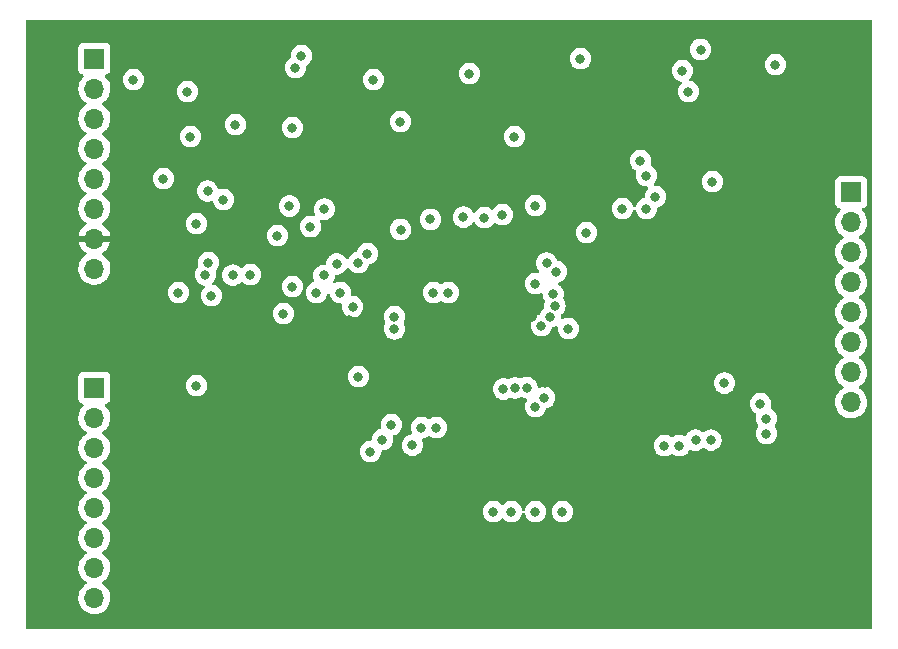
<source format=gbr>
%TF.GenerationSoftware,KiCad,Pcbnew,(6.0.0-0)*%
%TF.CreationDate,2022-02-14T21:23:04-05:00*%
%TF.ProjectId,new-interrupt-handler,6e65772d-696e-4746-9572-727570742d68,rev?*%
%TF.SameCoordinates,Original*%
%TF.FileFunction,Copper,L2,Inr*%
%TF.FilePolarity,Positive*%
%FSLAX46Y46*%
G04 Gerber Fmt 4.6, Leading zero omitted, Abs format (unit mm)*
G04 Created by KiCad (PCBNEW (6.0.0-0)) date 2022-02-14 21:23:04*
%MOMM*%
%LPD*%
G01*
G04 APERTURE LIST*
%TA.AperFunction,ComponentPad*%
%ADD10R,1.700000X1.700000*%
%TD*%
%TA.AperFunction,ComponentPad*%
%ADD11O,1.700000X1.700000*%
%TD*%
%TA.AperFunction,ViaPad*%
%ADD12C,0.800000*%
%TD*%
G04 APERTURE END LIST*
D10*
%TO.N,~{IRQ7}*%
%TO.C,J3*%
X152714000Y-91325000D03*
D11*
%TO.N,~{IRQ6}*%
X152714000Y-93865000D03*
%TO.N,~{IRQ5}*%
X152714000Y-96405000D03*
%TO.N,~{IRQ4}*%
X152714000Y-98945000D03*
%TO.N,~{IRQ3}*%
X152714000Y-101485000D03*
%TO.N,~{IRQ2}*%
X152714000Y-104025000D03*
%TO.N,~{IRQ1}*%
X152714000Y-106565000D03*
%TO.N,~{IRQ0}*%
X152714000Y-109105000D03*
%TD*%
D10*
%TO.N,~{IREQ}*%
%TO.C,J1*%
X88636000Y-80010000D03*
D11*
%TO.N,~{WRITE}*%
X88636000Y-82550000D03*
%TO.N,~{READ}*%
X88636000Y-85090000D03*
%TO.N,REG_SEL*%
X88636000Y-87630000D03*
%TO.N,~{EN}*%
X88636000Y-90170000D03*
%TO.N,CLOCK*%
X88636000Y-92710000D03*
%TO.N,GND*%
X88636000Y-95250000D03*
%TO.N,VCC*%
X88636000Y-97790000D03*
%TD*%
D10*
%TO.N,BUS7*%
%TO.C,J2*%
X88636000Y-107885000D03*
D11*
%TO.N,BUS6*%
X88636000Y-110425000D03*
%TO.N,BUS5*%
X88636000Y-112965000D03*
%TO.N,BUS4*%
X88636000Y-115505000D03*
%TO.N,BUS3*%
X88636000Y-118045000D03*
%TO.N,BUS2*%
X88636000Y-120585000D03*
%TO.N,BUS1*%
X88636000Y-123125000D03*
%TO.N,BUS0*%
X88636000Y-125665000D03*
%TD*%
D12*
%TO.N,~{READ}*%
X91948000Y-81788000D03*
%TO.N,CLOCK*%
X141986000Y-107483033D03*
%TO.N,GND*%
X143528020Y-103802955D03*
X125730000Y-101854000D03*
X116840000Y-81026000D03*
X99314000Y-81026000D03*
X108712000Y-114554000D03*
X119888000Y-125984000D03*
X93726000Y-107442000D03*
X110998000Y-87884000D03*
X143510000Y-117602000D03*
X127762000Y-86868000D03*
X126750299Y-107446299D03*
X122682000Y-116586000D03*
X130556000Y-102108000D03*
X95758000Y-117348000D03*
X118618000Y-87630000D03*
X110236000Y-102108000D03*
X129032000Y-116586000D03*
X120396000Y-99822000D03*
X120396000Y-79502000D03*
X101597851Y-101348149D03*
X139192000Y-125984000D03*
X149098000Y-88138000D03*
X106934000Y-87122000D03*
X116332000Y-86614000D03*
X132842000Y-86868000D03*
%TO.N,VCC*%
X97282000Y-93980000D03*
X104140000Y-94996000D03*
X120396000Y-81280000D03*
X126746000Y-108712000D03*
X115570000Y-112738500D03*
X97282000Y-107696000D03*
X130302000Y-94742000D03*
X114558299Y-94483701D03*
X94488000Y-90170000D03*
X96520000Y-82804000D03*
X112268000Y-81788000D03*
%TO.N,/~{EN_IRQ0}*%
X123190000Y-93218000D03*
X98217577Y-91227068D03*
%TO.N,/~{EN_IRQ1}*%
X121666000Y-93472000D03*
X99568000Y-91948000D03*
%TO.N,/~{EN_IRQ2}*%
X119888000Y-93434500D03*
X108114358Y-92756660D03*
%TO.N,/~{EN_IRQ3}*%
X105156000Y-92493500D03*
X117094000Y-93630011D03*
%TO.N,/IRQMASK3*%
X98044000Y-98298000D03*
X100367524Y-98344123D03*
%TO.N,BUS2*%
X113030000Y-112268000D03*
X125259500Y-107869667D03*
%TO.N,BUS1*%
X124260145Y-107886800D03*
X113792000Y-110998000D03*
%TO.N,BUS0*%
X123265720Y-107987413D03*
X117602000Y-111252000D03*
%TO.N,BUS3*%
X125984000Y-109474000D03*
X112014000Y-113284000D03*
%TO.N,~{IRQ7}*%
X106934002Y-94234000D03*
X126930364Y-97319500D03*
%TO.N,~{IRQ6}*%
X109157245Y-97404046D03*
X127762000Y-98044000D03*
%TO.N,~{IRQ5}*%
X125984000Y-99060000D03*
X107442001Y-99822001D03*
%TO.N,~{IRQ4}*%
X104648000Y-101600000D03*
X127490766Y-99934758D03*
%TO.N,~{IRQ3}*%
X98298000Y-97282000D03*
X127623694Y-100925382D03*
%TO.N,~{IRQ2}*%
X101854000Y-98298000D03*
X127254000Y-101854000D03*
%TO.N,~{IRQ1}*%
X126492000Y-102616000D03*
X98552000Y-100076000D03*
%TO.N,~{IRQ0}*%
X95758000Y-99822000D03*
X128778000Y-102870000D03*
%TO.N,/IRQMASK6*%
X110500588Y-101017000D03*
X108077000Y-98372999D03*
%TO.N,/~{EN_IRQ4}*%
X114046000Y-101854000D03*
X105410000Y-99314000D03*
%TO.N,/~{EN_IRQ5}*%
X109474000Y-99822000D03*
X114046000Y-102887457D03*
%TO.N,/~{EN_IRQ6}*%
X110998000Y-97282000D03*
X117348000Y-99822000D03*
%TO.N,/~{EN_IRQ7}*%
X111760000Y-96520000D03*
X118618000Y-99822000D03*
%TO.N,/AI2*%
X134874000Y-88646000D03*
X145542000Y-111760000D03*
%TO.N,/AI1*%
X145542000Y-110490000D03*
X135382000Y-89916000D03*
%TO.N,/P3*%
X138938000Y-82804000D03*
X124206000Y-86614000D03*
%TO.N,/P2*%
X129794000Y-80010000D03*
X138430000Y-81026000D03*
%TO.N,/P0*%
X133350000Y-92710000D03*
X146304000Y-80518000D03*
X135382000Y-92710000D03*
X139958299Y-79243701D03*
%TO.N,/IP7*%
X140839072Y-112305500D03*
X122428000Y-118364000D03*
%TO.N,/IP6*%
X139552625Y-112305500D03*
X123946637Y-118369363D03*
%TO.N,/IP5*%
X138176000Y-112776000D03*
X125984000Y-118364000D03*
%TO.N,/IP4*%
X136906000Y-112776000D03*
X128270000Y-118364000D03*
%TO.N,/AI0*%
X136144000Y-91694000D03*
X125984000Y-92456000D03*
X145034000Y-109220000D03*
%TO.N,REG_SEL*%
X105664000Y-80772000D03*
%TO.N,~{EN}*%
X100584000Y-85598000D03*
X96774000Y-86614000D03*
%TO.N,~{READ_PORT_ADDR}*%
X116332000Y-111252000D03*
X110998000Y-106934000D03*
%TO.N,Net-(U1-Pad3)*%
X114554000Y-85344000D03*
X105410000Y-85852000D03*
%TO.N,~{WRITE_PRIORITY}*%
X140970000Y-90424000D03*
X106172000Y-79756000D03*
%TD*%
%TA.AperFunction,Conductor*%
%TO.N,GND*%
G36*
X154458121Y-76734002D02*
G01*
X154504614Y-76787658D01*
X154516000Y-76840000D01*
X154516000Y-128164000D01*
X154495998Y-128232121D01*
X154442342Y-128278614D01*
X154390000Y-128290000D01*
X82986000Y-128290000D01*
X82917879Y-128269998D01*
X82871386Y-128216342D01*
X82860000Y-128164000D01*
X82860000Y-125631695D01*
X87273251Y-125631695D01*
X87273548Y-125636848D01*
X87273548Y-125636851D01*
X87279011Y-125731590D01*
X87286110Y-125854715D01*
X87287247Y-125859761D01*
X87287248Y-125859767D01*
X87307119Y-125947939D01*
X87335222Y-126072639D01*
X87419266Y-126279616D01*
X87535987Y-126470088D01*
X87682250Y-126638938D01*
X87854126Y-126781632D01*
X88047000Y-126894338D01*
X88255692Y-126974030D01*
X88260760Y-126975061D01*
X88260763Y-126975062D01*
X88368017Y-126996883D01*
X88474597Y-127018567D01*
X88479772Y-127018757D01*
X88479774Y-127018757D01*
X88692673Y-127026564D01*
X88692677Y-127026564D01*
X88697837Y-127026753D01*
X88702957Y-127026097D01*
X88702959Y-127026097D01*
X88914288Y-126999025D01*
X88914289Y-126999025D01*
X88919416Y-126998368D01*
X88924366Y-126996883D01*
X89128429Y-126935661D01*
X89128434Y-126935659D01*
X89133384Y-126934174D01*
X89333994Y-126835896D01*
X89515860Y-126706173D01*
X89674096Y-126548489D01*
X89733594Y-126465689D01*
X89801435Y-126371277D01*
X89804453Y-126367077D01*
X89903430Y-126166811D01*
X89968370Y-125953069D01*
X89997529Y-125731590D01*
X89999156Y-125665000D01*
X89980852Y-125442361D01*
X89926431Y-125225702D01*
X89837354Y-125020840D01*
X89716014Y-124833277D01*
X89565670Y-124668051D01*
X89561619Y-124664852D01*
X89561615Y-124664848D01*
X89394414Y-124532800D01*
X89394410Y-124532798D01*
X89390359Y-124529598D01*
X89349053Y-124506796D01*
X89299084Y-124456364D01*
X89284312Y-124386921D01*
X89309428Y-124320516D01*
X89336780Y-124293909D01*
X89380603Y-124262650D01*
X89515860Y-124166173D01*
X89674096Y-124008489D01*
X89733594Y-123925689D01*
X89801435Y-123831277D01*
X89804453Y-123827077D01*
X89903430Y-123626811D01*
X89968370Y-123413069D01*
X89997529Y-123191590D01*
X89999156Y-123125000D01*
X89980852Y-122902361D01*
X89926431Y-122685702D01*
X89837354Y-122480840D01*
X89716014Y-122293277D01*
X89565670Y-122128051D01*
X89561619Y-122124852D01*
X89561615Y-122124848D01*
X89394414Y-121992800D01*
X89394410Y-121992798D01*
X89390359Y-121989598D01*
X89349053Y-121966796D01*
X89299084Y-121916364D01*
X89284312Y-121846921D01*
X89309428Y-121780516D01*
X89336780Y-121753909D01*
X89380603Y-121722650D01*
X89515860Y-121626173D01*
X89674096Y-121468489D01*
X89733594Y-121385689D01*
X89801435Y-121291277D01*
X89804453Y-121287077D01*
X89903430Y-121086811D01*
X89968370Y-120873069D01*
X89997529Y-120651590D01*
X89999156Y-120585000D01*
X89980852Y-120362361D01*
X89926431Y-120145702D01*
X89837354Y-119940840D01*
X89716014Y-119753277D01*
X89565670Y-119588051D01*
X89561619Y-119584852D01*
X89561615Y-119584848D01*
X89394414Y-119452800D01*
X89394410Y-119452798D01*
X89390359Y-119449598D01*
X89349053Y-119426796D01*
X89299084Y-119376364D01*
X89284312Y-119306921D01*
X89309428Y-119240516D01*
X89336780Y-119213909D01*
X89380603Y-119182650D01*
X89515860Y-119086173D01*
X89674096Y-118928489D01*
X89733594Y-118845689D01*
X89801435Y-118751277D01*
X89804453Y-118747077D01*
X89807497Y-118740919D01*
X89901136Y-118551453D01*
X89901137Y-118551451D01*
X89903430Y-118546811D01*
X89957343Y-118369363D01*
X89958972Y-118364000D01*
X121514496Y-118364000D01*
X121534458Y-118553928D01*
X121593473Y-118735556D01*
X121596776Y-118741278D01*
X121596777Y-118741279D01*
X121630686Y-118800010D01*
X121688960Y-118900944D01*
X121693378Y-118905851D01*
X121693379Y-118905852D01*
X121791684Y-119015031D01*
X121816747Y-119042866D01*
X121971248Y-119155118D01*
X121977276Y-119157802D01*
X121977278Y-119157803D01*
X122082108Y-119204476D01*
X122145712Y-119232794D01*
X122239112Y-119252647D01*
X122326056Y-119271128D01*
X122326061Y-119271128D01*
X122332513Y-119272500D01*
X122523487Y-119272500D01*
X122529939Y-119271128D01*
X122529944Y-119271128D01*
X122616888Y-119252647D01*
X122710288Y-119232794D01*
X122773892Y-119204476D01*
X122878722Y-119157803D01*
X122878724Y-119157802D01*
X122884752Y-119155118D01*
X123039253Y-119042866D01*
X123091270Y-118985095D01*
X123151713Y-118947857D01*
X123222697Y-118949208D01*
X123278539Y-118985097D01*
X123335384Y-119048229D01*
X123489885Y-119160481D01*
X123495913Y-119163165D01*
X123495915Y-119163166D01*
X123652303Y-119232794D01*
X123664349Y-119238157D01*
X123748830Y-119256114D01*
X123844693Y-119276491D01*
X123844698Y-119276491D01*
X123851150Y-119277863D01*
X124042124Y-119277863D01*
X124048576Y-119276491D01*
X124048581Y-119276491D01*
X124144444Y-119256114D01*
X124228925Y-119238157D01*
X124240971Y-119232794D01*
X124397359Y-119163166D01*
X124397361Y-119163165D01*
X124403389Y-119160481D01*
X124557890Y-119048229D01*
X124685677Y-118906307D01*
X124781164Y-118740919D01*
X124840179Y-118559291D01*
X124840869Y-118552727D01*
X124842243Y-118546263D01*
X124844568Y-118546757D01*
X124867446Y-118491132D01*
X124925662Y-118450494D01*
X124996607Y-118447782D01*
X125057756Y-118483856D01*
X125088999Y-118543746D01*
X125089768Y-118547363D01*
X125090458Y-118553928D01*
X125149473Y-118735556D01*
X125152776Y-118741278D01*
X125152777Y-118741279D01*
X125186686Y-118800010D01*
X125244960Y-118900944D01*
X125249378Y-118905851D01*
X125249379Y-118905852D01*
X125347684Y-119015031D01*
X125372747Y-119042866D01*
X125527248Y-119155118D01*
X125533276Y-119157802D01*
X125533278Y-119157803D01*
X125638108Y-119204476D01*
X125701712Y-119232794D01*
X125795112Y-119252647D01*
X125882056Y-119271128D01*
X125882061Y-119271128D01*
X125888513Y-119272500D01*
X126079487Y-119272500D01*
X126085939Y-119271128D01*
X126085944Y-119271128D01*
X126172888Y-119252647D01*
X126266288Y-119232794D01*
X126329892Y-119204476D01*
X126434722Y-119157803D01*
X126434724Y-119157802D01*
X126440752Y-119155118D01*
X126595253Y-119042866D01*
X126620316Y-119015031D01*
X126718621Y-118905852D01*
X126718622Y-118905851D01*
X126723040Y-118900944D01*
X126781314Y-118800010D01*
X126815223Y-118741279D01*
X126815224Y-118741278D01*
X126818527Y-118735556D01*
X126877542Y-118553928D01*
X126897504Y-118364000D01*
X127356496Y-118364000D01*
X127376458Y-118553928D01*
X127435473Y-118735556D01*
X127438776Y-118741278D01*
X127438777Y-118741279D01*
X127472686Y-118800010D01*
X127530960Y-118900944D01*
X127535378Y-118905851D01*
X127535379Y-118905852D01*
X127633684Y-119015031D01*
X127658747Y-119042866D01*
X127813248Y-119155118D01*
X127819276Y-119157802D01*
X127819278Y-119157803D01*
X127924108Y-119204476D01*
X127987712Y-119232794D01*
X128081112Y-119252647D01*
X128168056Y-119271128D01*
X128168061Y-119271128D01*
X128174513Y-119272500D01*
X128365487Y-119272500D01*
X128371939Y-119271128D01*
X128371944Y-119271128D01*
X128458888Y-119252647D01*
X128552288Y-119232794D01*
X128615892Y-119204476D01*
X128720722Y-119157803D01*
X128720724Y-119157802D01*
X128726752Y-119155118D01*
X128881253Y-119042866D01*
X128906316Y-119015031D01*
X129004621Y-118905852D01*
X129004622Y-118905851D01*
X129009040Y-118900944D01*
X129067314Y-118800010D01*
X129101223Y-118741279D01*
X129101224Y-118741278D01*
X129104527Y-118735556D01*
X129163542Y-118553928D01*
X129183504Y-118364000D01*
X129174977Y-118282869D01*
X129164232Y-118180635D01*
X129164232Y-118180633D01*
X129163542Y-118174072D01*
X129104527Y-117992444D01*
X129009040Y-117827056D01*
X129000294Y-117817342D01*
X128885675Y-117690045D01*
X128885674Y-117690044D01*
X128881253Y-117685134D01*
X128739475Y-117582126D01*
X128732094Y-117576763D01*
X128732093Y-117576762D01*
X128726752Y-117572882D01*
X128720724Y-117570198D01*
X128720722Y-117570197D01*
X128558319Y-117497891D01*
X128558318Y-117497891D01*
X128552288Y-117495206D01*
X128458887Y-117475353D01*
X128371944Y-117456872D01*
X128371939Y-117456872D01*
X128365487Y-117455500D01*
X128174513Y-117455500D01*
X128168061Y-117456872D01*
X128168056Y-117456872D01*
X128081113Y-117475353D01*
X127987712Y-117495206D01*
X127981682Y-117497891D01*
X127981681Y-117497891D01*
X127819278Y-117570197D01*
X127819276Y-117570198D01*
X127813248Y-117572882D01*
X127807907Y-117576762D01*
X127807906Y-117576763D01*
X127800525Y-117582126D01*
X127658747Y-117685134D01*
X127654326Y-117690044D01*
X127654325Y-117690045D01*
X127539707Y-117817342D01*
X127530960Y-117827056D01*
X127435473Y-117992444D01*
X127376458Y-118174072D01*
X127375768Y-118180633D01*
X127375768Y-118180635D01*
X127365023Y-118282869D01*
X127356496Y-118364000D01*
X126897504Y-118364000D01*
X126888977Y-118282869D01*
X126878232Y-118180635D01*
X126878232Y-118180633D01*
X126877542Y-118174072D01*
X126818527Y-117992444D01*
X126723040Y-117827056D01*
X126714294Y-117817342D01*
X126599675Y-117690045D01*
X126599674Y-117690044D01*
X126595253Y-117685134D01*
X126453475Y-117582126D01*
X126446094Y-117576763D01*
X126446093Y-117576762D01*
X126440752Y-117572882D01*
X126434724Y-117570198D01*
X126434722Y-117570197D01*
X126272319Y-117497891D01*
X126272318Y-117497891D01*
X126266288Y-117495206D01*
X126172887Y-117475353D01*
X126085944Y-117456872D01*
X126085939Y-117456872D01*
X126079487Y-117455500D01*
X125888513Y-117455500D01*
X125882061Y-117456872D01*
X125882056Y-117456872D01*
X125795113Y-117475353D01*
X125701712Y-117495206D01*
X125695682Y-117497891D01*
X125695681Y-117497891D01*
X125533278Y-117570197D01*
X125533276Y-117570198D01*
X125527248Y-117572882D01*
X125521907Y-117576762D01*
X125521906Y-117576763D01*
X125514525Y-117582126D01*
X125372747Y-117685134D01*
X125368326Y-117690044D01*
X125368325Y-117690045D01*
X125253707Y-117817342D01*
X125244960Y-117827056D01*
X125149473Y-117992444D01*
X125090458Y-118174072D01*
X125089768Y-118180635D01*
X125088394Y-118187100D01*
X125086069Y-118186606D01*
X125063191Y-118242231D01*
X125004975Y-118282869D01*
X124934030Y-118285581D01*
X124872881Y-118249507D01*
X124841638Y-118189617D01*
X124840869Y-118186000D01*
X124840179Y-118179435D01*
X124781164Y-117997807D01*
X124774764Y-117986721D01*
X124688978Y-117838137D01*
X124685677Y-117832419D01*
X124643437Y-117785506D01*
X124562312Y-117695408D01*
X124562311Y-117695407D01*
X124557890Y-117690497D01*
X124403389Y-117578245D01*
X124397361Y-117575561D01*
X124397359Y-117575560D01*
X124234956Y-117503254D01*
X124234955Y-117503254D01*
X124228925Y-117500569D01*
X124135524Y-117480716D01*
X124048581Y-117462235D01*
X124048576Y-117462235D01*
X124042124Y-117460863D01*
X123851150Y-117460863D01*
X123844698Y-117462235D01*
X123844693Y-117462235D01*
X123757750Y-117480716D01*
X123664349Y-117500569D01*
X123658319Y-117503254D01*
X123658318Y-117503254D01*
X123495915Y-117575560D01*
X123495913Y-117575561D01*
X123489885Y-117578245D01*
X123335384Y-117690497D01*
X123283367Y-117748268D01*
X123222924Y-117785506D01*
X123151940Y-117784155D01*
X123096097Y-117748266D01*
X123043675Y-117690045D01*
X123043674Y-117690044D01*
X123039253Y-117685134D01*
X122897475Y-117582126D01*
X122890094Y-117576763D01*
X122890093Y-117576762D01*
X122884752Y-117572882D01*
X122878724Y-117570198D01*
X122878722Y-117570197D01*
X122716319Y-117497891D01*
X122716318Y-117497891D01*
X122710288Y-117495206D01*
X122616887Y-117475353D01*
X122529944Y-117456872D01*
X122529939Y-117456872D01*
X122523487Y-117455500D01*
X122332513Y-117455500D01*
X122326061Y-117456872D01*
X122326056Y-117456872D01*
X122239113Y-117475353D01*
X122145712Y-117495206D01*
X122139682Y-117497891D01*
X122139681Y-117497891D01*
X121977278Y-117570197D01*
X121977276Y-117570198D01*
X121971248Y-117572882D01*
X121965907Y-117576762D01*
X121965906Y-117576763D01*
X121958525Y-117582126D01*
X121816747Y-117685134D01*
X121812326Y-117690044D01*
X121812325Y-117690045D01*
X121697707Y-117817342D01*
X121688960Y-117827056D01*
X121593473Y-117992444D01*
X121534458Y-118174072D01*
X121533768Y-118180633D01*
X121533768Y-118180635D01*
X121523023Y-118282869D01*
X121514496Y-118364000D01*
X89958972Y-118364000D01*
X89966865Y-118338023D01*
X89966865Y-118338021D01*
X89968370Y-118333069D01*
X89997529Y-118111590D01*
X89999156Y-118045000D01*
X89980852Y-117822361D01*
X89926431Y-117605702D01*
X89837354Y-117400840D01*
X89716014Y-117213277D01*
X89565670Y-117048051D01*
X89561619Y-117044852D01*
X89561615Y-117044848D01*
X89394414Y-116912800D01*
X89394410Y-116912798D01*
X89390359Y-116909598D01*
X89349053Y-116886796D01*
X89299084Y-116836364D01*
X89284312Y-116766921D01*
X89309428Y-116700516D01*
X89336780Y-116673909D01*
X89380603Y-116642650D01*
X89515860Y-116546173D01*
X89674096Y-116388489D01*
X89733594Y-116305689D01*
X89801435Y-116211277D01*
X89804453Y-116207077D01*
X89903430Y-116006811D01*
X89968370Y-115793069D01*
X89997529Y-115571590D01*
X89999156Y-115505000D01*
X89980852Y-115282361D01*
X89926431Y-115065702D01*
X89837354Y-114860840D01*
X89716014Y-114673277D01*
X89565670Y-114508051D01*
X89561619Y-114504852D01*
X89561615Y-114504848D01*
X89394414Y-114372800D01*
X89394410Y-114372798D01*
X89390359Y-114369598D01*
X89349053Y-114346796D01*
X89299084Y-114296364D01*
X89284312Y-114226921D01*
X89309428Y-114160516D01*
X89336780Y-114133909D01*
X89380603Y-114102650D01*
X89515860Y-114006173D01*
X89674096Y-113848489D01*
X89733594Y-113765689D01*
X89801435Y-113671277D01*
X89804453Y-113667077D01*
X89833322Y-113608666D01*
X89901136Y-113471453D01*
X89901137Y-113471451D01*
X89903430Y-113466811D01*
X89957353Y-113289329D01*
X89958972Y-113284000D01*
X111100496Y-113284000D01*
X111101186Y-113290565D01*
X111118863Y-113458749D01*
X111120458Y-113473928D01*
X111179473Y-113655556D01*
X111182776Y-113661278D01*
X111182777Y-113661279D01*
X111195392Y-113683128D01*
X111274960Y-113820944D01*
X111279378Y-113825851D01*
X111279379Y-113825852D01*
X111303046Y-113852137D01*
X111402747Y-113962866D01*
X111557248Y-114075118D01*
X111563276Y-114077802D01*
X111563278Y-114077803D01*
X111668108Y-114124476D01*
X111731712Y-114152794D01*
X111825112Y-114172647D01*
X111912056Y-114191128D01*
X111912061Y-114191128D01*
X111918513Y-114192500D01*
X112109487Y-114192500D01*
X112115939Y-114191128D01*
X112115944Y-114191128D01*
X112202888Y-114172647D01*
X112296288Y-114152794D01*
X112359892Y-114124476D01*
X112464722Y-114077803D01*
X112464724Y-114077802D01*
X112470752Y-114075118D01*
X112625253Y-113962866D01*
X112724954Y-113852137D01*
X112748621Y-113825852D01*
X112748622Y-113825851D01*
X112753040Y-113820944D01*
X112832608Y-113683128D01*
X112845223Y-113661279D01*
X112845224Y-113661278D01*
X112848527Y-113655556D01*
X112907542Y-113473928D01*
X112909138Y-113458749D01*
X112926944Y-113289329D01*
X112953957Y-113223673D01*
X113012179Y-113183043D01*
X113052254Y-113176500D01*
X113125487Y-113176500D01*
X113131939Y-113175128D01*
X113131944Y-113175128D01*
X113227977Y-113154715D01*
X113312288Y-113136794D01*
X113336388Y-113126064D01*
X113480722Y-113061803D01*
X113480724Y-113061802D01*
X113486752Y-113059118D01*
X113641253Y-112946866D01*
X113735275Y-112842444D01*
X113764621Y-112809852D01*
X113764622Y-112809851D01*
X113769040Y-112804944D01*
X113807402Y-112738500D01*
X114656496Y-112738500D01*
X114657186Y-112745065D01*
X114675439Y-112918729D01*
X114676458Y-112928428D01*
X114735473Y-113110056D01*
X114830960Y-113275444D01*
X114835378Y-113280351D01*
X114835379Y-113280352D01*
X114864725Y-113312944D01*
X114958747Y-113417366D01*
X115113248Y-113529618D01*
X115119276Y-113532302D01*
X115119278Y-113532303D01*
X115235437Y-113584020D01*
X115287712Y-113607294D01*
X115381113Y-113627147D01*
X115468056Y-113645628D01*
X115468061Y-113645628D01*
X115474513Y-113647000D01*
X115665487Y-113647000D01*
X115671939Y-113645628D01*
X115671944Y-113645628D01*
X115758887Y-113627147D01*
X115852288Y-113607294D01*
X115904563Y-113584020D01*
X116020722Y-113532303D01*
X116020724Y-113532302D01*
X116026752Y-113529618D01*
X116181253Y-113417366D01*
X116275275Y-113312944D01*
X116304621Y-113280352D01*
X116304622Y-113280351D01*
X116309040Y-113275444D01*
X116404527Y-113110056D01*
X116463542Y-112928428D01*
X116464562Y-112918729D01*
X116479563Y-112776000D01*
X135992496Y-112776000D01*
X135993186Y-112782565D01*
X136010863Y-112950749D01*
X136012458Y-112965928D01*
X136071473Y-113147556D01*
X136166960Y-113312944D01*
X136171378Y-113317851D01*
X136171379Y-113317852D01*
X136225019Y-113377425D01*
X136294747Y-113454866D01*
X136449248Y-113567118D01*
X136455276Y-113569802D01*
X136455278Y-113569803D01*
X136617681Y-113642109D01*
X136623712Y-113644794D01*
X136706720Y-113662438D01*
X136804056Y-113683128D01*
X136804061Y-113683128D01*
X136810513Y-113684500D01*
X137001487Y-113684500D01*
X137007939Y-113683128D01*
X137007944Y-113683128D01*
X137105280Y-113662438D01*
X137188288Y-113644794D01*
X137194319Y-113642109D01*
X137356722Y-113569803D01*
X137356724Y-113569802D01*
X137362752Y-113567118D01*
X137466940Y-113491421D01*
X137533806Y-113467563D01*
X137602958Y-113483643D01*
X137615056Y-113491418D01*
X137719248Y-113567118D01*
X137725276Y-113569802D01*
X137725278Y-113569803D01*
X137887681Y-113642109D01*
X137893712Y-113644794D01*
X137976720Y-113662438D01*
X138074056Y-113683128D01*
X138074061Y-113683128D01*
X138080513Y-113684500D01*
X138271487Y-113684500D01*
X138277939Y-113683128D01*
X138277944Y-113683128D01*
X138375280Y-113662438D01*
X138458288Y-113644794D01*
X138464319Y-113642109D01*
X138626722Y-113569803D01*
X138626724Y-113569802D01*
X138632752Y-113567118D01*
X138787253Y-113454866D01*
X138856981Y-113377425D01*
X138910621Y-113317852D01*
X138910622Y-113317851D01*
X138915040Y-113312944D01*
X138994650Y-113175056D01*
X139046031Y-113126064D01*
X139115745Y-113112628D01*
X139155014Y-113122949D01*
X139270337Y-113174294D01*
X139363738Y-113194147D01*
X139450681Y-113212628D01*
X139450686Y-113212628D01*
X139457138Y-113214000D01*
X139648112Y-113214000D01*
X139654564Y-113212628D01*
X139654569Y-113212628D01*
X139741513Y-113194147D01*
X139834913Y-113174294D01*
X139840944Y-113171609D01*
X140003347Y-113099303D01*
X140003349Y-113099302D01*
X140009377Y-113096618D01*
X140057296Y-113061803D01*
X140121788Y-113014947D01*
X140188656Y-112991088D01*
X140257808Y-113007169D01*
X140269910Y-113014947D01*
X140382320Y-113096618D01*
X140388348Y-113099302D01*
X140388350Y-113099303D01*
X140550753Y-113171609D01*
X140556784Y-113174294D01*
X140650185Y-113194147D01*
X140737128Y-113212628D01*
X140737133Y-113212628D01*
X140743585Y-113214000D01*
X140934559Y-113214000D01*
X140941011Y-113212628D01*
X140941016Y-113212628D01*
X141027960Y-113194147D01*
X141121360Y-113174294D01*
X141127391Y-113171609D01*
X141289794Y-113099303D01*
X141289796Y-113099302D01*
X141295824Y-113096618D01*
X141450325Y-112984366D01*
X141578112Y-112842444D01*
X141673599Y-112677056D01*
X141732614Y-112495428D01*
X141736556Y-112457928D01*
X141751886Y-112312065D01*
X141752576Y-112305500D01*
X141734931Y-112137617D01*
X141733304Y-112122135D01*
X141733304Y-112122133D01*
X141732614Y-112115572D01*
X141673599Y-111933944D01*
X141660780Y-111911740D01*
X141618867Y-111839145D01*
X141578112Y-111768556D01*
X141549496Y-111736774D01*
X141454747Y-111631545D01*
X141454746Y-111631544D01*
X141450325Y-111626634D01*
X141295824Y-111514382D01*
X141289796Y-111511698D01*
X141289794Y-111511697D01*
X141127391Y-111439391D01*
X141127390Y-111439391D01*
X141121360Y-111436706D01*
X141027960Y-111416853D01*
X140941016Y-111398372D01*
X140941011Y-111398372D01*
X140934559Y-111397000D01*
X140743585Y-111397000D01*
X140737133Y-111398372D01*
X140737128Y-111398372D01*
X140650184Y-111416853D01*
X140556784Y-111436706D01*
X140550754Y-111439391D01*
X140550753Y-111439391D01*
X140388350Y-111511697D01*
X140388348Y-111511698D01*
X140382320Y-111514382D01*
X140376979Y-111518262D01*
X140376978Y-111518263D01*
X140269910Y-111596053D01*
X140203042Y-111619911D01*
X140133891Y-111603831D01*
X140121788Y-111596053D01*
X140014719Y-111518263D01*
X140014718Y-111518262D01*
X140009377Y-111514382D01*
X140003349Y-111511698D01*
X140003347Y-111511697D01*
X139840944Y-111439391D01*
X139840943Y-111439391D01*
X139834913Y-111436706D01*
X139741513Y-111416853D01*
X139654569Y-111398372D01*
X139654564Y-111398372D01*
X139648112Y-111397000D01*
X139457138Y-111397000D01*
X139450686Y-111398372D01*
X139450681Y-111398372D01*
X139363737Y-111416853D01*
X139270337Y-111436706D01*
X139264307Y-111439391D01*
X139264306Y-111439391D01*
X139101903Y-111511697D01*
X139101901Y-111511698D01*
X139095873Y-111514382D01*
X138941372Y-111626634D01*
X138936951Y-111631544D01*
X138936950Y-111631545D01*
X138842202Y-111736774D01*
X138813585Y-111768556D01*
X138733976Y-111906443D01*
X138682594Y-111955436D01*
X138612880Y-111968872D01*
X138573611Y-111958551D01*
X138458288Y-111907206D01*
X138364887Y-111887353D01*
X138277944Y-111868872D01*
X138277939Y-111868872D01*
X138271487Y-111867500D01*
X138080513Y-111867500D01*
X138074061Y-111868872D01*
X138074056Y-111868872D01*
X137987113Y-111887353D01*
X137893712Y-111907206D01*
X137887682Y-111909891D01*
X137887681Y-111909891D01*
X137725278Y-111982197D01*
X137725276Y-111982198D01*
X137719248Y-111984882D01*
X137615060Y-112060579D01*
X137548194Y-112084437D01*
X137479042Y-112068357D01*
X137466944Y-112060582D01*
X137362752Y-111984882D01*
X137356724Y-111982198D01*
X137356722Y-111982197D01*
X137194319Y-111909891D01*
X137194318Y-111909891D01*
X137188288Y-111907206D01*
X137094887Y-111887353D01*
X137007944Y-111868872D01*
X137007939Y-111868872D01*
X137001487Y-111867500D01*
X136810513Y-111867500D01*
X136804061Y-111868872D01*
X136804056Y-111868872D01*
X136717113Y-111887353D01*
X136623712Y-111907206D01*
X136617682Y-111909891D01*
X136617681Y-111909891D01*
X136455278Y-111982197D01*
X136455276Y-111982198D01*
X136449248Y-111984882D01*
X136294747Y-112097134D01*
X136290326Y-112102044D01*
X136290325Y-112102045D01*
X136195577Y-112207274D01*
X136166960Y-112239056D01*
X136071473Y-112404444D01*
X136012458Y-112586072D01*
X136011768Y-112592633D01*
X136011768Y-112592635D01*
X136003556Y-112670771D01*
X135992496Y-112776000D01*
X116479563Y-112776000D01*
X116482814Y-112745065D01*
X116483504Y-112738500D01*
X116477046Y-112677056D01*
X116464232Y-112555135D01*
X116464232Y-112555133D01*
X116463542Y-112548572D01*
X116404527Y-112366944D01*
X116401222Y-112361219D01*
X116387586Y-112337600D01*
X116370849Y-112268605D01*
X116394071Y-112201513D01*
X116449878Y-112157627D01*
X116470505Y-112151356D01*
X116614288Y-112120794D01*
X116653354Y-112103401D01*
X116782722Y-112045803D01*
X116782724Y-112045802D01*
X116788752Y-112043118D01*
X116892940Y-111967421D01*
X116959806Y-111943563D01*
X117028958Y-111959643D01*
X117041056Y-111967418D01*
X117145248Y-112043118D01*
X117151276Y-112045802D01*
X117151278Y-112045803D01*
X117280646Y-112103401D01*
X117319712Y-112120794D01*
X117398858Y-112137617D01*
X117500056Y-112159128D01*
X117500061Y-112159128D01*
X117506513Y-112160500D01*
X117697487Y-112160500D01*
X117703939Y-112159128D01*
X117703944Y-112159128D01*
X117805142Y-112137617D01*
X117884288Y-112120794D01*
X117923354Y-112103401D01*
X118052722Y-112045803D01*
X118052724Y-112045802D01*
X118058752Y-112043118D01*
X118213253Y-111930866D01*
X118306681Y-111827104D01*
X118336621Y-111793852D01*
X118336622Y-111793851D01*
X118341040Y-111788944D01*
X118436527Y-111623556D01*
X118495542Y-111441928D01*
X118500061Y-111398938D01*
X118514814Y-111258565D01*
X118515504Y-111252000D01*
X118495542Y-111062072D01*
X118436527Y-110880444D01*
X118341040Y-110715056D01*
X118315064Y-110686206D01*
X118217675Y-110578045D01*
X118217674Y-110578044D01*
X118213253Y-110573134D01*
X118096407Y-110488240D01*
X118064094Y-110464763D01*
X118064093Y-110464762D01*
X118058752Y-110460882D01*
X118052724Y-110458198D01*
X118052722Y-110458197D01*
X117890319Y-110385891D01*
X117890318Y-110385891D01*
X117884288Y-110383206D01*
X117790887Y-110363353D01*
X117703944Y-110344872D01*
X117703939Y-110344872D01*
X117697487Y-110343500D01*
X117506513Y-110343500D01*
X117500061Y-110344872D01*
X117500056Y-110344872D01*
X117413113Y-110363353D01*
X117319712Y-110383206D01*
X117313682Y-110385891D01*
X117313681Y-110385891D01*
X117151278Y-110458197D01*
X117151276Y-110458198D01*
X117145248Y-110460882D01*
X117041060Y-110536579D01*
X116974194Y-110560437D01*
X116905042Y-110544357D01*
X116892944Y-110536582D01*
X116788752Y-110460882D01*
X116782724Y-110458198D01*
X116782722Y-110458197D01*
X116620319Y-110385891D01*
X116620318Y-110385891D01*
X116614288Y-110383206D01*
X116520887Y-110363353D01*
X116433944Y-110344872D01*
X116433939Y-110344872D01*
X116427487Y-110343500D01*
X116236513Y-110343500D01*
X116230061Y-110344872D01*
X116230056Y-110344872D01*
X116143113Y-110363353D01*
X116049712Y-110383206D01*
X116043682Y-110385891D01*
X116043681Y-110385891D01*
X115881278Y-110458197D01*
X115881276Y-110458198D01*
X115875248Y-110460882D01*
X115869907Y-110464762D01*
X115869906Y-110464763D01*
X115837593Y-110488240D01*
X115720747Y-110573134D01*
X115716326Y-110578044D01*
X115716325Y-110578045D01*
X115618937Y-110686206D01*
X115592960Y-110715056D01*
X115497473Y-110880444D01*
X115438458Y-111062072D01*
X115418496Y-111252000D01*
X115419186Y-111258565D01*
X115433940Y-111398938D01*
X115438458Y-111441928D01*
X115497473Y-111623556D01*
X115500777Y-111629278D01*
X115500778Y-111629281D01*
X115514414Y-111652900D01*
X115531151Y-111721895D01*
X115507929Y-111788987D01*
X115452122Y-111832873D01*
X115431495Y-111839144D01*
X115287712Y-111869706D01*
X115281682Y-111872391D01*
X115281681Y-111872391D01*
X115119278Y-111944697D01*
X115119276Y-111944698D01*
X115113248Y-111947382D01*
X115107907Y-111951262D01*
X115107906Y-111951263D01*
X115096372Y-111959643D01*
X114958747Y-112059634D01*
X114954326Y-112064544D01*
X114954325Y-112064545D01*
X114892439Y-112133277D01*
X114830960Y-112201556D01*
X114792249Y-112268605D01*
X114764602Y-112316492D01*
X114735473Y-112366944D01*
X114676458Y-112548572D01*
X114675768Y-112555133D01*
X114675768Y-112555135D01*
X114662954Y-112677056D01*
X114656496Y-112738500D01*
X113807402Y-112738500D01*
X113864527Y-112639556D01*
X113923542Y-112457928D01*
X113925138Y-112442749D01*
X113942814Y-112274565D01*
X113943504Y-112268000D01*
X113936005Y-112196648D01*
X113924233Y-112084642D01*
X113924232Y-112084638D01*
X113923542Y-112078072D01*
X113912310Y-112043504D01*
X113910282Y-111972538D01*
X113946944Y-111911740D01*
X114005945Y-111881322D01*
X114067824Y-111868169D01*
X114067833Y-111868166D01*
X114074288Y-111866794D01*
X114136389Y-111839145D01*
X114242722Y-111791803D01*
X114242724Y-111791802D01*
X114248752Y-111789118D01*
X114272769Y-111771669D01*
X114341630Y-111721638D01*
X114403253Y-111676866D01*
X114407675Y-111671955D01*
X114526621Y-111539852D01*
X114526622Y-111539851D01*
X114531040Y-111534944D01*
X114609890Y-111398372D01*
X114623223Y-111375279D01*
X114623224Y-111375278D01*
X114626527Y-111369556D01*
X114685542Y-111187928D01*
X114705504Y-110998000D01*
X114685542Y-110808072D01*
X114626527Y-110626444D01*
X114616772Y-110609547D01*
X114551541Y-110496565D01*
X114531040Y-110461056D01*
X114487037Y-110412185D01*
X114407675Y-110324045D01*
X114407674Y-110324044D01*
X114403253Y-110319134D01*
X114248752Y-110206882D01*
X114242724Y-110204198D01*
X114242722Y-110204197D01*
X114080319Y-110131891D01*
X114080318Y-110131891D01*
X114074288Y-110129206D01*
X113980888Y-110109353D01*
X113893944Y-110090872D01*
X113893939Y-110090872D01*
X113887487Y-110089500D01*
X113696513Y-110089500D01*
X113690061Y-110090872D01*
X113690056Y-110090872D01*
X113603112Y-110109353D01*
X113509712Y-110129206D01*
X113503682Y-110131891D01*
X113503681Y-110131891D01*
X113341278Y-110204197D01*
X113341276Y-110204198D01*
X113335248Y-110206882D01*
X113180747Y-110319134D01*
X113176326Y-110324044D01*
X113176325Y-110324045D01*
X113096964Y-110412185D01*
X113052960Y-110461056D01*
X113032459Y-110496565D01*
X112967229Y-110609547D01*
X112957473Y-110626444D01*
X112898458Y-110808072D01*
X112878496Y-110998000D01*
X112879186Y-111004565D01*
X112892504Y-111131277D01*
X112898458Y-111187928D01*
X112909690Y-111222496D01*
X112911718Y-111293462D01*
X112875056Y-111354260D01*
X112816055Y-111384678D01*
X112754176Y-111397831D01*
X112754167Y-111397834D01*
X112747712Y-111399206D01*
X112741682Y-111401891D01*
X112741681Y-111401891D01*
X112579278Y-111474197D01*
X112579276Y-111474198D01*
X112573248Y-111476882D01*
X112418747Y-111589134D01*
X112414326Y-111594044D01*
X112414325Y-111594045D01*
X112299209Y-111721895D01*
X112290960Y-111731056D01*
X112242719Y-111814612D01*
X112211798Y-111868169D01*
X112195473Y-111896444D01*
X112136458Y-112078072D01*
X112135769Y-112084631D01*
X112135768Y-112084634D01*
X112117056Y-112262671D01*
X112090043Y-112328327D01*
X112031821Y-112368957D01*
X111991746Y-112375500D01*
X111918513Y-112375500D01*
X111912061Y-112376872D01*
X111912056Y-112376872D01*
X111825113Y-112395353D01*
X111731712Y-112415206D01*
X111725682Y-112417891D01*
X111725681Y-112417891D01*
X111563278Y-112490197D01*
X111563276Y-112490198D01*
X111557248Y-112492882D01*
X111551907Y-112496762D01*
X111551906Y-112496763D01*
X111545103Y-112501706D01*
X111402747Y-112605134D01*
X111398326Y-112610044D01*
X111398325Y-112610045D01*
X111283707Y-112737342D01*
X111274960Y-112747056D01*
X111179473Y-112912444D01*
X111120458Y-113094072D01*
X111119768Y-113100633D01*
X111119768Y-113100635D01*
X111104286Y-113247939D01*
X111100496Y-113284000D01*
X89958972Y-113284000D01*
X89966865Y-113258023D01*
X89966865Y-113258021D01*
X89968370Y-113253069D01*
X89997529Y-113031590D01*
X89999156Y-112965000D01*
X89980852Y-112742361D01*
X89926431Y-112525702D01*
X89837354Y-112320840D01*
X89757011Y-112196648D01*
X89718822Y-112137617D01*
X89718820Y-112137614D01*
X89716014Y-112133277D01*
X89565670Y-111968051D01*
X89561619Y-111964852D01*
X89561615Y-111964848D01*
X89394414Y-111832800D01*
X89394410Y-111832798D01*
X89390359Y-111829598D01*
X89349053Y-111806796D01*
X89299084Y-111756364D01*
X89284312Y-111686921D01*
X89309428Y-111620516D01*
X89336780Y-111593909D01*
X89380603Y-111562650D01*
X89515860Y-111466173D01*
X89674096Y-111308489D01*
X89733594Y-111225689D01*
X89801435Y-111131277D01*
X89804453Y-111127077D01*
X89836581Y-111062072D01*
X89901136Y-110931453D01*
X89901137Y-110931451D01*
X89903430Y-110926811D01*
X89968370Y-110713069D01*
X89997529Y-110491590D01*
X89997728Y-110483435D01*
X89999074Y-110428365D01*
X89999074Y-110428361D01*
X89999156Y-110425000D01*
X89980852Y-110202361D01*
X89926431Y-109985702D01*
X89837354Y-109780840D01*
X89761720Y-109663928D01*
X89718822Y-109597617D01*
X89718820Y-109597614D01*
X89716014Y-109593277D01*
X89705904Y-109582166D01*
X89568798Y-109431488D01*
X89537746Y-109367642D01*
X89546141Y-109297143D01*
X89591317Y-109242375D01*
X89617761Y-109228706D01*
X89724297Y-109188767D01*
X89732705Y-109185615D01*
X89849261Y-109098261D01*
X89936615Y-108981705D01*
X89987745Y-108845316D01*
X89994500Y-108783134D01*
X89994500Y-107696000D01*
X96368496Y-107696000D01*
X96369186Y-107702565D01*
X96385766Y-107860312D01*
X96388458Y-107885928D01*
X96447473Y-108067556D01*
X96542960Y-108232944D01*
X96547378Y-108237851D01*
X96547379Y-108237852D01*
X96650774Y-108352684D01*
X96670747Y-108374866D01*
X96750435Y-108432763D01*
X96789080Y-108460840D01*
X96825248Y-108487118D01*
X96831276Y-108489802D01*
X96831278Y-108489803D01*
X96993681Y-108562109D01*
X96999712Y-108564794D01*
X97093113Y-108584647D01*
X97180056Y-108603128D01*
X97180061Y-108603128D01*
X97186513Y-108604500D01*
X97377487Y-108604500D01*
X97383939Y-108603128D01*
X97383944Y-108603128D01*
X97470888Y-108584647D01*
X97564288Y-108564794D01*
X97570319Y-108562109D01*
X97732722Y-108489803D01*
X97732724Y-108489802D01*
X97738752Y-108487118D01*
X97774921Y-108460840D01*
X97813565Y-108432763D01*
X97893253Y-108374866D01*
X97913226Y-108352684D01*
X98016621Y-108237852D01*
X98016622Y-108237851D01*
X98021040Y-108232944D01*
X98116527Y-108067556D01*
X98142567Y-107987413D01*
X122352216Y-107987413D01*
X122372178Y-108177341D01*
X122431193Y-108358969D01*
X122526680Y-108524357D01*
X122531098Y-108529264D01*
X122531099Y-108529265D01*
X122629152Y-108638164D01*
X122654467Y-108666279D01*
X122718372Y-108712709D01*
X122791465Y-108765814D01*
X122808968Y-108778531D01*
X122814996Y-108781215D01*
X122814998Y-108781216D01*
X122977401Y-108853522D01*
X122983432Y-108856207D01*
X123076833Y-108876060D01*
X123163776Y-108894541D01*
X123163781Y-108894541D01*
X123170233Y-108895913D01*
X123361207Y-108895913D01*
X123367659Y-108894541D01*
X123367664Y-108894541D01*
X123454607Y-108876060D01*
X123548008Y-108856207D01*
X123554039Y-108853522D01*
X123716442Y-108781216D01*
X123716444Y-108781215D01*
X123722472Y-108778531D01*
X123739976Y-108765814D01*
X123754042Y-108755594D01*
X123780231Y-108736567D01*
X123847097Y-108712709D01*
X123905540Y-108723397D01*
X123971818Y-108752906D01*
X123971824Y-108752908D01*
X123977857Y-108755594D01*
X124067508Y-108774650D01*
X124158201Y-108793928D01*
X124158206Y-108793928D01*
X124164658Y-108795300D01*
X124355632Y-108795300D01*
X124362084Y-108793928D01*
X124362089Y-108793928D01*
X124452782Y-108774650D01*
X124542433Y-108755594D01*
X124548471Y-108752906D01*
X124710864Y-108680604D01*
X124716897Y-108677918D01*
X124716991Y-108677849D01*
X124783647Y-108661679D01*
X124828900Y-108672428D01*
X124903034Y-108705435D01*
X124943378Y-108723397D01*
X124977212Y-108738461D01*
X125057816Y-108755594D01*
X125148185Y-108774803D01*
X125210659Y-108808532D01*
X125244980Y-108870681D01*
X125240252Y-108941520D01*
X125231107Y-108961050D01*
X125170190Y-109066562D01*
X125149473Y-109102444D01*
X125090458Y-109284072D01*
X125089768Y-109290633D01*
X125089768Y-109290635D01*
X125078481Y-109398023D01*
X125070496Y-109474000D01*
X125071186Y-109480565D01*
X125083489Y-109597617D01*
X125090458Y-109663928D01*
X125149473Y-109845556D01*
X125244960Y-110010944D01*
X125249378Y-110015851D01*
X125249379Y-110015852D01*
X125368325Y-110147955D01*
X125372747Y-110152866D01*
X125527248Y-110265118D01*
X125533276Y-110267802D01*
X125533278Y-110267803D01*
X125676864Y-110331731D01*
X125701712Y-110342794D01*
X125795113Y-110362647D01*
X125882056Y-110381128D01*
X125882061Y-110381128D01*
X125888513Y-110382500D01*
X126079487Y-110382500D01*
X126085939Y-110381128D01*
X126085944Y-110381128D01*
X126172887Y-110362647D01*
X126266288Y-110342794D01*
X126291136Y-110331731D01*
X126434722Y-110267803D01*
X126434724Y-110267802D01*
X126440752Y-110265118D01*
X126595253Y-110152866D01*
X126599675Y-110147955D01*
X126718621Y-110015852D01*
X126718622Y-110015851D01*
X126723040Y-110010944D01*
X126818527Y-109845556D01*
X126872895Y-109678231D01*
X126912968Y-109619626D01*
X126966529Y-109593922D01*
X127028288Y-109580794D01*
X127058960Y-109567138D01*
X127196722Y-109505803D01*
X127196724Y-109505802D01*
X127202752Y-109503118D01*
X127233794Y-109480565D01*
X127258157Y-109462864D01*
X127357253Y-109390866D01*
X127439279Y-109299767D01*
X127480621Y-109253852D01*
X127480622Y-109253851D01*
X127485040Y-109248944D01*
X127501751Y-109220000D01*
X144120496Y-109220000D01*
X144121186Y-109226565D01*
X144138863Y-109394749D01*
X144140458Y-109409928D01*
X144199473Y-109591556D01*
X144202776Y-109597278D01*
X144202777Y-109597279D01*
X144224458Y-109634832D01*
X144294960Y-109756944D01*
X144299378Y-109761851D01*
X144299379Y-109761852D01*
X144418325Y-109893955D01*
X144422747Y-109898866D01*
X144577248Y-110011118D01*
X144583277Y-110013802D01*
X144583280Y-110013804D01*
X144605068Y-110023504D01*
X144617838Y-110029189D01*
X144671933Y-110075168D01*
X144692583Y-110143095D01*
X144686422Y-110183232D01*
X144648458Y-110300072D01*
X144647768Y-110306633D01*
X144647768Y-110306635D01*
X144639720Y-110383206D01*
X144628496Y-110490000D01*
X144629186Y-110496565D01*
X144640006Y-110599508D01*
X144648458Y-110679928D01*
X144707473Y-110861556D01*
X144802960Y-111026944D01*
X144815338Y-111040691D01*
X144846054Y-111104697D01*
X144837290Y-111175150D01*
X144815339Y-111209307D01*
X144802960Y-111223056D01*
X144707473Y-111388444D01*
X144648458Y-111570072D01*
X144647768Y-111576633D01*
X144647768Y-111576635D01*
X144635139Y-111696797D01*
X144628496Y-111760000D01*
X144629186Y-111766565D01*
X144647439Y-111940229D01*
X144648458Y-111949928D01*
X144707473Y-112131556D01*
X144802960Y-112296944D01*
X144930747Y-112438866D01*
X145085248Y-112551118D01*
X145091276Y-112553802D01*
X145091278Y-112553803D01*
X145253681Y-112626109D01*
X145259712Y-112628794D01*
X145353112Y-112648647D01*
X145440056Y-112667128D01*
X145440061Y-112667128D01*
X145446513Y-112668500D01*
X145637487Y-112668500D01*
X145643939Y-112667128D01*
X145643944Y-112667128D01*
X145730888Y-112648647D01*
X145824288Y-112628794D01*
X145830319Y-112626109D01*
X145992722Y-112553803D01*
X145992724Y-112553802D01*
X145998752Y-112551118D01*
X146153253Y-112438866D01*
X146281040Y-112296944D01*
X146376527Y-112131556D01*
X146435542Y-111949928D01*
X146436562Y-111940229D01*
X146454814Y-111766565D01*
X146455504Y-111760000D01*
X146448861Y-111696797D01*
X146436232Y-111576635D01*
X146436232Y-111576633D01*
X146435542Y-111570072D01*
X146376527Y-111388444D01*
X146281040Y-111223056D01*
X146268662Y-111209309D01*
X146237946Y-111145303D01*
X146246710Y-111074850D01*
X146268661Y-111040693D01*
X146281040Y-111026944D01*
X146376527Y-110861556D01*
X146435542Y-110679928D01*
X146443995Y-110599508D01*
X146454814Y-110496565D01*
X146455504Y-110490000D01*
X146444280Y-110383206D01*
X146436232Y-110306635D01*
X146436232Y-110306633D01*
X146435542Y-110300072D01*
X146376527Y-110118444D01*
X146353863Y-110079188D01*
X146284341Y-109958774D01*
X146281040Y-109953056D01*
X146242352Y-109910088D01*
X146157675Y-109816045D01*
X146157674Y-109816044D01*
X146153253Y-109811134D01*
X145998752Y-109698882D01*
X145992723Y-109696198D01*
X145992720Y-109696196D01*
X145970932Y-109686496D01*
X145958162Y-109680811D01*
X145904067Y-109634832D01*
X145883417Y-109566905D01*
X145889578Y-109526768D01*
X145897262Y-109503118D01*
X145927542Y-109409928D01*
X145929138Y-109394749D01*
X145946814Y-109226565D01*
X145947504Y-109220000D01*
X145935417Y-109105000D01*
X145931917Y-109071695D01*
X151351251Y-109071695D01*
X151351548Y-109076848D01*
X151351548Y-109076851D01*
X151361092Y-109242375D01*
X151364110Y-109294715D01*
X151365247Y-109299761D01*
X151365248Y-109299767D01*
X151374031Y-109338738D01*
X151413222Y-109512639D01*
X151497266Y-109719616D01*
X151499965Y-109724020D01*
X151609490Y-109902749D01*
X151613987Y-109910088D01*
X151760250Y-110078938D01*
X151885873Y-110183232D01*
X151914360Y-110206882D01*
X151932126Y-110221632D01*
X152125000Y-110334338D01*
X152129825Y-110336180D01*
X152129826Y-110336181D01*
X152147144Y-110342794D01*
X152333692Y-110414030D01*
X152338760Y-110415061D01*
X152338763Y-110415062D01*
X152404150Y-110428365D01*
X152552597Y-110458567D01*
X152557772Y-110458757D01*
X152557774Y-110458757D01*
X152770673Y-110466564D01*
X152770677Y-110466564D01*
X152775837Y-110466753D01*
X152780957Y-110466097D01*
X152780959Y-110466097D01*
X152992288Y-110439025D01*
X152992289Y-110439025D01*
X152997416Y-110438368D01*
X153002366Y-110436883D01*
X153206429Y-110375661D01*
X153206434Y-110375659D01*
X153211384Y-110374174D01*
X153411994Y-110275896D01*
X153593860Y-110146173D01*
X153610887Y-110129206D01*
X153675209Y-110065107D01*
X153752096Y-109988489D01*
X153757511Y-109980954D01*
X153879435Y-109811277D01*
X153882453Y-109807077D01*
X153893073Y-109785590D01*
X153979136Y-109611453D01*
X153979137Y-109611451D01*
X153981430Y-109606811D01*
X154035742Y-109428051D01*
X154044865Y-109398023D01*
X154044865Y-109398021D01*
X154046370Y-109393069D01*
X154075529Y-109171590D01*
X154077156Y-109105000D01*
X154058852Y-108882361D01*
X154004431Y-108665702D01*
X153915354Y-108460840D01*
X153794014Y-108273277D01*
X153643670Y-108108051D01*
X153639619Y-108104852D01*
X153639615Y-108104848D01*
X153472414Y-107972800D01*
X153472410Y-107972798D01*
X153468359Y-107969598D01*
X153427053Y-107946796D01*
X153377084Y-107896364D01*
X153362312Y-107826921D01*
X153387428Y-107760516D01*
X153414780Y-107733909D01*
X153477130Y-107689435D01*
X153593860Y-107606173D01*
X153752096Y-107448489D01*
X153811594Y-107365689D01*
X153879435Y-107271277D01*
X153882453Y-107267077D01*
X153915518Y-107200176D01*
X153979136Y-107071453D01*
X153979137Y-107071451D01*
X153981430Y-107066811D01*
X154046370Y-106853069D01*
X154075529Y-106631590D01*
X154075953Y-106614239D01*
X154077074Y-106568365D01*
X154077074Y-106568361D01*
X154077156Y-106565000D01*
X154058852Y-106342361D01*
X154004431Y-106125702D01*
X153915354Y-105920840D01*
X153794014Y-105733277D01*
X153643670Y-105568051D01*
X153639619Y-105564852D01*
X153639615Y-105564848D01*
X153472414Y-105432800D01*
X153472410Y-105432798D01*
X153468359Y-105429598D01*
X153427053Y-105406796D01*
X153377084Y-105356364D01*
X153362312Y-105286921D01*
X153387428Y-105220516D01*
X153414780Y-105193909D01*
X153458603Y-105162650D01*
X153593860Y-105066173D01*
X153752096Y-104908489D01*
X153811594Y-104825689D01*
X153879435Y-104731277D01*
X153882453Y-104727077D01*
X153981430Y-104526811D01*
X154046370Y-104313069D01*
X154075529Y-104091590D01*
X154077156Y-104025000D01*
X154058852Y-103802361D01*
X154004431Y-103585702D01*
X153915354Y-103380840D01*
X153832475Y-103252728D01*
X153796822Y-103197617D01*
X153796820Y-103197614D01*
X153794014Y-103193277D01*
X153643670Y-103028051D01*
X153639619Y-103024852D01*
X153639615Y-103024848D01*
X153472414Y-102892800D01*
X153472410Y-102892798D01*
X153468359Y-102889598D01*
X153427053Y-102866796D01*
X153377084Y-102816364D01*
X153362312Y-102746921D01*
X153387428Y-102680516D01*
X153414780Y-102653909D01*
X153477130Y-102609435D01*
X153593860Y-102526173D01*
X153752096Y-102368489D01*
X153811594Y-102285689D01*
X153879435Y-102191277D01*
X153882453Y-102187077D01*
X153904805Y-102141852D01*
X153979136Y-101991453D01*
X153979137Y-101991451D01*
X153981430Y-101986811D01*
X154031444Y-101822197D01*
X154044865Y-101778023D01*
X154044865Y-101778021D01*
X154046370Y-101773069D01*
X154075529Y-101551590D01*
X154077156Y-101485000D01*
X154058852Y-101262361D01*
X154004431Y-101045702D01*
X153915354Y-100840840D01*
X153844429Y-100731206D01*
X153796822Y-100657617D01*
X153796820Y-100657614D01*
X153794014Y-100653277D01*
X153643670Y-100488051D01*
X153639619Y-100484852D01*
X153639615Y-100484848D01*
X153472414Y-100352800D01*
X153472410Y-100352798D01*
X153468359Y-100349598D01*
X153427053Y-100326796D01*
X153377084Y-100276364D01*
X153362312Y-100206921D01*
X153387428Y-100140516D01*
X153414780Y-100113909D01*
X153477130Y-100069435D01*
X153593860Y-99986173D01*
X153752096Y-99828489D01*
X153761476Y-99815436D01*
X153879435Y-99651277D01*
X153882453Y-99647077D01*
X153886626Y-99638635D01*
X153979136Y-99451453D01*
X153979137Y-99451451D01*
X153981430Y-99446811D01*
X154037944Y-99260803D01*
X154044865Y-99238023D01*
X154044865Y-99238021D01*
X154046370Y-99233069D01*
X154075529Y-99011590D01*
X154076283Y-98980749D01*
X154077074Y-98948365D01*
X154077074Y-98948361D01*
X154077156Y-98945000D01*
X154058852Y-98722361D01*
X154004431Y-98505702D01*
X153915354Y-98300840D01*
X153856194Y-98209393D01*
X153796822Y-98117617D01*
X153796820Y-98117614D01*
X153794014Y-98113277D01*
X153643670Y-97948051D01*
X153639619Y-97944852D01*
X153639615Y-97944848D01*
X153472414Y-97812800D01*
X153472410Y-97812798D01*
X153468359Y-97809598D01*
X153427053Y-97786796D01*
X153377084Y-97736364D01*
X153362312Y-97666921D01*
X153387428Y-97600516D01*
X153414780Y-97573909D01*
X153476916Y-97529588D01*
X153593860Y-97446173D01*
X153610887Y-97429206D01*
X153721172Y-97319305D01*
X153752096Y-97288489D01*
X153779612Y-97250197D01*
X153879435Y-97111277D01*
X153882453Y-97107077D01*
X153886626Y-97098635D01*
X153979136Y-96911453D01*
X153979137Y-96911451D01*
X153981430Y-96906811D01*
X154037794Y-96721297D01*
X154044865Y-96698023D01*
X154044865Y-96698021D01*
X154046370Y-96693069D01*
X154075529Y-96471590D01*
X154076173Y-96445248D01*
X154077074Y-96408365D01*
X154077074Y-96408361D01*
X154077156Y-96405000D01*
X154058852Y-96182361D01*
X154004431Y-95965702D01*
X153915354Y-95760840D01*
X153856558Y-95669955D01*
X153796822Y-95577617D01*
X153796820Y-95577614D01*
X153794014Y-95573277D01*
X153643670Y-95408051D01*
X153639619Y-95404852D01*
X153639615Y-95404848D01*
X153472414Y-95272800D01*
X153472410Y-95272798D01*
X153468359Y-95269598D01*
X153427053Y-95246796D01*
X153377084Y-95196364D01*
X153362312Y-95126921D01*
X153387428Y-95060516D01*
X153414780Y-95033909D01*
X153477130Y-94989435D01*
X153593860Y-94906173D01*
X153752096Y-94748489D01*
X153811594Y-94665689D01*
X153879435Y-94571277D01*
X153882453Y-94567077D01*
X153886626Y-94558635D01*
X153979136Y-94371453D01*
X153979137Y-94371451D01*
X153981430Y-94366811D01*
X154032066Y-94200148D01*
X154044865Y-94158023D01*
X154044865Y-94158021D01*
X154046370Y-94153069D01*
X154075529Y-93931590D01*
X154075778Y-93921412D01*
X154077074Y-93868365D01*
X154077074Y-93868361D01*
X154077156Y-93865000D01*
X154058852Y-93642361D01*
X154004431Y-93425702D01*
X153915354Y-93220840D01*
X153855433Y-93128216D01*
X153796822Y-93037617D01*
X153796820Y-93037614D01*
X153794014Y-93033277D01*
X153789278Y-93028072D01*
X153646798Y-92871488D01*
X153615746Y-92807642D01*
X153624141Y-92737143D01*
X153669317Y-92682375D01*
X153695761Y-92668706D01*
X153802297Y-92628767D01*
X153810705Y-92625615D01*
X153927261Y-92538261D01*
X154014615Y-92421705D01*
X154065745Y-92285316D01*
X154072500Y-92223134D01*
X154072500Y-90426866D01*
X154065745Y-90364684D01*
X154014615Y-90228295D01*
X153927261Y-90111739D01*
X153810705Y-90024385D01*
X153674316Y-89973255D01*
X153612134Y-89966500D01*
X151815866Y-89966500D01*
X151753684Y-89973255D01*
X151617295Y-90024385D01*
X151500739Y-90111739D01*
X151413385Y-90228295D01*
X151362255Y-90364684D01*
X151355500Y-90426866D01*
X151355500Y-92223134D01*
X151362255Y-92285316D01*
X151413385Y-92421705D01*
X151500739Y-92538261D01*
X151617295Y-92625615D01*
X151625704Y-92628767D01*
X151625705Y-92628768D01*
X151734451Y-92669535D01*
X151791216Y-92712176D01*
X151815916Y-92778738D01*
X151800709Y-92848087D01*
X151781316Y-92874568D01*
X151663296Y-92998069D01*
X151654629Y-93007138D01*
X151651715Y-93011410D01*
X151651714Y-93011411D01*
X151599360Y-93088159D01*
X151528743Y-93191680D01*
X151503010Y-93247118D01*
X151437213Y-93388866D01*
X151434688Y-93394305D01*
X151374989Y-93609570D01*
X151351251Y-93831695D01*
X151351548Y-93836848D01*
X151351548Y-93836851D01*
X151361471Y-94008944D01*
X151364110Y-94054715D01*
X151365247Y-94059761D01*
X151365248Y-94059767D01*
X151380447Y-94127206D01*
X151413222Y-94272639D01*
X151460356Y-94388717D01*
X151488918Y-94459056D01*
X151497266Y-94479616D01*
X151507380Y-94496120D01*
X151609490Y-94662749D01*
X151613987Y-94670088D01*
X151617367Y-94673990D01*
X151628352Y-94686671D01*
X151760250Y-94838938D01*
X151932126Y-94981632D01*
X151949915Y-94992027D01*
X152005445Y-95024476D01*
X152054169Y-95076114D01*
X152067240Y-95145897D01*
X152040509Y-95211669D01*
X152000055Y-95245027D01*
X151987607Y-95251507D01*
X151983474Y-95254610D01*
X151983471Y-95254612D01*
X151813100Y-95382530D01*
X151808965Y-95385635D01*
X151771587Y-95424749D01*
X151671736Y-95529237D01*
X151654629Y-95547138D01*
X151528743Y-95731680D01*
X151434688Y-95934305D01*
X151374989Y-96149570D01*
X151351251Y-96371695D01*
X151351548Y-96376848D01*
X151351548Y-96376851D01*
X151360285Y-96528382D01*
X151364110Y-96594715D01*
X151365247Y-96599761D01*
X151365248Y-96599767D01*
X151377605Y-96654598D01*
X151413222Y-96812639D01*
X151497266Y-97019616D01*
X151499965Y-97024020D01*
X151609490Y-97202749D01*
X151613987Y-97210088D01*
X151760250Y-97378938D01*
X151907610Y-97501279D01*
X151914360Y-97506882D01*
X151932126Y-97521632D01*
X151954267Y-97534570D01*
X152005445Y-97564476D01*
X152054169Y-97616114D01*
X152067240Y-97685897D01*
X152040509Y-97751669D01*
X152000055Y-97785027D01*
X151987607Y-97791507D01*
X151983474Y-97794610D01*
X151983471Y-97794612D01*
X151813100Y-97922530D01*
X151808965Y-97925635D01*
X151773687Y-97962551D01*
X151663296Y-98078069D01*
X151654629Y-98087138D01*
X151651715Y-98091410D01*
X151651714Y-98091411D01*
X151589188Y-98183071D01*
X151528743Y-98271680D01*
X151434688Y-98474305D01*
X151374989Y-98689570D01*
X151351251Y-98911695D01*
X151351548Y-98916848D01*
X151351548Y-98916851D01*
X151361481Y-99089118D01*
X151364110Y-99134715D01*
X151365247Y-99139761D01*
X151365248Y-99139767D01*
X151380447Y-99207206D01*
X151413222Y-99352639D01*
X151450613Y-99444722D01*
X151488918Y-99539056D01*
X151497266Y-99559616D01*
X151499965Y-99564020D01*
X151609490Y-99742749D01*
X151613987Y-99750088D01*
X151760250Y-99918938D01*
X151932126Y-100061632D01*
X151956714Y-100076000D01*
X152005445Y-100104476D01*
X152054169Y-100156114D01*
X152067240Y-100225897D01*
X152040509Y-100291669D01*
X152000055Y-100325027D01*
X151987607Y-100331507D01*
X151983474Y-100334610D01*
X151983471Y-100334612D01*
X151813100Y-100462530D01*
X151808965Y-100465635D01*
X151771587Y-100504749D01*
X151671736Y-100609237D01*
X151654629Y-100627138D01*
X151528743Y-100811680D01*
X151513003Y-100845590D01*
X151475965Y-100925382D01*
X151434688Y-101014305D01*
X151374989Y-101229570D01*
X151351251Y-101451695D01*
X151351548Y-101456848D01*
X151351548Y-101456851D01*
X151360271Y-101608129D01*
X151364110Y-101674715D01*
X151365247Y-101679761D01*
X151365248Y-101679767D01*
X151380447Y-101747206D01*
X151413222Y-101892639D01*
X151471989Y-102037365D01*
X151488918Y-102079056D01*
X151497266Y-102099616D01*
X151499965Y-102104020D01*
X151609490Y-102282749D01*
X151613987Y-102290088D01*
X151760250Y-102458938D01*
X151932126Y-102601632D01*
X151956714Y-102616000D01*
X152005445Y-102644476D01*
X152054169Y-102696114D01*
X152067240Y-102765897D01*
X152040509Y-102831669D01*
X152000055Y-102865027D01*
X151987607Y-102871507D01*
X151983474Y-102874610D01*
X151983471Y-102874612D01*
X151813100Y-103002530D01*
X151808965Y-103005635D01*
X151654629Y-103167138D01*
X151651715Y-103171410D01*
X151651714Y-103171411D01*
X151596243Y-103252728D01*
X151528743Y-103351680D01*
X151503010Y-103407118D01*
X151437213Y-103548866D01*
X151434688Y-103554305D01*
X151374989Y-103769570D01*
X151351251Y-103991695D01*
X151351548Y-103996848D01*
X151351548Y-103996851D01*
X151357011Y-104091590D01*
X151364110Y-104214715D01*
X151365247Y-104219761D01*
X151365248Y-104219767D01*
X151385119Y-104307939D01*
X151413222Y-104432639D01*
X151497266Y-104639616D01*
X151613987Y-104830088D01*
X151760250Y-104998938D01*
X151932126Y-105141632D01*
X152002595Y-105182811D01*
X152005445Y-105184476D01*
X152054169Y-105236114D01*
X152067240Y-105305897D01*
X152040509Y-105371669D01*
X152000055Y-105405027D01*
X151987607Y-105411507D01*
X151983474Y-105414610D01*
X151983471Y-105414612D01*
X151959247Y-105432800D01*
X151808965Y-105545635D01*
X151654629Y-105707138D01*
X151528743Y-105891680D01*
X151434688Y-106094305D01*
X151374989Y-106309570D01*
X151351251Y-106531695D01*
X151351548Y-106536848D01*
X151351548Y-106536851D01*
X151357011Y-106631590D01*
X151364110Y-106754715D01*
X151365247Y-106759761D01*
X151365248Y-106759767D01*
X151380447Y-106827206D01*
X151413222Y-106972639D01*
X151451461Y-107066811D01*
X151489912Y-107161504D01*
X151497266Y-107179616D01*
X151613987Y-107370088D01*
X151760250Y-107538938D01*
X151932126Y-107681632D01*
X151956714Y-107696000D01*
X152005445Y-107724476D01*
X152054169Y-107776114D01*
X152067240Y-107845897D01*
X152040509Y-107911669D01*
X152000055Y-107945027D01*
X151987607Y-107951507D01*
X151983474Y-107954610D01*
X151983471Y-107954612D01*
X151813100Y-108082530D01*
X151808965Y-108085635D01*
X151654629Y-108247138D01*
X151528743Y-108431680D01*
X151434688Y-108634305D01*
X151374989Y-108849570D01*
X151351251Y-109071695D01*
X145931917Y-109071695D01*
X145928232Y-109036635D01*
X145928232Y-109036633D01*
X145927542Y-109030072D01*
X145868527Y-108848444D01*
X145862186Y-108837460D01*
X145789751Y-108712000D01*
X145773040Y-108683056D01*
X145763472Y-108672429D01*
X145649675Y-108546045D01*
X145649674Y-108546044D01*
X145645253Y-108541134D01*
X145490752Y-108428882D01*
X145484724Y-108426198D01*
X145484722Y-108426197D01*
X145322319Y-108353891D01*
X145322318Y-108353891D01*
X145316288Y-108351206D01*
X145222888Y-108331353D01*
X145135944Y-108312872D01*
X145135939Y-108312872D01*
X145129487Y-108311500D01*
X144938513Y-108311500D01*
X144932061Y-108312872D01*
X144932056Y-108312872D01*
X144845112Y-108331353D01*
X144751712Y-108351206D01*
X144745682Y-108353891D01*
X144745681Y-108353891D01*
X144583278Y-108426197D01*
X144583276Y-108426198D01*
X144577248Y-108428882D01*
X144422747Y-108541134D01*
X144418326Y-108546044D01*
X144418325Y-108546045D01*
X144304529Y-108672429D01*
X144294960Y-108683056D01*
X144278249Y-108712000D01*
X144205815Y-108837460D01*
X144199473Y-108848444D01*
X144140458Y-109030072D01*
X144139768Y-109036633D01*
X144139768Y-109036635D01*
X144132583Y-109105000D01*
X144120496Y-109220000D01*
X127501751Y-109220000D01*
X127565993Y-109108729D01*
X127577223Y-109089279D01*
X127577224Y-109089278D01*
X127580527Y-109083556D01*
X127639542Y-108901928D01*
X127640319Y-108894541D01*
X127658814Y-108718565D01*
X127659504Y-108712000D01*
X127650845Y-108629610D01*
X127640232Y-108528635D01*
X127640232Y-108528633D01*
X127639542Y-108522072D01*
X127580527Y-108340444D01*
X127485040Y-108175056D01*
X127473194Y-108161899D01*
X127361675Y-108038045D01*
X127361674Y-108038044D01*
X127357253Y-108033134D01*
X127202752Y-107920882D01*
X127196724Y-107918198D01*
X127196722Y-107918197D01*
X127034319Y-107845891D01*
X127034318Y-107845891D01*
X127028288Y-107843206D01*
X126934888Y-107823353D01*
X126847944Y-107804872D01*
X126847939Y-107804872D01*
X126841487Y-107803500D01*
X126650513Y-107803500D01*
X126644061Y-107804872D01*
X126644056Y-107804872D01*
X126557113Y-107823353D01*
X126463712Y-107843206D01*
X126457682Y-107845891D01*
X126457681Y-107845891D01*
X126341774Y-107897496D01*
X126271407Y-107906930D01*
X126207110Y-107876823D01*
X126169296Y-107816735D01*
X126165215Y-107795559D01*
X126153732Y-107686302D01*
X126153732Y-107686300D01*
X126153042Y-107679739D01*
X126094027Y-107498111D01*
X126085322Y-107483033D01*
X141072496Y-107483033D01*
X141092458Y-107672961D01*
X141151473Y-107854589D01*
X141246960Y-108019977D01*
X141251378Y-108024884D01*
X141251379Y-108024885D01*
X141263228Y-108038045D01*
X141374747Y-108161899D01*
X141529248Y-108274151D01*
X141535276Y-108276835D01*
X141535278Y-108276836D01*
X141697681Y-108349142D01*
X141703712Y-108351827D01*
X141788997Y-108369955D01*
X141884056Y-108390161D01*
X141884061Y-108390161D01*
X141890513Y-108391533D01*
X142081487Y-108391533D01*
X142087939Y-108390161D01*
X142087944Y-108390161D01*
X142183003Y-108369955D01*
X142268288Y-108351827D01*
X142274319Y-108349142D01*
X142436722Y-108276836D01*
X142436724Y-108276835D01*
X142442752Y-108274151D01*
X142597253Y-108161899D01*
X142708772Y-108038045D01*
X142720621Y-108024885D01*
X142720622Y-108024884D01*
X142725040Y-108019977D01*
X142820527Y-107854589D01*
X142879542Y-107672961D01*
X142899504Y-107483033D01*
X142883706Y-107332723D01*
X142880232Y-107299668D01*
X142880232Y-107299666D01*
X142879542Y-107293105D01*
X142820527Y-107111477D01*
X142813649Y-107099563D01*
X142768893Y-107022045D01*
X142725040Y-106946089D01*
X142712841Y-106932540D01*
X142601675Y-106809078D01*
X142601674Y-106809077D01*
X142597253Y-106804167D01*
X142442752Y-106691915D01*
X142436724Y-106689231D01*
X142436722Y-106689230D01*
X142274319Y-106616924D01*
X142274318Y-106616924D01*
X142268288Y-106614239D01*
X142153176Y-106589771D01*
X142087944Y-106575905D01*
X142087939Y-106575905D01*
X142081487Y-106574533D01*
X141890513Y-106574533D01*
X141884061Y-106575905D01*
X141884056Y-106575905D01*
X141818824Y-106589771D01*
X141703712Y-106614239D01*
X141697682Y-106616924D01*
X141697681Y-106616924D01*
X141535278Y-106689230D01*
X141535276Y-106689231D01*
X141529248Y-106691915D01*
X141374747Y-106804167D01*
X141370326Y-106809077D01*
X141370325Y-106809078D01*
X141259160Y-106932540D01*
X141246960Y-106946089D01*
X141203107Y-107022045D01*
X141158352Y-107099563D01*
X141151473Y-107111477D01*
X141092458Y-107293105D01*
X141091768Y-107299666D01*
X141091768Y-107299668D01*
X141088294Y-107332723D01*
X141072496Y-107483033D01*
X126085322Y-107483033D01*
X126081532Y-107476468D01*
X126056814Y-107433657D01*
X125998540Y-107332723D01*
X125870753Y-107190801D01*
X125745175Y-107099563D01*
X125721594Y-107082430D01*
X125721593Y-107082429D01*
X125716252Y-107078549D01*
X125710224Y-107075865D01*
X125710222Y-107075864D01*
X125547819Y-107003558D01*
X125547818Y-107003558D01*
X125541788Y-107000873D01*
X125435591Y-106978300D01*
X125361444Y-106962539D01*
X125361439Y-106962539D01*
X125354987Y-106961167D01*
X125164013Y-106961167D01*
X125157561Y-106962539D01*
X125157556Y-106962539D01*
X125083409Y-106978300D01*
X124977212Y-107000873D01*
X124971182Y-107003558D01*
X124971181Y-107003558D01*
X124848173Y-107058324D01*
X124802748Y-107078549D01*
X124802654Y-107078618D01*
X124735998Y-107094788D01*
X124690745Y-107084039D01*
X124542433Y-107018006D01*
X124449033Y-106998153D01*
X124362089Y-106979672D01*
X124362084Y-106979672D01*
X124355632Y-106978300D01*
X124164658Y-106978300D01*
X124158206Y-106979672D01*
X124158201Y-106979672D01*
X124071258Y-106998153D01*
X123977857Y-107018006D01*
X123971827Y-107020691D01*
X123971826Y-107020691D01*
X123809423Y-107092997D01*
X123809421Y-107092998D01*
X123803393Y-107095682D01*
X123768128Y-107121304D01*
X123745635Y-107137646D01*
X123678768Y-107161504D01*
X123620325Y-107150816D01*
X123554047Y-107121307D01*
X123554041Y-107121305D01*
X123548008Y-107118619D01*
X123427467Y-107092997D01*
X123367664Y-107080285D01*
X123367659Y-107080285D01*
X123361207Y-107078913D01*
X123170233Y-107078913D01*
X123163781Y-107080285D01*
X123163776Y-107080285D01*
X123103973Y-107092997D01*
X122983432Y-107118619D01*
X122977402Y-107121304D01*
X122977401Y-107121304D01*
X122814998Y-107193610D01*
X122814996Y-107193611D01*
X122808968Y-107196295D01*
X122654467Y-107308547D01*
X122526680Y-107450469D01*
X122431193Y-107615857D01*
X122372178Y-107797485D01*
X122371488Y-107804046D01*
X122371488Y-107804048D01*
X122360675Y-107906930D01*
X122352216Y-107987413D01*
X98142567Y-107987413D01*
X98175542Y-107885928D01*
X98178235Y-107860312D01*
X98194814Y-107702565D01*
X98195504Y-107696000D01*
X98187741Y-107622142D01*
X98176232Y-107512635D01*
X98176232Y-107512633D01*
X98175542Y-107506072D01*
X98116527Y-107324444D01*
X98021040Y-107159056D01*
X98001763Y-107137646D01*
X97897675Y-107022045D01*
X97897674Y-107022044D01*
X97893253Y-107017134D01*
X97778830Y-106934000D01*
X110084496Y-106934000D01*
X110085186Y-106940565D01*
X110099689Y-107078549D01*
X110104458Y-107123928D01*
X110163473Y-107305556D01*
X110258960Y-107470944D01*
X110263378Y-107475851D01*
X110263379Y-107475852D01*
X110382325Y-107607955D01*
X110386747Y-107612866D01*
X110460427Y-107666398D01*
X110510207Y-107702565D01*
X110541248Y-107725118D01*
X110547276Y-107727802D01*
X110547278Y-107727803D01*
X110709681Y-107800109D01*
X110715712Y-107802794D01*
X110809113Y-107822647D01*
X110896056Y-107841128D01*
X110896061Y-107841128D01*
X110902513Y-107842500D01*
X111093487Y-107842500D01*
X111099939Y-107841128D01*
X111099944Y-107841128D01*
X111186887Y-107822647D01*
X111280288Y-107802794D01*
X111286319Y-107800109D01*
X111448722Y-107727803D01*
X111448724Y-107727802D01*
X111454752Y-107725118D01*
X111485794Y-107702565D01*
X111535573Y-107666398D01*
X111609253Y-107612866D01*
X111613675Y-107607955D01*
X111732621Y-107475852D01*
X111732622Y-107475851D01*
X111737040Y-107470944D01*
X111832527Y-107305556D01*
X111891542Y-107123928D01*
X111896312Y-107078549D01*
X111910814Y-106940565D01*
X111911504Y-106934000D01*
X111900280Y-106827206D01*
X111892232Y-106750635D01*
X111892232Y-106750633D01*
X111891542Y-106744072D01*
X111832527Y-106562444D01*
X111811811Y-106526562D01*
X111740341Y-106402774D01*
X111737040Y-106397056D01*
X111692440Y-106347522D01*
X111613675Y-106260045D01*
X111613674Y-106260044D01*
X111609253Y-106255134D01*
X111454752Y-106142882D01*
X111448724Y-106140198D01*
X111448722Y-106140197D01*
X111286319Y-106067891D01*
X111286318Y-106067891D01*
X111280288Y-106065206D01*
X111186887Y-106045353D01*
X111099944Y-106026872D01*
X111099939Y-106026872D01*
X111093487Y-106025500D01*
X110902513Y-106025500D01*
X110896061Y-106026872D01*
X110896056Y-106026872D01*
X110809112Y-106045353D01*
X110715712Y-106065206D01*
X110709682Y-106067891D01*
X110709681Y-106067891D01*
X110547278Y-106140197D01*
X110547276Y-106140198D01*
X110541248Y-106142882D01*
X110386747Y-106255134D01*
X110382326Y-106260044D01*
X110382325Y-106260045D01*
X110303561Y-106347522D01*
X110258960Y-106397056D01*
X110255659Y-106402774D01*
X110184190Y-106526562D01*
X110163473Y-106562444D01*
X110104458Y-106744072D01*
X110103768Y-106750633D01*
X110103768Y-106750635D01*
X110095720Y-106827206D01*
X110084496Y-106934000D01*
X97778830Y-106934000D01*
X97776820Y-106932540D01*
X97744094Y-106908763D01*
X97744093Y-106908762D01*
X97738752Y-106904882D01*
X97732724Y-106902198D01*
X97732722Y-106902197D01*
X97570319Y-106829891D01*
X97570318Y-106829891D01*
X97564288Y-106827206D01*
X97455899Y-106804167D01*
X97383944Y-106788872D01*
X97383939Y-106788872D01*
X97377487Y-106787500D01*
X97186513Y-106787500D01*
X97180061Y-106788872D01*
X97180056Y-106788872D01*
X97108101Y-106804167D01*
X96999712Y-106827206D01*
X96993682Y-106829891D01*
X96993681Y-106829891D01*
X96831278Y-106902197D01*
X96831276Y-106902198D01*
X96825248Y-106904882D01*
X96819907Y-106908762D01*
X96819906Y-106908763D01*
X96787180Y-106932540D01*
X96670747Y-107017134D01*
X96666326Y-107022044D01*
X96666325Y-107022045D01*
X96562238Y-107137646D01*
X96542960Y-107159056D01*
X96447473Y-107324444D01*
X96388458Y-107506072D01*
X96387768Y-107512633D01*
X96387768Y-107512635D01*
X96376259Y-107622142D01*
X96368496Y-107696000D01*
X89994500Y-107696000D01*
X89994500Y-106986866D01*
X89987745Y-106924684D01*
X89936615Y-106788295D01*
X89849261Y-106671739D01*
X89732705Y-106584385D01*
X89596316Y-106533255D01*
X89534134Y-106526500D01*
X87737866Y-106526500D01*
X87675684Y-106533255D01*
X87539295Y-106584385D01*
X87422739Y-106671739D01*
X87335385Y-106788295D01*
X87284255Y-106924684D01*
X87277500Y-106986866D01*
X87277500Y-108783134D01*
X87284255Y-108845316D01*
X87335385Y-108981705D01*
X87422739Y-109098261D01*
X87539295Y-109185615D01*
X87547704Y-109188767D01*
X87547705Y-109188768D01*
X87656451Y-109229535D01*
X87713216Y-109272176D01*
X87737916Y-109338738D01*
X87722709Y-109408087D01*
X87703316Y-109434568D01*
X87615208Y-109526768D01*
X87576629Y-109567138D01*
X87573715Y-109571410D01*
X87573714Y-109571411D01*
X87530451Y-109634832D01*
X87450743Y-109751680D01*
X87423079Y-109811277D01*
X87375402Y-109913990D01*
X87356688Y-109954305D01*
X87296989Y-110169570D01*
X87273251Y-110391695D01*
X87273548Y-110396848D01*
X87273548Y-110396851D01*
X87283996Y-110578045D01*
X87286110Y-110614715D01*
X87287247Y-110619761D01*
X87287248Y-110619767D01*
X87302221Y-110686206D01*
X87335222Y-110832639D01*
X87373461Y-110926811D01*
X87411799Y-111021226D01*
X87419266Y-111039616D01*
X87421965Y-111044020D01*
X87513999Y-111194206D01*
X87535987Y-111230088D01*
X87682250Y-111398938D01*
X87854126Y-111541632D01*
X87914027Y-111576635D01*
X87927445Y-111584476D01*
X87976169Y-111636114D01*
X87989240Y-111705897D01*
X87962509Y-111771669D01*
X87922055Y-111805027D01*
X87909607Y-111811507D01*
X87905474Y-111814610D01*
X87905471Y-111814612D01*
X87738165Y-111940229D01*
X87730965Y-111945635D01*
X87727393Y-111949373D01*
X87598323Y-112084437D01*
X87576629Y-112107138D01*
X87573715Y-112111410D01*
X87573714Y-112111411D01*
X87561404Y-112129457D01*
X87450743Y-112291680D01*
X87435003Y-112325590D01*
X87373574Y-112457928D01*
X87356688Y-112494305D01*
X87296989Y-112709570D01*
X87273251Y-112931695D01*
X87273548Y-112936848D01*
X87273548Y-112936851D01*
X87279011Y-113031590D01*
X87286110Y-113154715D01*
X87287247Y-113159761D01*
X87287248Y-113159767D01*
X87307119Y-113247939D01*
X87335222Y-113372639D01*
X87419266Y-113579616D01*
X87535987Y-113770088D01*
X87682250Y-113938938D01*
X87854126Y-114081632D01*
X87924595Y-114122811D01*
X87927445Y-114124476D01*
X87976169Y-114176114D01*
X87989240Y-114245897D01*
X87962509Y-114311669D01*
X87922055Y-114345027D01*
X87909607Y-114351507D01*
X87905474Y-114354610D01*
X87905471Y-114354612D01*
X87881247Y-114372800D01*
X87730965Y-114485635D01*
X87576629Y-114647138D01*
X87450743Y-114831680D01*
X87356688Y-115034305D01*
X87296989Y-115249570D01*
X87273251Y-115471695D01*
X87273548Y-115476848D01*
X87273548Y-115476851D01*
X87279011Y-115571590D01*
X87286110Y-115694715D01*
X87287247Y-115699761D01*
X87287248Y-115699767D01*
X87307119Y-115787939D01*
X87335222Y-115912639D01*
X87419266Y-116119616D01*
X87535987Y-116310088D01*
X87682250Y-116478938D01*
X87854126Y-116621632D01*
X87924595Y-116662811D01*
X87927445Y-116664476D01*
X87976169Y-116716114D01*
X87989240Y-116785897D01*
X87962509Y-116851669D01*
X87922055Y-116885027D01*
X87909607Y-116891507D01*
X87905474Y-116894610D01*
X87905471Y-116894612D01*
X87881247Y-116912800D01*
X87730965Y-117025635D01*
X87576629Y-117187138D01*
X87450743Y-117371680D01*
X87356688Y-117574305D01*
X87296989Y-117789570D01*
X87273251Y-118011695D01*
X87273548Y-118016848D01*
X87273548Y-118016851D01*
X87282613Y-118174072D01*
X87286110Y-118234715D01*
X87287247Y-118239761D01*
X87287248Y-118239767D01*
X87296962Y-118282869D01*
X87335222Y-118452639D01*
X87419266Y-118659616D01*
X87535987Y-118850088D01*
X87682250Y-119018938D01*
X87854126Y-119161632D01*
X87924595Y-119202811D01*
X87927445Y-119204476D01*
X87976169Y-119256114D01*
X87989240Y-119325897D01*
X87962509Y-119391669D01*
X87922055Y-119425027D01*
X87909607Y-119431507D01*
X87905474Y-119434610D01*
X87905471Y-119434612D01*
X87881247Y-119452800D01*
X87730965Y-119565635D01*
X87576629Y-119727138D01*
X87450743Y-119911680D01*
X87356688Y-120114305D01*
X87296989Y-120329570D01*
X87273251Y-120551695D01*
X87273548Y-120556848D01*
X87273548Y-120556851D01*
X87279011Y-120651590D01*
X87286110Y-120774715D01*
X87287247Y-120779761D01*
X87287248Y-120779767D01*
X87307119Y-120867939D01*
X87335222Y-120992639D01*
X87419266Y-121199616D01*
X87535987Y-121390088D01*
X87682250Y-121558938D01*
X87854126Y-121701632D01*
X87924595Y-121742811D01*
X87927445Y-121744476D01*
X87976169Y-121796114D01*
X87989240Y-121865897D01*
X87962509Y-121931669D01*
X87922055Y-121965027D01*
X87909607Y-121971507D01*
X87905474Y-121974610D01*
X87905471Y-121974612D01*
X87881247Y-121992800D01*
X87730965Y-122105635D01*
X87576629Y-122267138D01*
X87450743Y-122451680D01*
X87356688Y-122654305D01*
X87296989Y-122869570D01*
X87273251Y-123091695D01*
X87273548Y-123096848D01*
X87273548Y-123096851D01*
X87279011Y-123191590D01*
X87286110Y-123314715D01*
X87287247Y-123319761D01*
X87287248Y-123319767D01*
X87307119Y-123407939D01*
X87335222Y-123532639D01*
X87419266Y-123739616D01*
X87535987Y-123930088D01*
X87682250Y-124098938D01*
X87854126Y-124241632D01*
X87924595Y-124282811D01*
X87927445Y-124284476D01*
X87976169Y-124336114D01*
X87989240Y-124405897D01*
X87962509Y-124471669D01*
X87922055Y-124505027D01*
X87909607Y-124511507D01*
X87905474Y-124514610D01*
X87905471Y-124514612D01*
X87881247Y-124532800D01*
X87730965Y-124645635D01*
X87576629Y-124807138D01*
X87450743Y-124991680D01*
X87356688Y-125194305D01*
X87296989Y-125409570D01*
X87273251Y-125631695D01*
X82860000Y-125631695D01*
X82860000Y-102887457D01*
X113132496Y-102887457D01*
X113133186Y-102894022D01*
X113144591Y-103002530D01*
X113152458Y-103077385D01*
X113211473Y-103259013D01*
X113306960Y-103424401D01*
X113311378Y-103429308D01*
X113311379Y-103429309D01*
X113422525Y-103552749D01*
X113434747Y-103566323D01*
X113533843Y-103638321D01*
X113565221Y-103661118D01*
X113589248Y-103678575D01*
X113595276Y-103681259D01*
X113595278Y-103681260D01*
X113727584Y-103740166D01*
X113763712Y-103756251D01*
X113826373Y-103769570D01*
X113944056Y-103794585D01*
X113944061Y-103794585D01*
X113950513Y-103795957D01*
X114141487Y-103795957D01*
X114147939Y-103794585D01*
X114147944Y-103794585D01*
X114265627Y-103769570D01*
X114328288Y-103756251D01*
X114364416Y-103740166D01*
X114496722Y-103681260D01*
X114496724Y-103681259D01*
X114502752Y-103678575D01*
X114526780Y-103661118D01*
X114558157Y-103638321D01*
X114657253Y-103566323D01*
X114669475Y-103552749D01*
X114780621Y-103429309D01*
X114780622Y-103429308D01*
X114785040Y-103424401D01*
X114880527Y-103259013D01*
X114939542Y-103077385D01*
X114947410Y-103002530D01*
X114958814Y-102894022D01*
X114959504Y-102887457D01*
X114953641Y-102831669D01*
X114940232Y-102704092D01*
X114940232Y-102704090D01*
X114939542Y-102697529D01*
X114880527Y-102515901D01*
X114874077Y-102504729D01*
X114833085Y-102433728D01*
X114816347Y-102364733D01*
X114833085Y-102307728D01*
X114877223Y-102231279D01*
X114877224Y-102231278D01*
X114880527Y-102225556D01*
X114939542Y-102043928D01*
X114944177Y-101999834D01*
X114958814Y-101860565D01*
X114958814Y-101860564D01*
X114959504Y-101854000D01*
X114948280Y-101747206D01*
X114940232Y-101670635D01*
X114940232Y-101670633D01*
X114939542Y-101664072D01*
X114880527Y-101482444D01*
X114871746Y-101467234D01*
X114788341Y-101322774D01*
X114785040Y-101317056D01*
X114740440Y-101267522D01*
X114661675Y-101180045D01*
X114661674Y-101180044D01*
X114657253Y-101175134D01*
X114502752Y-101062882D01*
X114496724Y-101060198D01*
X114496722Y-101060197D01*
X114334319Y-100987891D01*
X114334318Y-100987891D01*
X114328288Y-100985206D01*
X114234888Y-100965353D01*
X114147944Y-100946872D01*
X114147939Y-100946872D01*
X114141487Y-100945500D01*
X113950513Y-100945500D01*
X113944061Y-100946872D01*
X113944056Y-100946872D01*
X113857113Y-100965353D01*
X113763712Y-100985206D01*
X113757682Y-100987891D01*
X113757681Y-100987891D01*
X113595278Y-101060197D01*
X113595276Y-101060198D01*
X113589248Y-101062882D01*
X113434747Y-101175134D01*
X113430326Y-101180044D01*
X113430325Y-101180045D01*
X113351561Y-101267522D01*
X113306960Y-101317056D01*
X113303659Y-101322774D01*
X113220255Y-101467234D01*
X113211473Y-101482444D01*
X113152458Y-101664072D01*
X113151768Y-101670633D01*
X113151768Y-101670635D01*
X113143720Y-101747206D01*
X113132496Y-101854000D01*
X113133186Y-101860564D01*
X113133186Y-101860565D01*
X113147824Y-101999834D01*
X113152458Y-102043928D01*
X113211473Y-102225556D01*
X113214776Y-102231278D01*
X113214777Y-102231279D01*
X113258915Y-102307728D01*
X113275653Y-102376723D01*
X113258915Y-102433728D01*
X113217923Y-102504729D01*
X113211473Y-102515901D01*
X113152458Y-102697529D01*
X113151768Y-102704090D01*
X113151768Y-102704092D01*
X113138359Y-102831669D01*
X113132496Y-102887457D01*
X82860000Y-102887457D01*
X82860000Y-101600000D01*
X103734496Y-101600000D01*
X103735186Y-101606565D01*
X103749824Y-101745834D01*
X103754458Y-101789928D01*
X103813473Y-101971556D01*
X103816776Y-101977278D01*
X103816777Y-101977279D01*
X103825396Y-101992207D01*
X103908960Y-102136944D01*
X103913378Y-102141851D01*
X103913379Y-102141852D01*
X104000600Y-102238721D01*
X104036747Y-102278866D01*
X104191248Y-102391118D01*
X104197276Y-102393802D01*
X104197278Y-102393803D01*
X104343575Y-102458938D01*
X104365712Y-102468794D01*
X104459113Y-102488647D01*
X104546056Y-102507128D01*
X104546061Y-102507128D01*
X104552513Y-102508500D01*
X104743487Y-102508500D01*
X104749939Y-102507128D01*
X104749944Y-102507128D01*
X104836888Y-102488647D01*
X104930288Y-102468794D01*
X104952425Y-102458938D01*
X105098722Y-102393803D01*
X105098724Y-102393802D01*
X105104752Y-102391118D01*
X105259253Y-102278866D01*
X105295400Y-102238721D01*
X105382621Y-102141852D01*
X105382622Y-102141851D01*
X105387040Y-102136944D01*
X105470604Y-101992207D01*
X105479223Y-101977279D01*
X105479224Y-101977278D01*
X105482527Y-101971556D01*
X105541542Y-101789928D01*
X105546177Y-101745834D01*
X105560814Y-101606565D01*
X105561504Y-101600000D01*
X105541542Y-101410072D01*
X105482527Y-101228444D01*
X105387040Y-101063056D01*
X105371415Y-101045702D01*
X105263675Y-100926045D01*
X105263674Y-100926044D01*
X105259253Y-100921134D01*
X105142754Y-100836492D01*
X105110094Y-100812763D01*
X105110093Y-100812762D01*
X105104752Y-100808882D01*
X105098724Y-100806198D01*
X105098722Y-100806197D01*
X104936319Y-100733891D01*
X104936318Y-100733891D01*
X104930288Y-100731206D01*
X104836888Y-100711353D01*
X104749944Y-100692872D01*
X104749939Y-100692872D01*
X104743487Y-100691500D01*
X104552513Y-100691500D01*
X104546061Y-100692872D01*
X104546056Y-100692872D01*
X104459112Y-100711353D01*
X104365712Y-100731206D01*
X104359682Y-100733891D01*
X104359681Y-100733891D01*
X104197278Y-100806197D01*
X104197276Y-100806198D01*
X104191248Y-100808882D01*
X104185907Y-100812762D01*
X104185906Y-100812763D01*
X104153246Y-100836492D01*
X104036747Y-100921134D01*
X104032326Y-100926044D01*
X104032325Y-100926045D01*
X103924586Y-101045702D01*
X103908960Y-101063056D01*
X103813473Y-101228444D01*
X103754458Y-101410072D01*
X103734496Y-101600000D01*
X82860000Y-101600000D01*
X82860000Y-99822000D01*
X94844496Y-99822000D01*
X94845186Y-99828564D01*
X94845186Y-99828565D01*
X94862863Y-99996749D01*
X94864458Y-100011928D01*
X94923473Y-100193556D01*
X94926776Y-100199278D01*
X94926777Y-100199279D01*
X94935377Y-100214174D01*
X95018960Y-100358944D01*
X95023378Y-100363851D01*
X95023379Y-100363852D01*
X95132324Y-100484848D01*
X95146747Y-100500866D01*
X95301248Y-100613118D01*
X95307276Y-100615802D01*
X95307278Y-100615803D01*
X95469681Y-100688109D01*
X95475712Y-100690794D01*
X95569112Y-100710647D01*
X95656056Y-100729128D01*
X95656061Y-100729128D01*
X95662513Y-100730500D01*
X95853487Y-100730500D01*
X95859939Y-100729128D01*
X95859944Y-100729128D01*
X95946888Y-100710647D01*
X96040288Y-100690794D01*
X96046319Y-100688109D01*
X96208722Y-100615803D01*
X96208724Y-100615802D01*
X96214752Y-100613118D01*
X96369253Y-100500866D01*
X96383676Y-100484848D01*
X96492621Y-100363852D01*
X96492622Y-100363851D01*
X96497040Y-100358944D01*
X96580623Y-100214174D01*
X96589223Y-100199279D01*
X96589224Y-100199278D01*
X96592527Y-100193556D01*
X96651542Y-100011928D01*
X96653138Y-99996749D01*
X96670814Y-99828565D01*
X96670814Y-99828564D01*
X96671504Y-99822000D01*
X96663946Y-99750088D01*
X96652232Y-99638635D01*
X96652232Y-99638633D01*
X96651542Y-99632072D01*
X96592527Y-99450444D01*
X96497040Y-99285056D01*
X96471064Y-99256206D01*
X96373675Y-99148045D01*
X96373674Y-99148044D01*
X96369253Y-99143134D01*
X96254829Y-99060000D01*
X96220094Y-99034763D01*
X96220093Y-99034762D01*
X96214752Y-99030882D01*
X96208724Y-99028198D01*
X96208722Y-99028197D01*
X96046319Y-98955891D01*
X96046318Y-98955891D01*
X96040288Y-98953206D01*
X95946887Y-98933353D01*
X95859944Y-98914872D01*
X95859939Y-98914872D01*
X95853487Y-98913500D01*
X95662513Y-98913500D01*
X95656061Y-98914872D01*
X95656056Y-98914872D01*
X95569113Y-98933353D01*
X95475712Y-98953206D01*
X95469682Y-98955891D01*
X95469681Y-98955891D01*
X95307278Y-99028197D01*
X95307276Y-99028198D01*
X95301248Y-99030882D01*
X95295907Y-99034762D01*
X95295906Y-99034763D01*
X95261171Y-99060000D01*
X95146747Y-99143134D01*
X95142326Y-99148044D01*
X95142325Y-99148045D01*
X95044937Y-99256206D01*
X95018960Y-99285056D01*
X94923473Y-99450444D01*
X94864458Y-99632072D01*
X94863768Y-99638633D01*
X94863768Y-99638635D01*
X94852054Y-99750088D01*
X94844496Y-99822000D01*
X82860000Y-99822000D01*
X82860000Y-97756695D01*
X87273251Y-97756695D01*
X87273548Y-97761848D01*
X87273548Y-97761851D01*
X87279002Y-97856444D01*
X87286110Y-97979715D01*
X87287247Y-97984761D01*
X87287248Y-97984767D01*
X87307765Y-98075803D01*
X87335222Y-98197639D01*
X87381881Y-98312546D01*
X87409094Y-98379564D01*
X87419266Y-98404616D01*
X87445785Y-98447891D01*
X87527320Y-98580944D01*
X87535987Y-98595088D01*
X87682250Y-98763938D01*
X87854126Y-98906632D01*
X88047000Y-99019338D01*
X88051825Y-99021180D01*
X88051826Y-99021181D01*
X88118557Y-99046663D01*
X88255692Y-99099030D01*
X88260760Y-99100061D01*
X88260763Y-99100062D01*
X88331026Y-99114357D01*
X88474597Y-99143567D01*
X88479772Y-99143757D01*
X88479774Y-99143757D01*
X88692673Y-99151564D01*
X88692677Y-99151564D01*
X88697837Y-99151753D01*
X88702957Y-99151097D01*
X88702959Y-99151097D01*
X88914288Y-99124025D01*
X88914289Y-99124025D01*
X88919416Y-99123368D01*
X88974803Y-99106751D01*
X89128429Y-99060661D01*
X89128434Y-99060659D01*
X89133384Y-99059174D01*
X89333994Y-98960896D01*
X89515860Y-98831173D01*
X89564429Y-98782774D01*
X89619874Y-98727522D01*
X89674096Y-98673489D01*
X89733594Y-98590689D01*
X89793742Y-98506983D01*
X89804453Y-98492077D01*
X89810770Y-98479297D01*
X89900371Y-98298000D01*
X97130496Y-98298000D01*
X97131186Y-98304565D01*
X97145824Y-98443834D01*
X97150458Y-98487928D01*
X97209473Y-98669556D01*
X97212776Y-98675278D01*
X97212777Y-98675279D01*
X97236102Y-98715679D01*
X97304960Y-98834944D01*
X97309378Y-98839851D01*
X97309379Y-98839852D01*
X97420418Y-98963173D01*
X97432747Y-98976866D01*
X97528814Y-99046663D01*
X97556207Y-99066565D01*
X97587248Y-99089118D01*
X97593276Y-99091802D01*
X97593278Y-99091803D01*
X97755681Y-99164109D01*
X97761712Y-99166794D01*
X97840947Y-99183636D01*
X97872599Y-99190364D01*
X97935073Y-99224093D01*
X97969394Y-99286242D01*
X97964666Y-99357081D01*
X97940038Y-99397921D01*
X97817379Y-99534148D01*
X97812960Y-99539056D01*
X97717473Y-99704444D01*
X97658458Y-99886072D01*
X97657768Y-99892633D01*
X97657768Y-99892635D01*
X97645920Y-100005365D01*
X97638496Y-100076000D01*
X97639186Y-100082565D01*
X97654251Y-100225897D01*
X97658458Y-100265928D01*
X97717473Y-100447556D01*
X97720776Y-100453278D01*
X97720777Y-100453279D01*
X97733403Y-100475148D01*
X97812960Y-100612944D01*
X97817378Y-100617851D01*
X97817379Y-100617852D01*
X97884927Y-100692872D01*
X97940747Y-100754866D01*
X98020435Y-100812763D01*
X98059080Y-100840840D01*
X98095248Y-100867118D01*
X98101276Y-100869802D01*
X98101278Y-100869803D01*
X98240857Y-100931947D01*
X98269712Y-100944794D01*
X98363112Y-100964647D01*
X98450056Y-100983128D01*
X98450061Y-100983128D01*
X98456513Y-100984500D01*
X98647487Y-100984500D01*
X98653939Y-100983128D01*
X98653944Y-100983128D01*
X98740888Y-100964647D01*
X98834288Y-100944794D01*
X98863143Y-100931947D01*
X99002722Y-100869803D01*
X99002724Y-100869802D01*
X99008752Y-100867118D01*
X99044921Y-100840840D01*
X99083565Y-100812763D01*
X99163253Y-100754866D01*
X99219073Y-100692872D01*
X99286621Y-100617852D01*
X99286622Y-100617851D01*
X99291040Y-100612944D01*
X99370597Y-100475148D01*
X99383223Y-100453279D01*
X99383224Y-100453278D01*
X99386527Y-100447556D01*
X99445542Y-100265928D01*
X99449750Y-100225897D01*
X99464814Y-100082565D01*
X99465504Y-100076000D01*
X99458080Y-100005365D01*
X99446232Y-99892635D01*
X99446232Y-99892633D01*
X99445542Y-99886072D01*
X99386527Y-99704444D01*
X99291040Y-99539056D01*
X99265064Y-99510206D01*
X99167675Y-99402045D01*
X99167674Y-99402044D01*
X99163253Y-99397134D01*
X99048829Y-99314000D01*
X104496496Y-99314000D01*
X104497186Y-99320565D01*
X104504826Y-99393251D01*
X104516458Y-99503928D01*
X104575473Y-99685556D01*
X104670960Y-99850944D01*
X104675378Y-99855851D01*
X104675379Y-99855852D01*
X104794325Y-99987955D01*
X104798747Y-99992866D01*
X104833626Y-100018207D01*
X104930373Y-100088498D01*
X104953248Y-100105118D01*
X104959276Y-100107802D01*
X104959278Y-100107803D01*
X105056056Y-100150891D01*
X105127712Y-100182794D01*
X105221112Y-100202647D01*
X105308056Y-100221128D01*
X105308061Y-100221128D01*
X105314513Y-100222500D01*
X105505487Y-100222500D01*
X105511939Y-100221128D01*
X105511944Y-100221128D01*
X105598887Y-100202647D01*
X105692288Y-100182794D01*
X105763944Y-100150891D01*
X105860722Y-100107803D01*
X105860724Y-100107802D01*
X105866752Y-100105118D01*
X105889628Y-100088498D01*
X105986374Y-100018207D01*
X106021253Y-99992866D01*
X106025675Y-99987955D01*
X106144621Y-99855852D01*
X106144622Y-99855851D01*
X106149040Y-99850944D01*
X106165750Y-99822001D01*
X106528497Y-99822001D01*
X106529187Y-99828564D01*
X106529187Y-99828566D01*
X106546864Y-99996749D01*
X106548459Y-100011929D01*
X106607474Y-100193557D01*
X106610777Y-100199279D01*
X106610778Y-100199280D01*
X106635234Y-100241638D01*
X106702961Y-100358945D01*
X106707379Y-100363852D01*
X106707380Y-100363853D01*
X106811901Y-100479935D01*
X106830748Y-100500867D01*
X106985249Y-100613119D01*
X106991277Y-100615803D01*
X106991279Y-100615804D01*
X107153680Y-100688109D01*
X107159713Y-100690795D01*
X107253113Y-100710648D01*
X107340057Y-100729129D01*
X107340062Y-100729129D01*
X107346514Y-100730501D01*
X107537488Y-100730501D01*
X107543940Y-100729129D01*
X107543945Y-100729129D01*
X107630889Y-100710648D01*
X107724289Y-100690795D01*
X107730322Y-100688109D01*
X107892723Y-100615804D01*
X107892725Y-100615803D01*
X107898753Y-100613119D01*
X108053254Y-100500867D01*
X108072101Y-100479935D01*
X108176622Y-100363853D01*
X108176623Y-100363852D01*
X108181041Y-100358945D01*
X108248768Y-100241638D01*
X108273224Y-100199280D01*
X108273225Y-100199279D01*
X108276528Y-100193557D01*
X108335543Y-100011929D01*
X108335683Y-100010600D01*
X108368486Y-99949844D01*
X108430637Y-99915525D01*
X108501476Y-99920256D01*
X108558512Y-99962534D01*
X108580276Y-100010194D01*
X108580458Y-100011928D01*
X108582498Y-100018206D01*
X108582499Y-100018210D01*
X108605337Y-100088498D01*
X108639473Y-100193556D01*
X108642776Y-100199278D01*
X108642777Y-100199279D01*
X108651377Y-100214174D01*
X108734960Y-100358944D01*
X108739378Y-100363851D01*
X108739379Y-100363852D01*
X108848324Y-100484848D01*
X108862747Y-100500866D01*
X109017248Y-100613118D01*
X109023276Y-100615802D01*
X109023278Y-100615803D01*
X109185681Y-100688109D01*
X109191712Y-100690794D01*
X109285112Y-100710647D01*
X109372056Y-100729128D01*
X109372061Y-100729128D01*
X109378513Y-100730500D01*
X109477259Y-100730500D01*
X109545380Y-100750502D01*
X109591873Y-100804158D01*
X109602569Y-100869670D01*
X109587084Y-101017000D01*
X109587774Y-101023565D01*
X109604221Y-101180045D01*
X109607046Y-101206928D01*
X109666061Y-101388556D01*
X109761548Y-101553944D01*
X109765966Y-101558851D01*
X109765967Y-101558852D01*
X109874839Y-101679767D01*
X109889335Y-101695866D01*
X109949857Y-101739838D01*
X110027441Y-101796206D01*
X110043836Y-101808118D01*
X110049864Y-101810802D01*
X110049866Y-101810803D01*
X110146889Y-101854000D01*
X110218300Y-101885794D01*
X110311701Y-101905647D01*
X110398644Y-101924128D01*
X110398649Y-101924128D01*
X110405101Y-101925500D01*
X110596075Y-101925500D01*
X110602527Y-101924128D01*
X110602532Y-101924128D01*
X110689475Y-101905647D01*
X110782876Y-101885794D01*
X110854287Y-101854000D01*
X110951310Y-101810803D01*
X110951312Y-101810802D01*
X110957340Y-101808118D01*
X110973736Y-101796206D01*
X111051319Y-101739838D01*
X111111841Y-101695866D01*
X111126337Y-101679767D01*
X111235209Y-101558852D01*
X111235210Y-101558851D01*
X111239628Y-101553944D01*
X111335115Y-101388556D01*
X111394130Y-101206928D01*
X111396956Y-101180045D01*
X111413402Y-101023565D01*
X111414092Y-101017000D01*
X111394130Y-100827072D01*
X111335115Y-100645444D01*
X111322389Y-100623401D01*
X111253885Y-100504750D01*
X111239628Y-100480056D01*
X111134999Y-100363853D01*
X111116263Y-100343045D01*
X111116262Y-100343044D01*
X111111841Y-100338134D01*
X110957340Y-100225882D01*
X110951312Y-100223198D01*
X110951310Y-100223197D01*
X110788907Y-100150891D01*
X110788906Y-100150891D01*
X110782876Y-100148206D01*
X110672224Y-100124686D01*
X110602532Y-100109872D01*
X110602527Y-100109872D01*
X110596075Y-100108500D01*
X110497329Y-100108500D01*
X110429208Y-100088498D01*
X110382715Y-100034842D01*
X110372019Y-99969329D01*
X110372251Y-99967128D01*
X110387504Y-99822000D01*
X116434496Y-99822000D01*
X116435186Y-99828564D01*
X116435186Y-99828565D01*
X116452863Y-99996749D01*
X116454458Y-100011928D01*
X116513473Y-100193556D01*
X116516776Y-100199278D01*
X116516777Y-100199279D01*
X116525377Y-100214174D01*
X116608960Y-100358944D01*
X116613378Y-100363851D01*
X116613379Y-100363852D01*
X116722324Y-100484848D01*
X116736747Y-100500866D01*
X116891248Y-100613118D01*
X116897276Y-100615802D01*
X116897278Y-100615803D01*
X117059681Y-100688109D01*
X117065712Y-100690794D01*
X117159112Y-100710647D01*
X117246056Y-100729128D01*
X117246061Y-100729128D01*
X117252513Y-100730500D01*
X117443487Y-100730500D01*
X117449939Y-100729128D01*
X117449944Y-100729128D01*
X117536888Y-100710647D01*
X117630288Y-100690794D01*
X117636319Y-100688109D01*
X117798722Y-100615803D01*
X117798724Y-100615802D01*
X117804752Y-100613118D01*
X117908940Y-100537421D01*
X117975806Y-100513563D01*
X118044958Y-100529643D01*
X118057056Y-100537418D01*
X118161248Y-100613118D01*
X118167276Y-100615802D01*
X118167278Y-100615803D01*
X118329681Y-100688109D01*
X118335712Y-100690794D01*
X118429112Y-100710647D01*
X118516056Y-100729128D01*
X118516061Y-100729128D01*
X118522513Y-100730500D01*
X118713487Y-100730500D01*
X118719939Y-100729128D01*
X118719944Y-100729128D01*
X118806888Y-100710647D01*
X118900288Y-100690794D01*
X118906319Y-100688109D01*
X119068722Y-100615803D01*
X119068724Y-100615802D01*
X119074752Y-100613118D01*
X119229253Y-100500866D01*
X119243676Y-100484848D01*
X119352621Y-100363852D01*
X119352622Y-100363851D01*
X119357040Y-100358944D01*
X119440623Y-100214174D01*
X119449223Y-100199279D01*
X119449224Y-100199278D01*
X119452527Y-100193556D01*
X119511542Y-100011928D01*
X119513138Y-99996749D01*
X119530814Y-99828565D01*
X119530814Y-99828564D01*
X119531504Y-99822000D01*
X119523946Y-99750088D01*
X119512232Y-99638635D01*
X119512232Y-99638633D01*
X119511542Y-99632072D01*
X119452527Y-99450444D01*
X119357040Y-99285056D01*
X119331064Y-99256206D01*
X119233675Y-99148045D01*
X119233674Y-99148044D01*
X119229253Y-99143134D01*
X119114829Y-99060000D01*
X125070496Y-99060000D01*
X125071186Y-99066565D01*
X125087902Y-99225605D01*
X125090458Y-99249928D01*
X125149473Y-99431556D01*
X125152776Y-99437278D01*
X125152777Y-99437279D01*
X125164007Y-99456729D01*
X125244960Y-99596944D01*
X125249378Y-99601851D01*
X125249379Y-99601852D01*
X125332491Y-99694157D01*
X125372747Y-99738866D01*
X125471843Y-99810864D01*
X125496207Y-99828565D01*
X125527248Y-99851118D01*
X125533276Y-99853802D01*
X125533278Y-99853803D01*
X125671909Y-99915525D01*
X125701712Y-99928794D01*
X125792516Y-99948095D01*
X125882056Y-99967128D01*
X125882061Y-99967128D01*
X125888513Y-99968500D01*
X126079487Y-99968500D01*
X126085939Y-99967128D01*
X126085944Y-99967128D01*
X126175484Y-99948095D01*
X126266288Y-99928794D01*
X126297201Y-99915031D01*
X126404330Y-99867334D01*
X126474697Y-99857900D01*
X126538994Y-99888007D01*
X126576808Y-99948095D01*
X126580889Y-99969270D01*
X126595523Y-100108500D01*
X126597224Y-100124686D01*
X126656239Y-100306314D01*
X126659542Y-100312036D01*
X126659543Y-100312037D01*
X126746431Y-100462530D01*
X126751726Y-100471702D01*
X126756150Y-100476615D01*
X126758562Y-100479935D01*
X126782421Y-100546802D01*
X126776460Y-100592934D01*
X126730152Y-100735454D01*
X126729462Y-100742015D01*
X126729462Y-100742017D01*
X126711045Y-100917251D01*
X126710190Y-100925382D01*
X126719820Y-101017000D01*
X126722189Y-101039544D01*
X126709417Y-101109383D01*
X126670941Y-101154650D01*
X126642747Y-101175134D01*
X126638326Y-101180044D01*
X126638325Y-101180045D01*
X126559561Y-101267522D01*
X126514960Y-101317056D01*
X126511659Y-101322774D01*
X126428255Y-101467234D01*
X126419473Y-101482444D01*
X126379144Y-101606565D01*
X126365106Y-101649768D01*
X126325032Y-101708374D01*
X126271471Y-101734078D01*
X126209712Y-101747206D01*
X126203682Y-101749891D01*
X126203681Y-101749891D01*
X126041278Y-101822197D01*
X126041276Y-101822198D01*
X126035248Y-101824882D01*
X126029907Y-101828762D01*
X126029906Y-101828763D01*
X125995171Y-101854000D01*
X125880747Y-101937134D01*
X125876326Y-101942044D01*
X125876325Y-101942045D01*
X125758442Y-102072968D01*
X125752960Y-102079056D01*
X125657473Y-102244444D01*
X125598458Y-102426072D01*
X125597768Y-102432633D01*
X125597768Y-102432635D01*
X125589618Y-102510183D01*
X125578496Y-102616000D01*
X125579186Y-102622565D01*
X125594251Y-102765897D01*
X125598458Y-102805928D01*
X125657473Y-102987556D01*
X125752960Y-103152944D01*
X125757378Y-103157851D01*
X125757379Y-103157852D01*
X125842806Y-103252728D01*
X125880747Y-103294866D01*
X125965407Y-103356375D01*
X125999080Y-103380840D01*
X126035248Y-103407118D01*
X126041276Y-103409802D01*
X126041278Y-103409803D01*
X126203681Y-103482109D01*
X126209712Y-103484794D01*
X126303113Y-103504647D01*
X126390056Y-103523128D01*
X126390061Y-103523128D01*
X126396513Y-103524500D01*
X126587487Y-103524500D01*
X126593939Y-103523128D01*
X126593944Y-103523128D01*
X126680888Y-103504647D01*
X126774288Y-103484794D01*
X126780319Y-103482109D01*
X126942722Y-103409803D01*
X126942724Y-103409802D01*
X126948752Y-103407118D01*
X126984921Y-103380840D01*
X127018593Y-103356375D01*
X127103253Y-103294866D01*
X127141194Y-103252728D01*
X127226621Y-103157852D01*
X127226622Y-103157851D01*
X127231040Y-103152944D01*
X127326527Y-102987556D01*
X127380895Y-102820231D01*
X127420968Y-102761626D01*
X127474529Y-102735922D01*
X127536288Y-102722794D01*
X127593035Y-102697529D01*
X127697469Y-102651032D01*
X127767836Y-102641598D01*
X127832133Y-102671705D01*
X127869947Y-102731793D01*
X127874028Y-102779309D01*
X127864496Y-102870000D01*
X127865186Y-102876565D01*
X127881108Y-103028051D01*
X127884458Y-103059928D01*
X127943473Y-103241556D01*
X128038960Y-103406944D01*
X128043378Y-103411851D01*
X128043379Y-103411852D01*
X128106639Y-103482109D01*
X128166747Y-103548866D01*
X128321248Y-103661118D01*
X128327276Y-103663802D01*
X128327278Y-103663803D01*
X128489681Y-103736109D01*
X128495712Y-103738794D01*
X128584295Y-103757623D01*
X128676056Y-103777128D01*
X128676061Y-103777128D01*
X128682513Y-103778500D01*
X128873487Y-103778500D01*
X128879939Y-103777128D01*
X128879944Y-103777128D01*
X128971705Y-103757623D01*
X129060288Y-103738794D01*
X129066319Y-103736109D01*
X129228722Y-103663803D01*
X129228724Y-103663802D01*
X129234752Y-103661118D01*
X129389253Y-103548866D01*
X129449361Y-103482109D01*
X129512621Y-103411852D01*
X129512622Y-103411851D01*
X129517040Y-103406944D01*
X129612527Y-103241556D01*
X129671542Y-103059928D01*
X129674893Y-103028051D01*
X129690814Y-102876565D01*
X129691504Y-102870000D01*
X129680821Y-102768357D01*
X129672232Y-102686635D01*
X129672232Y-102686633D01*
X129671542Y-102680072D01*
X129612527Y-102498444D01*
X129587463Y-102455031D01*
X129539603Y-102372137D01*
X129517040Y-102333056D01*
X129478352Y-102290088D01*
X129393675Y-102196045D01*
X129393674Y-102196044D01*
X129389253Y-102191134D01*
X129234752Y-102078882D01*
X129228724Y-102076198D01*
X129228722Y-102076197D01*
X129066319Y-102003891D01*
X129066318Y-102003891D01*
X129060288Y-102001206D01*
X128947721Y-101977279D01*
X128879944Y-101962872D01*
X128879939Y-101962872D01*
X128873487Y-101961500D01*
X128682513Y-101961500D01*
X128676061Y-101962872D01*
X128676056Y-101962872D01*
X128608279Y-101977279D01*
X128495712Y-102001206D01*
X128489682Y-102003891D01*
X128489681Y-102003891D01*
X128334531Y-102072968D01*
X128264164Y-102082402D01*
X128199867Y-102052295D01*
X128162053Y-101992207D01*
X128157972Y-101944690D01*
X128164445Y-101883109D01*
X128167504Y-101854000D01*
X128155505Y-101739838D01*
X128168277Y-101669999D01*
X128206753Y-101624732D01*
X128234947Y-101604248D01*
X128280241Y-101553944D01*
X128358315Y-101467234D01*
X128358316Y-101467233D01*
X128362734Y-101462326D01*
X128446606Y-101317056D01*
X128454917Y-101302661D01*
X128454918Y-101302660D01*
X128458221Y-101296938D01*
X128517236Y-101115310D01*
X128522339Y-101066763D01*
X128536508Y-100931947D01*
X128537198Y-100925382D01*
X128536343Y-100917251D01*
X128517926Y-100742017D01*
X128517926Y-100742015D01*
X128517236Y-100735454D01*
X128458221Y-100553826D01*
X128429887Y-100504750D01*
X128366039Y-100394162D01*
X128366038Y-100394160D01*
X128362734Y-100388438D01*
X128358310Y-100383525D01*
X128355898Y-100380205D01*
X128332039Y-100313338D01*
X128338000Y-100267206D01*
X128351427Y-100225882D01*
X128384308Y-100124686D01*
X128386083Y-100107803D01*
X128403580Y-99941323D01*
X128404270Y-99934758D01*
X128384308Y-99744830D01*
X128325293Y-99563202D01*
X128229806Y-99397814D01*
X128173644Y-99335439D01*
X128106441Y-99260803D01*
X128106440Y-99260802D01*
X128102019Y-99255892D01*
X127952557Y-99147301D01*
X127909203Y-99091079D01*
X127903128Y-99020342D01*
X127936260Y-98957551D01*
X128000422Y-98922118D01*
X128037830Y-98914167D01*
X128037833Y-98914166D01*
X128044288Y-98912794D01*
X128050319Y-98910109D01*
X128212722Y-98837803D01*
X128212724Y-98837802D01*
X128218752Y-98835118D01*
X128229198Y-98827529D01*
X128305422Y-98772148D01*
X128373253Y-98722866D01*
X128398588Y-98694729D01*
X128496621Y-98585852D01*
X128496622Y-98585851D01*
X128501040Y-98580944D01*
X128580201Y-98443834D01*
X128593223Y-98421279D01*
X128593224Y-98421278D01*
X128596527Y-98415556D01*
X128655542Y-98233928D01*
X128660107Y-98190500D01*
X128674814Y-98050565D01*
X128675504Y-98044000D01*
X128669278Y-97984767D01*
X128656232Y-97860635D01*
X128656232Y-97860633D01*
X128655542Y-97854072D01*
X128596527Y-97672444D01*
X128574527Y-97634338D01*
X128535857Y-97567361D01*
X128501040Y-97507056D01*
X128475064Y-97478206D01*
X128377675Y-97370045D01*
X128377674Y-97370044D01*
X128373253Y-97365134D01*
X128258829Y-97282000D01*
X128224094Y-97256763D01*
X128224093Y-97256762D01*
X128218752Y-97252882D01*
X128212724Y-97250198D01*
X128212722Y-97250197D01*
X128050319Y-97177891D01*
X128050318Y-97177891D01*
X128044288Y-97175206D01*
X127929810Y-97150873D01*
X127894640Y-97143397D01*
X127832166Y-97109668D01*
X127801004Y-97059087D01*
X127780777Y-96996836D01*
X127764891Y-96947944D01*
X127758233Y-96936411D01*
X127715383Y-96862194D01*
X127669404Y-96782556D01*
X127640788Y-96750774D01*
X127546039Y-96645545D01*
X127546038Y-96645544D01*
X127541617Y-96640634D01*
X127412243Y-96546638D01*
X127392458Y-96532263D01*
X127392457Y-96532262D01*
X127387116Y-96528382D01*
X127381088Y-96525698D01*
X127381086Y-96525697D01*
X127218683Y-96453391D01*
X127218682Y-96453391D01*
X127212652Y-96450706D01*
X127116015Y-96430165D01*
X127032308Y-96412372D01*
X127032303Y-96412372D01*
X127025851Y-96411000D01*
X126834877Y-96411000D01*
X126828425Y-96412372D01*
X126828420Y-96412372D01*
X126744713Y-96430165D01*
X126648076Y-96450706D01*
X126642046Y-96453391D01*
X126642045Y-96453391D01*
X126479642Y-96525697D01*
X126479640Y-96525698D01*
X126473612Y-96528382D01*
X126468271Y-96532262D01*
X126468270Y-96532263D01*
X126448485Y-96546638D01*
X126319111Y-96640634D01*
X126314690Y-96645544D01*
X126314689Y-96645545D01*
X126219941Y-96750774D01*
X126191324Y-96782556D01*
X126145345Y-96862194D01*
X126102496Y-96936411D01*
X126095837Y-96947944D01*
X126036822Y-97129572D01*
X126036132Y-97136133D01*
X126036132Y-97136135D01*
X126027949Y-97213990D01*
X126016860Y-97319500D01*
X126017550Y-97326065D01*
X126032881Y-97471928D01*
X126036822Y-97509428D01*
X126095837Y-97691056D01*
X126099140Y-97696778D01*
X126099141Y-97696779D01*
X126121996Y-97736364D01*
X126191324Y-97856444D01*
X126195742Y-97861351D01*
X126195743Y-97861352D01*
X126286863Y-97962551D01*
X126317581Y-98026558D01*
X126308816Y-98097012D01*
X126263353Y-98151543D01*
X126195626Y-98172838D01*
X126167030Y-98170108D01*
X126085944Y-98152872D01*
X126085939Y-98152872D01*
X126079487Y-98151500D01*
X125888513Y-98151500D01*
X125882061Y-98152872D01*
X125882056Y-98152872D01*
X125800970Y-98170108D01*
X125701712Y-98191206D01*
X125695682Y-98193891D01*
X125695681Y-98193891D01*
X125533278Y-98266197D01*
X125533276Y-98266198D01*
X125527248Y-98268882D01*
X125521907Y-98272762D01*
X125521906Y-98272763D01*
X125489300Y-98296453D01*
X125372747Y-98381134D01*
X125368326Y-98386044D01*
X125368325Y-98386045D01*
X125260586Y-98505702D01*
X125244960Y-98523056D01*
X125149473Y-98688444D01*
X125090458Y-98870072D01*
X125089768Y-98876633D01*
X125089768Y-98876635D01*
X125075936Y-99008240D01*
X125070496Y-99060000D01*
X119114829Y-99060000D01*
X119080094Y-99034763D01*
X119080093Y-99034762D01*
X119074752Y-99030882D01*
X119068724Y-99028198D01*
X119068722Y-99028197D01*
X118906319Y-98955891D01*
X118906318Y-98955891D01*
X118900288Y-98953206D01*
X118806887Y-98933353D01*
X118719944Y-98914872D01*
X118719939Y-98914872D01*
X118713487Y-98913500D01*
X118522513Y-98913500D01*
X118516061Y-98914872D01*
X118516056Y-98914872D01*
X118429113Y-98933353D01*
X118335712Y-98953206D01*
X118329682Y-98955891D01*
X118329681Y-98955891D01*
X118167278Y-99028197D01*
X118167276Y-99028198D01*
X118161248Y-99030882D01*
X118057060Y-99106579D01*
X117990194Y-99130437D01*
X117921042Y-99114357D01*
X117908944Y-99106582D01*
X117804752Y-99030882D01*
X117798724Y-99028198D01*
X117798722Y-99028197D01*
X117636319Y-98955891D01*
X117636318Y-98955891D01*
X117630288Y-98953206D01*
X117536887Y-98933353D01*
X117449944Y-98914872D01*
X117449939Y-98914872D01*
X117443487Y-98913500D01*
X117252513Y-98913500D01*
X117246061Y-98914872D01*
X117246056Y-98914872D01*
X117159113Y-98933353D01*
X117065712Y-98953206D01*
X117059682Y-98955891D01*
X117059681Y-98955891D01*
X116897278Y-99028197D01*
X116897276Y-99028198D01*
X116891248Y-99030882D01*
X116885907Y-99034762D01*
X116885906Y-99034763D01*
X116851171Y-99060000D01*
X116736747Y-99143134D01*
X116732326Y-99148044D01*
X116732325Y-99148045D01*
X116634937Y-99256206D01*
X116608960Y-99285056D01*
X116513473Y-99450444D01*
X116454458Y-99632072D01*
X116453768Y-99638633D01*
X116453768Y-99638635D01*
X116442054Y-99750088D01*
X116434496Y-99822000D01*
X110387504Y-99822000D01*
X110379946Y-99750088D01*
X110368232Y-99638635D01*
X110368232Y-99638633D01*
X110367542Y-99632072D01*
X110308527Y-99450444D01*
X110213040Y-99285056D01*
X110187064Y-99256206D01*
X110089675Y-99148045D01*
X110089674Y-99148044D01*
X110085253Y-99143134D01*
X109970829Y-99060000D01*
X109936094Y-99034763D01*
X109936093Y-99034762D01*
X109930752Y-99030882D01*
X109924724Y-99028198D01*
X109924722Y-99028197D01*
X109762319Y-98955891D01*
X109762318Y-98955891D01*
X109756288Y-98953206D01*
X109662887Y-98933353D01*
X109575944Y-98914872D01*
X109575939Y-98914872D01*
X109569487Y-98913500D01*
X109378513Y-98913500D01*
X109372061Y-98914872D01*
X109372056Y-98914872D01*
X109285113Y-98933353D01*
X109191712Y-98953206D01*
X109185682Y-98955891D01*
X109185681Y-98955891D01*
X109023280Y-99028196D01*
X109023277Y-99028198D01*
X109017248Y-99030882D01*
X109015603Y-99032077D01*
X108948257Y-99048417D01*
X108881164Y-99025199D01*
X108837275Y-98969394D01*
X108830524Y-98898719D01*
X108845129Y-98859560D01*
X108908223Y-98750278D01*
X108908224Y-98750277D01*
X108911527Y-98744555D01*
X108970542Y-98562927D01*
X108975249Y-98518148D01*
X108984999Y-98425376D01*
X109012012Y-98359719D01*
X109070234Y-98319089D01*
X109110309Y-98312546D01*
X109252732Y-98312546D01*
X109259184Y-98311174D01*
X109259189Y-98311174D01*
X109352051Y-98291435D01*
X109439533Y-98272840D01*
X109448423Y-98268882D01*
X109607967Y-98197849D01*
X109607969Y-98197848D01*
X109613997Y-98195164D01*
X109620417Y-98190500D01*
X109762681Y-98087138D01*
X109768498Y-98082912D01*
X109801734Y-98046000D01*
X109891866Y-97945898D01*
X109891867Y-97945897D01*
X109896285Y-97940990D01*
X109991772Y-97775602D01*
X109993813Y-97769321D01*
X109996203Y-97763953D01*
X110042184Y-97709858D01*
X110110112Y-97689210D01*
X110178420Y-97708564D01*
X110220427Y-97752203D01*
X110258960Y-97818944D01*
X110263378Y-97823851D01*
X110263379Y-97823852D01*
X110372324Y-97944848D01*
X110386747Y-97960866D01*
X110438361Y-97998366D01*
X110510207Y-98050565D01*
X110541248Y-98073118D01*
X110547276Y-98075802D01*
X110547278Y-98075803D01*
X110709250Y-98147917D01*
X110715712Y-98150794D01*
X110806577Y-98170108D01*
X110896056Y-98189128D01*
X110896061Y-98189128D01*
X110902513Y-98190500D01*
X111093487Y-98190500D01*
X111099939Y-98189128D01*
X111099944Y-98189128D01*
X111189423Y-98170108D01*
X111280288Y-98150794D01*
X111286750Y-98147917D01*
X111448722Y-98075803D01*
X111448724Y-98075802D01*
X111454752Y-98073118D01*
X111485794Y-98050565D01*
X111557639Y-97998366D01*
X111609253Y-97960866D01*
X111623676Y-97944848D01*
X111732621Y-97823852D01*
X111732622Y-97823851D01*
X111737040Y-97818944D01*
X111820623Y-97674174D01*
X111829223Y-97659279D01*
X111829224Y-97659278D01*
X111832527Y-97653556D01*
X111886895Y-97486231D01*
X111926968Y-97427626D01*
X111980529Y-97401922D01*
X112042288Y-97388794D01*
X112064425Y-97378938D01*
X112210722Y-97313803D01*
X112210724Y-97313802D01*
X112216752Y-97311118D01*
X112247794Y-97288565D01*
X112341227Y-97220681D01*
X112371253Y-97198866D01*
X112418998Y-97145840D01*
X112494621Y-97061852D01*
X112494622Y-97061851D01*
X112499040Y-97056944D01*
X112561971Y-96947944D01*
X112591223Y-96897279D01*
X112591224Y-96897278D01*
X112594527Y-96891556D01*
X112653542Y-96709928D01*
X112660933Y-96639612D01*
X112672814Y-96526565D01*
X112673504Y-96520000D01*
X112662192Y-96412372D01*
X112654232Y-96336635D01*
X112654232Y-96336633D01*
X112653542Y-96330072D01*
X112594527Y-96148444D01*
X112499040Y-95983056D01*
X112483415Y-95965702D01*
X112375675Y-95846045D01*
X112375674Y-95846044D01*
X112371253Y-95841134D01*
X112216752Y-95728882D01*
X112210724Y-95726198D01*
X112210722Y-95726197D01*
X112048319Y-95653891D01*
X112048318Y-95653891D01*
X112042288Y-95651206D01*
X111948888Y-95631353D01*
X111861944Y-95612872D01*
X111861939Y-95612872D01*
X111855487Y-95611500D01*
X111664513Y-95611500D01*
X111658061Y-95612872D01*
X111658056Y-95612872D01*
X111571112Y-95631353D01*
X111477712Y-95651206D01*
X111471682Y-95653891D01*
X111471681Y-95653891D01*
X111309278Y-95726197D01*
X111309276Y-95726198D01*
X111303248Y-95728882D01*
X111148747Y-95841134D01*
X111144326Y-95846044D01*
X111144325Y-95846045D01*
X111036586Y-95965702D01*
X111020960Y-95983056D01*
X110925473Y-96148444D01*
X110899987Y-96226883D01*
X110871106Y-96315768D01*
X110831032Y-96374374D01*
X110777471Y-96400078D01*
X110715712Y-96413206D01*
X110709682Y-96415891D01*
X110709681Y-96415891D01*
X110547278Y-96488197D01*
X110547276Y-96488198D01*
X110541248Y-96490882D01*
X110535907Y-96494762D01*
X110535906Y-96494763D01*
X110501171Y-96520000D01*
X110386747Y-96603134D01*
X110382326Y-96608044D01*
X110382325Y-96608045D01*
X110272435Y-96730091D01*
X110258960Y-96745056D01*
X110163473Y-96910444D01*
X110161432Y-96916725D01*
X110159042Y-96922093D01*
X110113061Y-96976188D01*
X110045133Y-96996836D01*
X109976825Y-96977482D01*
X109934817Y-96933842D01*
X109933834Y-96932138D01*
X109896285Y-96867102D01*
X109847247Y-96812639D01*
X109772920Y-96730091D01*
X109772919Y-96730090D01*
X109768498Y-96725180D01*
X109650724Y-96639612D01*
X109619339Y-96616809D01*
X109619338Y-96616808D01*
X109613997Y-96612928D01*
X109607969Y-96610244D01*
X109607967Y-96610243D01*
X109445564Y-96537937D01*
X109445563Y-96537937D01*
X109439533Y-96535252D01*
X109328514Y-96511654D01*
X109259189Y-96496918D01*
X109259184Y-96496918D01*
X109252732Y-96495546D01*
X109061758Y-96495546D01*
X109055306Y-96496918D01*
X109055301Y-96496918D01*
X108985976Y-96511654D01*
X108874957Y-96535252D01*
X108868927Y-96537937D01*
X108868926Y-96537937D01*
X108706523Y-96610243D01*
X108706521Y-96610244D01*
X108700493Y-96612928D01*
X108695152Y-96616808D01*
X108695151Y-96616809D01*
X108663766Y-96639612D01*
X108545992Y-96725180D01*
X108541571Y-96730090D01*
X108541570Y-96730091D01*
X108467244Y-96812639D01*
X108418205Y-96867102D01*
X108365565Y-96958277D01*
X108332915Y-97014829D01*
X108322718Y-97032490D01*
X108263703Y-97214118D01*
X108263013Y-97220679D01*
X108263013Y-97220681D01*
X108249246Y-97351669D01*
X108222233Y-97417326D01*
X108164011Y-97457956D01*
X108123936Y-97464499D01*
X107981513Y-97464499D01*
X107975061Y-97465871D01*
X107975056Y-97465871D01*
X107902132Y-97481372D01*
X107794712Y-97504205D01*
X107788682Y-97506890D01*
X107788681Y-97506890D01*
X107626278Y-97579196D01*
X107626276Y-97579197D01*
X107620248Y-97581881D01*
X107614907Y-97585761D01*
X107614906Y-97585762D01*
X107568974Y-97619134D01*
X107465747Y-97694133D01*
X107461326Y-97699043D01*
X107461325Y-97699044D01*
X107348948Y-97823852D01*
X107337960Y-97836055D01*
X107323769Y-97860635D01*
X107259145Y-97972567D01*
X107242473Y-98001443D01*
X107183458Y-98183071D01*
X107182768Y-98189632D01*
X107182768Y-98189634D01*
X107178740Y-98227957D01*
X107163496Y-98372999D01*
X107164186Y-98379564D01*
X107178752Y-98518148D01*
X107183458Y-98562927D01*
X107242473Y-98744555D01*
X107245777Y-98750277D01*
X107245778Y-98750280D01*
X107254013Y-98764544D01*
X107270750Y-98833540D01*
X107247528Y-98900631D01*
X107191720Y-98944517D01*
X107171087Y-98950789D01*
X107166174Y-98951833D01*
X107166168Y-98951835D01*
X107159713Y-98953207D01*
X107153685Y-98955891D01*
X107153682Y-98955892D01*
X106991279Y-99028198D01*
X106991277Y-99028199D01*
X106985249Y-99030883D01*
X106979908Y-99034763D01*
X106979907Y-99034764D01*
X106956370Y-99051865D01*
X106830748Y-99143135D01*
X106826327Y-99148045D01*
X106826326Y-99148046D01*
X106728939Y-99256206D01*
X106702961Y-99285057D01*
X106661378Y-99357081D01*
X106618380Y-99431556D01*
X106607474Y-99450445D01*
X106548459Y-99632073D01*
X106547769Y-99638634D01*
X106547769Y-99638636D01*
X106537751Y-99733955D01*
X106528497Y-99822001D01*
X106165750Y-99822001D01*
X106244527Y-99685556D01*
X106303542Y-99503928D01*
X106315175Y-99393251D01*
X106322814Y-99320565D01*
X106323504Y-99314000D01*
X106314459Y-99227939D01*
X106304232Y-99130635D01*
X106304232Y-99130633D01*
X106303542Y-99124072D01*
X106244527Y-98942444D01*
X106223811Y-98906562D01*
X106180321Y-98831237D01*
X106149040Y-98777056D01*
X106104440Y-98727522D01*
X106025675Y-98640045D01*
X106025674Y-98640044D01*
X106021253Y-98635134D01*
X105882125Y-98534051D01*
X105872094Y-98526763D01*
X105872093Y-98526762D01*
X105866752Y-98522882D01*
X105860724Y-98520198D01*
X105860722Y-98520197D01*
X105698319Y-98447891D01*
X105698318Y-98447891D01*
X105692288Y-98445206D01*
X105579721Y-98421279D01*
X105511944Y-98406872D01*
X105511939Y-98406872D01*
X105505487Y-98405500D01*
X105314513Y-98405500D01*
X105308061Y-98406872D01*
X105308056Y-98406872D01*
X105240279Y-98421279D01*
X105127712Y-98445206D01*
X105121682Y-98447891D01*
X105121681Y-98447891D01*
X104959278Y-98520197D01*
X104959276Y-98520198D01*
X104953248Y-98522882D01*
X104947907Y-98526762D01*
X104947906Y-98526763D01*
X104937875Y-98534051D01*
X104798747Y-98635134D01*
X104794326Y-98640044D01*
X104794325Y-98640045D01*
X104715561Y-98727522D01*
X104670960Y-98777056D01*
X104639679Y-98831237D01*
X104596190Y-98906562D01*
X104575473Y-98942444D01*
X104516458Y-99124072D01*
X104515768Y-99130633D01*
X104515768Y-99130635D01*
X104505541Y-99227939D01*
X104496496Y-99314000D01*
X99048829Y-99314000D01*
X99014094Y-99288763D01*
X99014093Y-99288762D01*
X99008752Y-99284882D01*
X99002724Y-99282198D01*
X99002722Y-99282197D01*
X98840319Y-99209891D01*
X98840318Y-99209891D01*
X98834288Y-99207206D01*
X98742542Y-99187705D01*
X98723401Y-99183636D01*
X98660927Y-99149907D01*
X98626606Y-99087758D01*
X98631334Y-99016919D01*
X98655962Y-98976079D01*
X98778621Y-98839852D01*
X98778622Y-98839851D01*
X98783040Y-98834944D01*
X98851898Y-98715679D01*
X98875223Y-98675279D01*
X98875224Y-98675278D01*
X98878527Y-98669556D01*
X98937542Y-98487928D01*
X98942177Y-98443834D01*
X98952657Y-98344123D01*
X99454020Y-98344123D01*
X99454710Y-98350688D01*
X99472311Y-98518148D01*
X99473982Y-98534051D01*
X99532997Y-98715679D01*
X99536300Y-98721401D01*
X99536301Y-98721402D01*
X99552973Y-98750278D01*
X99628484Y-98881067D01*
X99632902Y-98885974D01*
X99632903Y-98885975D01*
X99751849Y-99018078D01*
X99756271Y-99022989D01*
X99841948Y-99085237D01*
X99895335Y-99124025D01*
X99910772Y-99135241D01*
X99916800Y-99137925D01*
X99916802Y-99137926D01*
X100078439Y-99209891D01*
X100085236Y-99212917D01*
X100155909Y-99227939D01*
X100265580Y-99251251D01*
X100265585Y-99251251D01*
X100272037Y-99252623D01*
X100463011Y-99252623D01*
X100469463Y-99251251D01*
X100469468Y-99251251D01*
X100579139Y-99227939D01*
X100649812Y-99212917D01*
X100656609Y-99209891D01*
X100818246Y-99137926D01*
X100818248Y-99137925D01*
X100824276Y-99135241D01*
X100839714Y-99124025D01*
X100893100Y-99085237D01*
X100978777Y-99022989D01*
X100984243Y-99016919D01*
X101027034Y-98969394D01*
X101037891Y-98957337D01*
X101098336Y-98920097D01*
X101169319Y-98921449D01*
X101225162Y-98957337D01*
X101238322Y-98971953D01*
X101238329Y-98971959D01*
X101242747Y-98976866D01*
X101248089Y-98980747D01*
X101248091Y-98980749D01*
X101369075Y-99068649D01*
X101397248Y-99089118D01*
X101403276Y-99091802D01*
X101403278Y-99091803D01*
X101565681Y-99164109D01*
X101571712Y-99166794D01*
X101650947Y-99183636D01*
X101752056Y-99205128D01*
X101752061Y-99205128D01*
X101758513Y-99206500D01*
X101949487Y-99206500D01*
X101955939Y-99205128D01*
X101955944Y-99205128D01*
X102057053Y-99183636D01*
X102136288Y-99166794D01*
X102142319Y-99164109D01*
X102304722Y-99091803D01*
X102304724Y-99091802D01*
X102310752Y-99089118D01*
X102341794Y-99066565D01*
X102369186Y-99046663D01*
X102465253Y-98976866D01*
X102477582Y-98963173D01*
X102588621Y-98839852D01*
X102588622Y-98839851D01*
X102593040Y-98834944D01*
X102661898Y-98715679D01*
X102685223Y-98675279D01*
X102685224Y-98675278D01*
X102688527Y-98669556D01*
X102747542Y-98487928D01*
X102752177Y-98443834D01*
X102766814Y-98304565D01*
X102767504Y-98298000D01*
X102756280Y-98191206D01*
X102748232Y-98114635D01*
X102748232Y-98114633D01*
X102747542Y-98108072D01*
X102688527Y-97926444D01*
X102593040Y-97761056D01*
X102513254Y-97672444D01*
X102469675Y-97624045D01*
X102469674Y-97624044D01*
X102465253Y-97619134D01*
X102310752Y-97506882D01*
X102304724Y-97504198D01*
X102304722Y-97504197D01*
X102142319Y-97431891D01*
X102142318Y-97431891D01*
X102136288Y-97429206D01*
X102042887Y-97409353D01*
X101955944Y-97390872D01*
X101955939Y-97390872D01*
X101949487Y-97389500D01*
X101758513Y-97389500D01*
X101752061Y-97390872D01*
X101752056Y-97390872D01*
X101665113Y-97409353D01*
X101571712Y-97429206D01*
X101565682Y-97431891D01*
X101565681Y-97431891D01*
X101403278Y-97504197D01*
X101403276Y-97504198D01*
X101397248Y-97506882D01*
X101242747Y-97619134D01*
X101183648Y-97684771D01*
X101183634Y-97684786D01*
X101123188Y-97722026D01*
X101052205Y-97720674D01*
X100996362Y-97684786D01*
X100983202Y-97670170D01*
X100983195Y-97670164D01*
X100978777Y-97665257D01*
X100967753Y-97657247D01*
X100829618Y-97556886D01*
X100829617Y-97556885D01*
X100824276Y-97553005D01*
X100818248Y-97550321D01*
X100818246Y-97550320D01*
X100655843Y-97478014D01*
X100655842Y-97478014D01*
X100649812Y-97475329D01*
X100556412Y-97455476D01*
X100469468Y-97436995D01*
X100469463Y-97436995D01*
X100463011Y-97435623D01*
X100272037Y-97435623D01*
X100265585Y-97436995D01*
X100265580Y-97436995D01*
X100178637Y-97455476D01*
X100085236Y-97475329D01*
X100079206Y-97478014D01*
X100079205Y-97478014D01*
X99916802Y-97550320D01*
X99916800Y-97550321D01*
X99910772Y-97553005D01*
X99905431Y-97556885D01*
X99905430Y-97556886D01*
X99891013Y-97567361D01*
X99756271Y-97665257D01*
X99751850Y-97670167D01*
X99751849Y-97670168D01*
X99733042Y-97691056D01*
X99628484Y-97807179D01*
X99598041Y-97859908D01*
X99539753Y-97960866D01*
X99532997Y-97972567D01*
X99473982Y-98154195D01*
X99473292Y-98160756D01*
X99473292Y-98160758D01*
X99460498Y-98282488D01*
X99454020Y-98344123D01*
X98952657Y-98344123D01*
X98956814Y-98304565D01*
X98957504Y-98298000D01*
X98946280Y-98191206D01*
X98938232Y-98114635D01*
X98938232Y-98114633D01*
X98937542Y-98108072D01*
X98917373Y-98045998D01*
X98915345Y-97975032D01*
X98943570Y-97922753D01*
X99032621Y-97823852D01*
X99032622Y-97823851D01*
X99037040Y-97818944D01*
X99120623Y-97674174D01*
X99129223Y-97659279D01*
X99129224Y-97659278D01*
X99132527Y-97653556D01*
X99191542Y-97471928D01*
X99193011Y-97457956D01*
X99210814Y-97288565D01*
X99211504Y-97282000D01*
X99203710Y-97207840D01*
X99192232Y-97098635D01*
X99192232Y-97098633D01*
X99191542Y-97092072D01*
X99132527Y-96910444D01*
X99037040Y-96745056D01*
X99023566Y-96730091D01*
X98913675Y-96608045D01*
X98913674Y-96608044D01*
X98909253Y-96603134D01*
X98794829Y-96520000D01*
X98760094Y-96494763D01*
X98760093Y-96494762D01*
X98754752Y-96490882D01*
X98748724Y-96488198D01*
X98748722Y-96488197D01*
X98586319Y-96415891D01*
X98586318Y-96415891D01*
X98580288Y-96413206D01*
X98486888Y-96393353D01*
X98399944Y-96374872D01*
X98399939Y-96374872D01*
X98393487Y-96373500D01*
X98202513Y-96373500D01*
X98196061Y-96374872D01*
X98196056Y-96374872D01*
X98109112Y-96393353D01*
X98015712Y-96413206D01*
X98009682Y-96415891D01*
X98009681Y-96415891D01*
X97847278Y-96488197D01*
X97847276Y-96488198D01*
X97841248Y-96490882D01*
X97835907Y-96494762D01*
X97835906Y-96494763D01*
X97801171Y-96520000D01*
X97686747Y-96603134D01*
X97682326Y-96608044D01*
X97682325Y-96608045D01*
X97572435Y-96730091D01*
X97558960Y-96745056D01*
X97463473Y-96910444D01*
X97404458Y-97092072D01*
X97403768Y-97098633D01*
X97403768Y-97098635D01*
X97392290Y-97207840D01*
X97384496Y-97282000D01*
X97385186Y-97288565D01*
X97402990Y-97457956D01*
X97404458Y-97471928D01*
X97424627Y-97534002D01*
X97426655Y-97604968D01*
X97398430Y-97657247D01*
X97304960Y-97761056D01*
X97209473Y-97926444D01*
X97150458Y-98108072D01*
X97149768Y-98114633D01*
X97149768Y-98114635D01*
X97141720Y-98191206D01*
X97130496Y-98298000D01*
X89900371Y-98298000D01*
X89901136Y-98296453D01*
X89901137Y-98296451D01*
X89903430Y-98291811D01*
X89947090Y-98148109D01*
X89966865Y-98083023D01*
X89966865Y-98083021D01*
X89968370Y-98078069D01*
X89997529Y-97856590D01*
X89999038Y-97794841D01*
X89999074Y-97793365D01*
X89999074Y-97793361D01*
X89999156Y-97790000D01*
X89980852Y-97567361D01*
X89926431Y-97350702D01*
X89837354Y-97145840D01*
X89779845Y-97056944D01*
X89718822Y-96962617D01*
X89718820Y-96962614D01*
X89716014Y-96958277D01*
X89565670Y-96793051D01*
X89561619Y-96789852D01*
X89561615Y-96789848D01*
X89394414Y-96657800D01*
X89394410Y-96657798D01*
X89390359Y-96654598D01*
X89373960Y-96645545D01*
X89348569Y-96631529D01*
X89298598Y-96581097D01*
X89283826Y-96511654D01*
X89308942Y-96445248D01*
X89336294Y-96418641D01*
X89511328Y-96293792D01*
X89519200Y-96287139D01*
X89670052Y-96136812D01*
X89676730Y-96128965D01*
X89801003Y-95956020D01*
X89806313Y-95947183D01*
X89900670Y-95756267D01*
X89904469Y-95746672D01*
X89966377Y-95542910D01*
X89968555Y-95532837D01*
X89969986Y-95521962D01*
X89967775Y-95507778D01*
X89954617Y-95504000D01*
X87319225Y-95504000D01*
X87305694Y-95507973D01*
X87304257Y-95517966D01*
X87334565Y-95652446D01*
X87337645Y-95662275D01*
X87417770Y-95859603D01*
X87422413Y-95868794D01*
X87533694Y-96050388D01*
X87539777Y-96058699D01*
X87679213Y-96219667D01*
X87686580Y-96226883D01*
X87850434Y-96362916D01*
X87858881Y-96368831D01*
X87927969Y-96409203D01*
X87976693Y-96460842D01*
X87989764Y-96530625D01*
X87963033Y-96596396D01*
X87922584Y-96629752D01*
X87909607Y-96636507D01*
X87905474Y-96639610D01*
X87905471Y-96639612D01*
X87765033Y-96745056D01*
X87730965Y-96770635D01*
X87576629Y-96932138D01*
X87573715Y-96936410D01*
X87573714Y-96936411D01*
X87503886Y-97038775D01*
X87450743Y-97116680D01*
X87435003Y-97150590D01*
X87362290Y-97307237D01*
X87356688Y-97319305D01*
X87296989Y-97534570D01*
X87273251Y-97756695D01*
X82860000Y-97756695D01*
X82860000Y-92676695D01*
X87273251Y-92676695D01*
X87273548Y-92681848D01*
X87273548Y-92681851D01*
X87279202Y-92779908D01*
X87286110Y-92899715D01*
X87287247Y-92904761D01*
X87287248Y-92904767D01*
X87295194Y-92940025D01*
X87335222Y-93117639D01*
X87419266Y-93324616D01*
X87421965Y-93329020D01*
X87529072Y-93503803D01*
X87535987Y-93515088D01*
X87682250Y-93683938D01*
X87773689Y-93759852D01*
X87844806Y-93818894D01*
X87854126Y-93826632D01*
X87906139Y-93857026D01*
X87927955Y-93869774D01*
X87976679Y-93921412D01*
X87989750Y-93991195D01*
X87963019Y-94056967D01*
X87922562Y-94090327D01*
X87914457Y-94094546D01*
X87905738Y-94100036D01*
X87735433Y-94227905D01*
X87727726Y-94234748D01*
X87580590Y-94388717D01*
X87574104Y-94396727D01*
X87454098Y-94572649D01*
X87449000Y-94581623D01*
X87359338Y-94774783D01*
X87355775Y-94784470D01*
X87300389Y-94984183D01*
X87301912Y-94992607D01*
X87314292Y-94996000D01*
X89954344Y-94996000D01*
X103226496Y-94996000D01*
X103227186Y-95002565D01*
X103244003Y-95162567D01*
X103246458Y-95185928D01*
X103305473Y-95367556D01*
X103400960Y-95532944D01*
X103405378Y-95537851D01*
X103405379Y-95537852D01*
X103413740Y-95547138D01*
X103528747Y-95674866D01*
X103608435Y-95732763D01*
X103647080Y-95760840D01*
X103683248Y-95787118D01*
X103689276Y-95789802D01*
X103689278Y-95789803D01*
X103851681Y-95862109D01*
X103857712Y-95864794D01*
X103951112Y-95884647D01*
X104038056Y-95903128D01*
X104038061Y-95903128D01*
X104044513Y-95904500D01*
X104235487Y-95904500D01*
X104241939Y-95903128D01*
X104241944Y-95903128D01*
X104328888Y-95884647D01*
X104422288Y-95864794D01*
X104428319Y-95862109D01*
X104590722Y-95789803D01*
X104590724Y-95789802D01*
X104596752Y-95787118D01*
X104632921Y-95760840D01*
X104671565Y-95732763D01*
X104751253Y-95674866D01*
X104866260Y-95547138D01*
X104874621Y-95537852D01*
X104874622Y-95537851D01*
X104879040Y-95532944D01*
X104974527Y-95367556D01*
X105033542Y-95185928D01*
X105035998Y-95162567D01*
X105052814Y-95002565D01*
X105053504Y-94996000D01*
X105046080Y-94925365D01*
X105034232Y-94812635D01*
X105034232Y-94812633D01*
X105033542Y-94806072D01*
X104974527Y-94624444D01*
X104879040Y-94459056D01*
X104853064Y-94430206D01*
X104755675Y-94322045D01*
X104755674Y-94322044D01*
X104751253Y-94317134D01*
X104636829Y-94234000D01*
X106020498Y-94234000D01*
X106021188Y-94240565D01*
X106035896Y-94380500D01*
X106040460Y-94423928D01*
X106099475Y-94605556D01*
X106194962Y-94770944D01*
X106199380Y-94775851D01*
X106199381Y-94775852D01*
X106318327Y-94907955D01*
X106322749Y-94912866D01*
X106412848Y-94978327D01*
X106446209Y-95002565D01*
X106477250Y-95025118D01*
X106483278Y-95027802D01*
X106483280Y-95027803D01*
X106591789Y-95076114D01*
X106651714Y-95102794D01*
X106745115Y-95122647D01*
X106832058Y-95141128D01*
X106832063Y-95141128D01*
X106838515Y-95142500D01*
X107029489Y-95142500D01*
X107035941Y-95141128D01*
X107035946Y-95141128D01*
X107122890Y-95122647D01*
X107216290Y-95102794D01*
X107276215Y-95076114D01*
X107384724Y-95027803D01*
X107384726Y-95027802D01*
X107390754Y-95025118D01*
X107421796Y-95002565D01*
X107455156Y-94978327D01*
X107545255Y-94912866D01*
X107549677Y-94907955D01*
X107668623Y-94775852D01*
X107668624Y-94775851D01*
X107673042Y-94770944D01*
X107768529Y-94605556D01*
X107808122Y-94483701D01*
X113644795Y-94483701D01*
X113645485Y-94490266D01*
X113659588Y-94624444D01*
X113664757Y-94673629D01*
X113723772Y-94855257D01*
X113819259Y-95020645D01*
X113823677Y-95025552D01*
X113823678Y-95025553D01*
X113932036Y-95145897D01*
X113947046Y-95162567D01*
X114014629Y-95211669D01*
X114073735Y-95254612D01*
X114101547Y-95274819D01*
X114107575Y-95277503D01*
X114107577Y-95277504D01*
X114269980Y-95349810D01*
X114276011Y-95352495D01*
X114369411Y-95372348D01*
X114456355Y-95390829D01*
X114456360Y-95390829D01*
X114462812Y-95392201D01*
X114653786Y-95392201D01*
X114660238Y-95390829D01*
X114660243Y-95390829D01*
X114747186Y-95372348D01*
X114840587Y-95352495D01*
X114846618Y-95349810D01*
X115009021Y-95277504D01*
X115009023Y-95277503D01*
X115015051Y-95274819D01*
X115042864Y-95254612D01*
X115101969Y-95211669D01*
X115169552Y-95162567D01*
X115184562Y-95145897D01*
X115292920Y-95025553D01*
X115292921Y-95025552D01*
X115297339Y-95020645D01*
X115392826Y-94855257D01*
X115429626Y-94742000D01*
X129388496Y-94742000D01*
X129389186Y-94748565D01*
X129406863Y-94916749D01*
X129408458Y-94931928D01*
X129467473Y-95113556D01*
X129470776Y-95119278D01*
X129470777Y-95119279D01*
X129479377Y-95134174D01*
X129562960Y-95278944D01*
X129567378Y-95283851D01*
X129567379Y-95283852D01*
X129664937Y-95392201D01*
X129690747Y-95420866D01*
X129845248Y-95533118D01*
X129851276Y-95535802D01*
X129851278Y-95535803D01*
X130013681Y-95608109D01*
X130019712Y-95610794D01*
X130113112Y-95630647D01*
X130200056Y-95649128D01*
X130200061Y-95649128D01*
X130206513Y-95650500D01*
X130397487Y-95650500D01*
X130403939Y-95649128D01*
X130403944Y-95649128D01*
X130490887Y-95630647D01*
X130584288Y-95610794D01*
X130590319Y-95608109D01*
X130752722Y-95535803D01*
X130752724Y-95535802D01*
X130758752Y-95533118D01*
X130913253Y-95420866D01*
X130939063Y-95392201D01*
X131036621Y-95283852D01*
X131036622Y-95283851D01*
X131041040Y-95278944D01*
X131124623Y-95134174D01*
X131133223Y-95119279D01*
X131133224Y-95119278D01*
X131136527Y-95113556D01*
X131195542Y-94931928D01*
X131197138Y-94916749D01*
X131214814Y-94748565D01*
X131215504Y-94742000D01*
X131207628Y-94667066D01*
X131196232Y-94558635D01*
X131196232Y-94558633D01*
X131195542Y-94552072D01*
X131136527Y-94370444D01*
X131041040Y-94205056D01*
X131015064Y-94176206D01*
X130917675Y-94068045D01*
X130917674Y-94068044D01*
X130913253Y-94063134D01*
X130798829Y-93980000D01*
X130764094Y-93954763D01*
X130764093Y-93954762D01*
X130758752Y-93950882D01*
X130752724Y-93948198D01*
X130752722Y-93948197D01*
X130590319Y-93875891D01*
X130590318Y-93875891D01*
X130584288Y-93873206D01*
X130490888Y-93853353D01*
X130403944Y-93834872D01*
X130403939Y-93834872D01*
X130397487Y-93833500D01*
X130206513Y-93833500D01*
X130200061Y-93834872D01*
X130200056Y-93834872D01*
X130113112Y-93853353D01*
X130019712Y-93873206D01*
X130013682Y-93875891D01*
X130013681Y-93875891D01*
X129851278Y-93948197D01*
X129851276Y-93948198D01*
X129845248Y-93950882D01*
X129839907Y-93954762D01*
X129839906Y-93954763D01*
X129805171Y-93980000D01*
X129690747Y-94063134D01*
X129686326Y-94068044D01*
X129686325Y-94068045D01*
X129588937Y-94176206D01*
X129562960Y-94205056D01*
X129467473Y-94370444D01*
X129408458Y-94552072D01*
X129407768Y-94558633D01*
X129407768Y-94558635D01*
X129396372Y-94667066D01*
X129388496Y-94742000D01*
X115429626Y-94742000D01*
X115451841Y-94673629D01*
X115457011Y-94624444D01*
X115471113Y-94490266D01*
X115471803Y-94483701D01*
X115465415Y-94422926D01*
X115452531Y-94300336D01*
X115452531Y-94300334D01*
X115451841Y-94293773D01*
X115392826Y-94112145D01*
X115362586Y-94059767D01*
X115332288Y-94007290D01*
X115297339Y-93946757D01*
X115276245Y-93923329D01*
X115173974Y-93809746D01*
X115173973Y-93809745D01*
X115169552Y-93804835D01*
X115015051Y-93692583D01*
X115009023Y-93689899D01*
X115009021Y-93689898D01*
X114874512Y-93630011D01*
X116180496Y-93630011D01*
X116181186Y-93636576D01*
X116199387Y-93809746D01*
X116200458Y-93819939D01*
X116259473Y-94001567D01*
X116262776Y-94007289D01*
X116262777Y-94007290D01*
X116265383Y-94011803D01*
X116354960Y-94166955D01*
X116359378Y-94171862D01*
X116359379Y-94171863D01*
X116469147Y-94293773D01*
X116482747Y-94308877D01*
X116559609Y-94364721D01*
X116628478Y-94414757D01*
X116637248Y-94421129D01*
X116643276Y-94423813D01*
X116643278Y-94423814D01*
X116778504Y-94484020D01*
X116811712Y-94498805D01*
X116897049Y-94516944D01*
X116992056Y-94537139D01*
X116992061Y-94537139D01*
X116998513Y-94538511D01*
X117189487Y-94538511D01*
X117195939Y-94537139D01*
X117195944Y-94537139D01*
X117290951Y-94516944D01*
X117376288Y-94498805D01*
X117409496Y-94484020D01*
X117544722Y-94423814D01*
X117544724Y-94423813D01*
X117550752Y-94421129D01*
X117559523Y-94414757D01*
X117628391Y-94364721D01*
X117705253Y-94308877D01*
X117718853Y-94293773D01*
X117828621Y-94171863D01*
X117828622Y-94171862D01*
X117833040Y-94166955D01*
X117922617Y-94011803D01*
X117925223Y-94007290D01*
X117925224Y-94007289D01*
X117928527Y-94001567D01*
X117987542Y-93819939D01*
X117988614Y-93809746D01*
X118006814Y-93636576D01*
X118007504Y-93630011D01*
X118003224Y-93589292D01*
X117988232Y-93446646D01*
X117988232Y-93446644D01*
X117987542Y-93440083D01*
X117985728Y-93434500D01*
X118974496Y-93434500D01*
X118975186Y-93441065D01*
X118993740Y-93617592D01*
X118994458Y-93624428D01*
X119053473Y-93806056D01*
X119056776Y-93811778D01*
X119056777Y-93811779D01*
X119082726Y-93856724D01*
X119148960Y-93971444D01*
X119153378Y-93976351D01*
X119153379Y-93976352D01*
X119272325Y-94108455D01*
X119276747Y-94113366D01*
X119431248Y-94225618D01*
X119437276Y-94228302D01*
X119437278Y-94228303D01*
X119584327Y-94293773D01*
X119605712Y-94303294D01*
X119670824Y-94317134D01*
X119786056Y-94341628D01*
X119786061Y-94341628D01*
X119792513Y-94343000D01*
X119983487Y-94343000D01*
X119989939Y-94341628D01*
X119989944Y-94341628D01*
X120105176Y-94317134D01*
X120170288Y-94303294D01*
X120191673Y-94293773D01*
X120338722Y-94228303D01*
X120338724Y-94228302D01*
X120344752Y-94225618D01*
X120499253Y-94113366D01*
X120503675Y-94108455D01*
X120622621Y-93976352D01*
X120622622Y-93976351D01*
X120627040Y-93971444D01*
X120657056Y-93919455D01*
X120708439Y-93870462D01*
X120778152Y-93857026D01*
X120844063Y-93883412D01*
X120875292Y-93919453D01*
X120926960Y-94008944D01*
X120931378Y-94013851D01*
X120931379Y-94013852D01*
X121031572Y-94125128D01*
X121054747Y-94150866D01*
X121122578Y-94200148D01*
X121201158Y-94257240D01*
X121209248Y-94263118D01*
X121215276Y-94265802D01*
X121215278Y-94265803D01*
X121377681Y-94338109D01*
X121383712Y-94340794D01*
X121477113Y-94360647D01*
X121564056Y-94379128D01*
X121564061Y-94379128D01*
X121570513Y-94380500D01*
X121761487Y-94380500D01*
X121767939Y-94379128D01*
X121767944Y-94379128D01*
X121854887Y-94360647D01*
X121948288Y-94340794D01*
X121954319Y-94338109D01*
X122116722Y-94265803D01*
X122116724Y-94265802D01*
X122122752Y-94263118D01*
X122130843Y-94257240D01*
X122209422Y-94200148D01*
X122277253Y-94150866D01*
X122300428Y-94125128D01*
X122400621Y-94013852D01*
X122400622Y-94013851D01*
X122405040Y-94008944D01*
X122431990Y-93962265D01*
X122483372Y-93913272D01*
X122553086Y-93899836D01*
X122615170Y-93923329D01*
X122702207Y-93986565D01*
X122733248Y-94009118D01*
X122739276Y-94011802D01*
X122739278Y-94011803D01*
X122873929Y-94071753D01*
X122907712Y-94086794D01*
X123000054Y-94106422D01*
X123088056Y-94125128D01*
X123088061Y-94125128D01*
X123094513Y-94126500D01*
X123285487Y-94126500D01*
X123291939Y-94125128D01*
X123291944Y-94125128D01*
X123379946Y-94106422D01*
X123472288Y-94086794D01*
X123506071Y-94071753D01*
X123640722Y-94011803D01*
X123640724Y-94011802D01*
X123646752Y-94009118D01*
X123677794Y-93986565D01*
X123739339Y-93941849D01*
X123801253Y-93896866D01*
X123813367Y-93883412D01*
X123924621Y-93759852D01*
X123924622Y-93759851D01*
X123929040Y-93754944D01*
X124004961Y-93623446D01*
X124021223Y-93595279D01*
X124021224Y-93595278D01*
X124024527Y-93589556D01*
X124083542Y-93407928D01*
X124085138Y-93392749D01*
X124102814Y-93224565D01*
X124103504Y-93218000D01*
X124098192Y-93167455D01*
X124084232Y-93034635D01*
X124084232Y-93034633D01*
X124083542Y-93028072D01*
X124024527Y-92846444D01*
X124020168Y-92838893D01*
X123949541Y-92716565D01*
X123929040Y-92681056D01*
X123918667Y-92669535D01*
X123805675Y-92544045D01*
X123805674Y-92544044D01*
X123801253Y-92539134D01*
X123686829Y-92456000D01*
X125070496Y-92456000D01*
X125071186Y-92462565D01*
X125088863Y-92630749D01*
X125090458Y-92645928D01*
X125149473Y-92827556D01*
X125152776Y-92833278D01*
X125152777Y-92833279D01*
X125162736Y-92850528D01*
X125244960Y-92992944D01*
X125249378Y-92997851D01*
X125249379Y-92997852D01*
X125341753Y-93100444D01*
X125372747Y-93134866D01*
X125452435Y-93192763D01*
X125496207Y-93224565D01*
X125527248Y-93247118D01*
X125533276Y-93249802D01*
X125533278Y-93249803D01*
X125690560Y-93319829D01*
X125701712Y-93324794D01*
X125795113Y-93344647D01*
X125882056Y-93363128D01*
X125882061Y-93363128D01*
X125888513Y-93364500D01*
X126079487Y-93364500D01*
X126085939Y-93363128D01*
X126085944Y-93363128D01*
X126172887Y-93344647D01*
X126266288Y-93324794D01*
X126277440Y-93319829D01*
X126434722Y-93249803D01*
X126434724Y-93249802D01*
X126440752Y-93247118D01*
X126471794Y-93224565D01*
X126515565Y-93192763D01*
X126595253Y-93134866D01*
X126626247Y-93100444D01*
X126718621Y-92997852D01*
X126718622Y-92997851D01*
X126723040Y-92992944D01*
X126805264Y-92850528D01*
X126815223Y-92833279D01*
X126815224Y-92833278D01*
X126818527Y-92827556D01*
X126856724Y-92710000D01*
X132436496Y-92710000D01*
X132437186Y-92716565D01*
X132453793Y-92874568D01*
X132456458Y-92899928D01*
X132515473Y-93081556D01*
X132518776Y-93087278D01*
X132518777Y-93087279D01*
X132539069Y-93122425D01*
X132610960Y-93246944D01*
X132615378Y-93251851D01*
X132615379Y-93251852D01*
X132712404Y-93359609D01*
X132738747Y-93388866D01*
X132893248Y-93501118D01*
X132899276Y-93503802D01*
X132899278Y-93503803D01*
X133059642Y-93575201D01*
X133067712Y-93578794D01*
X133154009Y-93597137D01*
X133248056Y-93617128D01*
X133248061Y-93617128D01*
X133254513Y-93618500D01*
X133445487Y-93618500D01*
X133451939Y-93617128D01*
X133451944Y-93617128D01*
X133545991Y-93597137D01*
X133632288Y-93578794D01*
X133640358Y-93575201D01*
X133800722Y-93503803D01*
X133800724Y-93503802D01*
X133806752Y-93501118D01*
X133961253Y-93388866D01*
X133987596Y-93359609D01*
X134084621Y-93251852D01*
X134084622Y-93251851D01*
X134089040Y-93246944D01*
X134160931Y-93122425D01*
X134181223Y-93087279D01*
X134181224Y-93087278D01*
X134184527Y-93081556D01*
X134243542Y-92899928D01*
X134243682Y-92898599D01*
X134276482Y-92837844D01*
X134338632Y-92803523D01*
X134409471Y-92808252D01*
X134466508Y-92850528D01*
X134488276Y-92898192D01*
X134488458Y-92899928D01*
X134547473Y-93081556D01*
X134550776Y-93087278D01*
X134550777Y-93087279D01*
X134571069Y-93122425D01*
X134642960Y-93246944D01*
X134647378Y-93251851D01*
X134647379Y-93251852D01*
X134744404Y-93359609D01*
X134770747Y-93388866D01*
X134925248Y-93501118D01*
X134931276Y-93503802D01*
X134931278Y-93503803D01*
X135091642Y-93575201D01*
X135099712Y-93578794D01*
X135186009Y-93597137D01*
X135280056Y-93617128D01*
X135280061Y-93617128D01*
X135286513Y-93618500D01*
X135477487Y-93618500D01*
X135483939Y-93617128D01*
X135483944Y-93617128D01*
X135577991Y-93597137D01*
X135664288Y-93578794D01*
X135672358Y-93575201D01*
X135832722Y-93503803D01*
X135832724Y-93503802D01*
X135838752Y-93501118D01*
X135993253Y-93388866D01*
X136019596Y-93359609D01*
X136116621Y-93251852D01*
X136116622Y-93251851D01*
X136121040Y-93246944D01*
X136192931Y-93122425D01*
X136213223Y-93087279D01*
X136213224Y-93087278D01*
X136216527Y-93081556D01*
X136275542Y-92899928D01*
X136278208Y-92874568D01*
X136294814Y-92716565D01*
X136295504Y-92710000D01*
X136294814Y-92703435D01*
X136294814Y-92696829D01*
X136296770Y-92696829D01*
X136307860Y-92636192D01*
X136356363Y-92584346D01*
X136394202Y-92569614D01*
X136412588Y-92565706D01*
X136426288Y-92562794D01*
X136432319Y-92560109D01*
X136594722Y-92487803D01*
X136594724Y-92487802D01*
X136600752Y-92485118D01*
X136631794Y-92462565D01*
X136675565Y-92430763D01*
X136755253Y-92372866D01*
X136791400Y-92332721D01*
X136878621Y-92235852D01*
X136878622Y-92235851D01*
X136883040Y-92230944D01*
X136945971Y-92121944D01*
X136975223Y-92071279D01*
X136975224Y-92071278D01*
X136978527Y-92065556D01*
X137037542Y-91883928D01*
X137038538Y-91874457D01*
X137056814Y-91700565D01*
X137057504Y-91694000D01*
X137046192Y-91586372D01*
X137038232Y-91510635D01*
X137038232Y-91510633D01*
X137037542Y-91504072D01*
X136978527Y-91322444D01*
X136883040Y-91157056D01*
X136837744Y-91106749D01*
X136759675Y-91020045D01*
X136759674Y-91020044D01*
X136755253Y-91015134D01*
X136600752Y-90902882D01*
X136594724Y-90900198D01*
X136594722Y-90900197D01*
X136432319Y-90827891D01*
X136432318Y-90827891D01*
X136426288Y-90825206D01*
X136313721Y-90801279D01*
X136245944Y-90786872D01*
X136245939Y-90786872D01*
X136239487Y-90785500D01*
X136104605Y-90785500D01*
X136036484Y-90765498D01*
X135989991Y-90711842D01*
X135979887Y-90641568D01*
X136010968Y-90575192D01*
X136121040Y-90452944D01*
X136137751Y-90424000D01*
X140056496Y-90424000D01*
X140057186Y-90430565D01*
X140074863Y-90598749D01*
X140076458Y-90613928D01*
X140135473Y-90795556D01*
X140138776Y-90801278D01*
X140138777Y-90801279D01*
X140168493Y-90852749D01*
X140230960Y-90960944D01*
X140235378Y-90965851D01*
X140235379Y-90965852D01*
X140354325Y-91097955D01*
X140358747Y-91102866D01*
X140429398Y-91154197D01*
X140502803Y-91207529D01*
X140513248Y-91215118D01*
X140519276Y-91217802D01*
X140519278Y-91217803D01*
X140679734Y-91289242D01*
X140687712Y-91292794D01*
X140781112Y-91312647D01*
X140868056Y-91331128D01*
X140868061Y-91331128D01*
X140874513Y-91332500D01*
X141065487Y-91332500D01*
X141071939Y-91331128D01*
X141071944Y-91331128D01*
X141158888Y-91312647D01*
X141252288Y-91292794D01*
X141260266Y-91289242D01*
X141420722Y-91217803D01*
X141420724Y-91217802D01*
X141426752Y-91215118D01*
X141437198Y-91207529D01*
X141510602Y-91154197D01*
X141581253Y-91102866D01*
X141585675Y-91097955D01*
X141704621Y-90965852D01*
X141704622Y-90965851D01*
X141709040Y-90960944D01*
X141771507Y-90852749D01*
X141801223Y-90801279D01*
X141801224Y-90801278D01*
X141804527Y-90795556D01*
X141863542Y-90613928D01*
X141865138Y-90598749D01*
X141882814Y-90430565D01*
X141883504Y-90424000D01*
X141876770Y-90359928D01*
X141864232Y-90240635D01*
X141864232Y-90240633D01*
X141863542Y-90234072D01*
X141804527Y-90052444D01*
X141709040Y-89887056D01*
X141629254Y-89798444D01*
X141585675Y-89750045D01*
X141585674Y-89750044D01*
X141581253Y-89745134D01*
X141426752Y-89632882D01*
X141420724Y-89630198D01*
X141420722Y-89630197D01*
X141258319Y-89557891D01*
X141258318Y-89557891D01*
X141252288Y-89555206D01*
X141158887Y-89535353D01*
X141071944Y-89516872D01*
X141071939Y-89516872D01*
X141065487Y-89515500D01*
X140874513Y-89515500D01*
X140868061Y-89516872D01*
X140868056Y-89516872D01*
X140781113Y-89535353D01*
X140687712Y-89555206D01*
X140681682Y-89557891D01*
X140681681Y-89557891D01*
X140519278Y-89630197D01*
X140519276Y-89630198D01*
X140513248Y-89632882D01*
X140358747Y-89745134D01*
X140354326Y-89750044D01*
X140354325Y-89750045D01*
X140310747Y-89798444D01*
X140230960Y-89887056D01*
X140135473Y-90052444D01*
X140076458Y-90234072D01*
X140075768Y-90240633D01*
X140075768Y-90240635D01*
X140063230Y-90359928D01*
X140056496Y-90424000D01*
X136137751Y-90424000D01*
X136216527Y-90287556D01*
X136275542Y-90105928D01*
X136284113Y-90024385D01*
X136294814Y-89922565D01*
X136295504Y-89916000D01*
X136278062Y-89750045D01*
X136276232Y-89732635D01*
X136276232Y-89732633D01*
X136275542Y-89726072D01*
X136216527Y-89544444D01*
X136208529Y-89530590D01*
X136124341Y-89384774D01*
X136121040Y-89379056D01*
X136084323Y-89338277D01*
X135997675Y-89242045D01*
X135997674Y-89242044D01*
X135993253Y-89237134D01*
X135838752Y-89124882D01*
X135832723Y-89122198D01*
X135832720Y-89122196D01*
X135810932Y-89112496D01*
X135798162Y-89106811D01*
X135744067Y-89060832D01*
X135723417Y-88992905D01*
X135729578Y-88952768D01*
X135738068Y-88926638D01*
X135767542Y-88835928D01*
X135768637Y-88825516D01*
X135786814Y-88652565D01*
X135787504Y-88646000D01*
X135767542Y-88456072D01*
X135708527Y-88274444D01*
X135693849Y-88249020D01*
X135671314Y-88209990D01*
X135613040Y-88109056D01*
X135485253Y-87967134D01*
X135330752Y-87854882D01*
X135324724Y-87852198D01*
X135324722Y-87852197D01*
X135162319Y-87779891D01*
X135162318Y-87779891D01*
X135156288Y-87777206D01*
X135062887Y-87757353D01*
X134975944Y-87738872D01*
X134975939Y-87738872D01*
X134969487Y-87737500D01*
X134778513Y-87737500D01*
X134772061Y-87738872D01*
X134772056Y-87738872D01*
X134685113Y-87757353D01*
X134591712Y-87777206D01*
X134585682Y-87779891D01*
X134585681Y-87779891D01*
X134423278Y-87852197D01*
X134423276Y-87852198D01*
X134417248Y-87854882D01*
X134262747Y-87967134D01*
X134134960Y-88109056D01*
X134076686Y-88209990D01*
X134054152Y-88249020D01*
X134039473Y-88274444D01*
X133980458Y-88456072D01*
X133960496Y-88646000D01*
X133961186Y-88652565D01*
X133979364Y-88825516D01*
X133980458Y-88835928D01*
X134039473Y-89017556D01*
X134042776Y-89023278D01*
X134042777Y-89023279D01*
X134064458Y-89060832D01*
X134134960Y-89182944D01*
X134139378Y-89187851D01*
X134139379Y-89187852D01*
X134183753Y-89237134D01*
X134262747Y-89324866D01*
X134417248Y-89437118D01*
X134423277Y-89439802D01*
X134423280Y-89439804D01*
X134445068Y-89449504D01*
X134457838Y-89455189D01*
X134511933Y-89501168D01*
X134532583Y-89569095D01*
X134526422Y-89609232D01*
X134488458Y-89726072D01*
X134487768Y-89732633D01*
X134487768Y-89732635D01*
X134485938Y-89750045D01*
X134468496Y-89916000D01*
X134469186Y-89922565D01*
X134479888Y-90024385D01*
X134488458Y-90105928D01*
X134547473Y-90287556D01*
X134642960Y-90452944D01*
X134647375Y-90457847D01*
X134647379Y-90457852D01*
X134733152Y-90553113D01*
X134770747Y-90594866D01*
X134835027Y-90641568D01*
X134895103Y-90685216D01*
X134925248Y-90707118D01*
X134931276Y-90709802D01*
X134931278Y-90709803D01*
X135056372Y-90765498D01*
X135099712Y-90784794D01*
X135193112Y-90804647D01*
X135280056Y-90823128D01*
X135280061Y-90823128D01*
X135286513Y-90824500D01*
X135421395Y-90824500D01*
X135489516Y-90844502D01*
X135536009Y-90898158D01*
X135546113Y-90968432D01*
X135515032Y-91034808D01*
X135404960Y-91157056D01*
X135309473Y-91322444D01*
X135250458Y-91504072D01*
X135249768Y-91510633D01*
X135249768Y-91510635D01*
X135241808Y-91586372D01*
X135230496Y-91694000D01*
X135231186Y-91700565D01*
X135231186Y-91707171D01*
X135229230Y-91707171D01*
X135218140Y-91767808D01*
X135169637Y-91819654D01*
X135131798Y-91834386D01*
X135099712Y-91841206D01*
X135093682Y-91843891D01*
X135093681Y-91843891D01*
X134931278Y-91916197D01*
X134931276Y-91916198D01*
X134925248Y-91918882D01*
X134919907Y-91922762D01*
X134919906Y-91922763D01*
X134885171Y-91948000D01*
X134770747Y-92031134D01*
X134766326Y-92036044D01*
X134766325Y-92036045D01*
X134668937Y-92144206D01*
X134642960Y-92173056D01*
X134612086Y-92226531D01*
X134578147Y-92285316D01*
X134547473Y-92338444D01*
X134488458Y-92520072D01*
X134488318Y-92521401D01*
X134455518Y-92582156D01*
X134393368Y-92616477D01*
X134322529Y-92611748D01*
X134265492Y-92569472D01*
X134243724Y-92521808D01*
X134243542Y-92520072D01*
X134184527Y-92338444D01*
X134153854Y-92285316D01*
X134119914Y-92226531D01*
X134089040Y-92173056D01*
X134063064Y-92144206D01*
X133965675Y-92036045D01*
X133965674Y-92036044D01*
X133961253Y-92031134D01*
X133846829Y-91948000D01*
X133812094Y-91922763D01*
X133812093Y-91922762D01*
X133806752Y-91918882D01*
X133800724Y-91916198D01*
X133800722Y-91916197D01*
X133638319Y-91843891D01*
X133638318Y-91843891D01*
X133632288Y-91841206D01*
X133538888Y-91821353D01*
X133451944Y-91802872D01*
X133451939Y-91802872D01*
X133445487Y-91801500D01*
X133254513Y-91801500D01*
X133248061Y-91802872D01*
X133248056Y-91802872D01*
X133161112Y-91821353D01*
X133067712Y-91841206D01*
X133061682Y-91843891D01*
X133061681Y-91843891D01*
X132899278Y-91916197D01*
X132899276Y-91916198D01*
X132893248Y-91918882D01*
X132887907Y-91922762D01*
X132887906Y-91922763D01*
X132853171Y-91948000D01*
X132738747Y-92031134D01*
X132734326Y-92036044D01*
X132734325Y-92036045D01*
X132636937Y-92144206D01*
X132610960Y-92173056D01*
X132580086Y-92226531D01*
X132546147Y-92285316D01*
X132515473Y-92338444D01*
X132456458Y-92520072D01*
X132455768Y-92526633D01*
X132455768Y-92526635D01*
X132444253Y-92636192D01*
X132436496Y-92710000D01*
X126856724Y-92710000D01*
X126877542Y-92645928D01*
X126879138Y-92630749D01*
X126896814Y-92462565D01*
X126897504Y-92456000D01*
X126894161Y-92424197D01*
X126878232Y-92272635D01*
X126878232Y-92272633D01*
X126877542Y-92266072D01*
X126818527Y-92084444D01*
X126810529Y-92070590D01*
X126749879Y-91965542D01*
X126723040Y-91919056D01*
X126697064Y-91890206D01*
X126599675Y-91782045D01*
X126599674Y-91782044D01*
X126595253Y-91777134D01*
X126471924Y-91687530D01*
X126446094Y-91668763D01*
X126446093Y-91668762D01*
X126440752Y-91664882D01*
X126434724Y-91662198D01*
X126434722Y-91662197D01*
X126272319Y-91589891D01*
X126272318Y-91589891D01*
X126266288Y-91587206D01*
X126172887Y-91567353D01*
X126085944Y-91548872D01*
X126085939Y-91548872D01*
X126079487Y-91547500D01*
X125888513Y-91547500D01*
X125882061Y-91548872D01*
X125882056Y-91548872D01*
X125795113Y-91567353D01*
X125701712Y-91587206D01*
X125695682Y-91589891D01*
X125695681Y-91589891D01*
X125533278Y-91662197D01*
X125533276Y-91662198D01*
X125527248Y-91664882D01*
X125521907Y-91668762D01*
X125521906Y-91668763D01*
X125496076Y-91687530D01*
X125372747Y-91777134D01*
X125368326Y-91782044D01*
X125368325Y-91782045D01*
X125270937Y-91890206D01*
X125244960Y-91919056D01*
X125218121Y-91965542D01*
X125157472Y-92070590D01*
X125149473Y-92084444D01*
X125090458Y-92266072D01*
X125089768Y-92272633D01*
X125089768Y-92272635D01*
X125073839Y-92424197D01*
X125070496Y-92456000D01*
X123686829Y-92456000D01*
X123678004Y-92449588D01*
X123652094Y-92430763D01*
X123652093Y-92430762D01*
X123646752Y-92426882D01*
X123640724Y-92424198D01*
X123640722Y-92424197D01*
X123478319Y-92351891D01*
X123478318Y-92351891D01*
X123472288Y-92349206D01*
X123359721Y-92325279D01*
X123291944Y-92310872D01*
X123291939Y-92310872D01*
X123285487Y-92309500D01*
X123094513Y-92309500D01*
X123088061Y-92310872D01*
X123088056Y-92310872D01*
X123020279Y-92325279D01*
X122907712Y-92349206D01*
X122901682Y-92351891D01*
X122901681Y-92351891D01*
X122739278Y-92424197D01*
X122739276Y-92424198D01*
X122733248Y-92426882D01*
X122727907Y-92430762D01*
X122727906Y-92430763D01*
X122701996Y-92449588D01*
X122578747Y-92539134D01*
X122574326Y-92544044D01*
X122574325Y-92544045D01*
X122461334Y-92669535D01*
X122450960Y-92681056D01*
X122430459Y-92716565D01*
X122424010Y-92727735D01*
X122372628Y-92776728D01*
X122302914Y-92790164D01*
X122240830Y-92766671D01*
X122128094Y-92684763D01*
X122128093Y-92684762D01*
X122122752Y-92680882D01*
X122116724Y-92678198D01*
X122116722Y-92678197D01*
X121954319Y-92605891D01*
X121954318Y-92605891D01*
X121948288Y-92603206D01*
X121849256Y-92582156D01*
X121767944Y-92564872D01*
X121767939Y-92564872D01*
X121761487Y-92563500D01*
X121570513Y-92563500D01*
X121564061Y-92564872D01*
X121564056Y-92564872D01*
X121482744Y-92582156D01*
X121383712Y-92603206D01*
X121377682Y-92605891D01*
X121377681Y-92605891D01*
X121215278Y-92678197D01*
X121215276Y-92678198D01*
X121209248Y-92680882D01*
X121203907Y-92684762D01*
X121203906Y-92684763D01*
X121173787Y-92706646D01*
X121054747Y-92793134D01*
X121050326Y-92798044D01*
X121050325Y-92798045D01*
X120952937Y-92906206D01*
X120926960Y-92935056D01*
X120914836Y-92956056D01*
X120896944Y-92987045D01*
X120845561Y-93036038D01*
X120775848Y-93049474D01*
X120709937Y-93023088D01*
X120678708Y-92987047D01*
X120627040Y-92897556D01*
X120603225Y-92871106D01*
X120503675Y-92760545D01*
X120503674Y-92760544D01*
X120499253Y-92755634D01*
X120344752Y-92643382D01*
X120338724Y-92640698D01*
X120338722Y-92640697D01*
X120176319Y-92568391D01*
X120176318Y-92568391D01*
X120170288Y-92565706D01*
X120066486Y-92543642D01*
X119989944Y-92527372D01*
X119989939Y-92527372D01*
X119983487Y-92526000D01*
X119792513Y-92526000D01*
X119786061Y-92527372D01*
X119786056Y-92527372D01*
X119709514Y-92543642D01*
X119605712Y-92565706D01*
X119599682Y-92568391D01*
X119599681Y-92568391D01*
X119437278Y-92640697D01*
X119437276Y-92640698D01*
X119431248Y-92643382D01*
X119276747Y-92755634D01*
X119272326Y-92760544D01*
X119272325Y-92760545D01*
X119172776Y-92871106D01*
X119148960Y-92897556D01*
X119093888Y-92992944D01*
X119068096Y-93037617D01*
X119053473Y-93062944D01*
X118994458Y-93244572D01*
X118993768Y-93251133D01*
X118993768Y-93251135D01*
X118987997Y-93306045D01*
X118974496Y-93434500D01*
X117985728Y-93434500D01*
X117928527Y-93258455D01*
X117924675Y-93251782D01*
X117875988Y-93167455D01*
X117833040Y-93093067D01*
X117827829Y-93087279D01*
X117709675Y-92956056D01*
X117709674Y-92956055D01*
X117705253Y-92951145D01*
X117574986Y-92856500D01*
X117556094Y-92842774D01*
X117556093Y-92842773D01*
X117550752Y-92838893D01*
X117544724Y-92836209D01*
X117544722Y-92836208D01*
X117382319Y-92763902D01*
X117382318Y-92763902D01*
X117376288Y-92761217D01*
X117272321Y-92739118D01*
X117195944Y-92722883D01*
X117195939Y-92722883D01*
X117189487Y-92721511D01*
X116998513Y-92721511D01*
X116992061Y-92722883D01*
X116992056Y-92722883D01*
X116915679Y-92739118D01*
X116811712Y-92761217D01*
X116805682Y-92763902D01*
X116805681Y-92763902D01*
X116643278Y-92836208D01*
X116643276Y-92836209D01*
X116637248Y-92838893D01*
X116631907Y-92842773D01*
X116631906Y-92842774D01*
X116613014Y-92856500D01*
X116482747Y-92951145D01*
X116478326Y-92956055D01*
X116478325Y-92956056D01*
X116360172Y-93087279D01*
X116354960Y-93093067D01*
X116312012Y-93167455D01*
X116263326Y-93251782D01*
X116259473Y-93258455D01*
X116200458Y-93440083D01*
X116199768Y-93446644D01*
X116199768Y-93446646D01*
X116184776Y-93589292D01*
X116180496Y-93630011D01*
X114874512Y-93630011D01*
X114846618Y-93617592D01*
X114846617Y-93617592D01*
X114840587Y-93614907D01*
X114720079Y-93589292D01*
X114660243Y-93576573D01*
X114660238Y-93576573D01*
X114653786Y-93575201D01*
X114462812Y-93575201D01*
X114456360Y-93576573D01*
X114456355Y-93576573D01*
X114396519Y-93589292D01*
X114276011Y-93614907D01*
X114269981Y-93617592D01*
X114269980Y-93617592D01*
X114107577Y-93689898D01*
X114107575Y-93689899D01*
X114101547Y-93692583D01*
X113947046Y-93804835D01*
X113942625Y-93809745D01*
X113942624Y-93809746D01*
X113840354Y-93923329D01*
X113819259Y-93946757D01*
X113784310Y-94007290D01*
X113754013Y-94059767D01*
X113723772Y-94112145D01*
X113664757Y-94293773D01*
X113664067Y-94300334D01*
X113664067Y-94300336D01*
X113651183Y-94422926D01*
X113644795Y-94483701D01*
X107808122Y-94483701D01*
X107827544Y-94423928D01*
X107832109Y-94380500D01*
X107846816Y-94240565D01*
X107847506Y-94234000D01*
X107839521Y-94158023D01*
X107828234Y-94050635D01*
X107828234Y-94050633D01*
X107827544Y-94044072D01*
X107768529Y-93862444D01*
X107745174Y-93821992D01*
X107728437Y-93752997D01*
X107751658Y-93685905D01*
X107807465Y-93642018D01*
X107880490Y-93635746D01*
X107909997Y-93642018D01*
X108012414Y-93663788D01*
X108012419Y-93663788D01*
X108018871Y-93665160D01*
X108209845Y-93665160D01*
X108216297Y-93663788D01*
X108216302Y-93663788D01*
X108318719Y-93642018D01*
X108396646Y-93625454D01*
X108412265Y-93618500D01*
X108565080Y-93550463D01*
X108565082Y-93550462D01*
X108571110Y-93547778D01*
X108725611Y-93435526D01*
X108790314Y-93363666D01*
X108848979Y-93298512D01*
X108848980Y-93298511D01*
X108853398Y-93293604D01*
X108948885Y-93128216D01*
X109007900Y-92946588D01*
X109012453Y-92903274D01*
X109027172Y-92763225D01*
X109027862Y-92756660D01*
X109020165Y-92683428D01*
X109008590Y-92573295D01*
X109008590Y-92573293D01*
X109007900Y-92566732D01*
X108948885Y-92385104D01*
X108941820Y-92372866D01*
X108891272Y-92285316D01*
X108853398Y-92219716D01*
X108805353Y-92166356D01*
X108730033Y-92082705D01*
X108730032Y-92082704D01*
X108725611Y-92077794D01*
X108571110Y-91965542D01*
X108565082Y-91962858D01*
X108565080Y-91962857D01*
X108402677Y-91890551D01*
X108402676Y-91890551D01*
X108396646Y-91887866D01*
X108303246Y-91868013D01*
X108216302Y-91849532D01*
X108216297Y-91849532D01*
X108209845Y-91848160D01*
X108018871Y-91848160D01*
X108012419Y-91849532D01*
X108012414Y-91849532D01*
X107925470Y-91868013D01*
X107832070Y-91887866D01*
X107826040Y-91890551D01*
X107826039Y-91890551D01*
X107663636Y-91962857D01*
X107663634Y-91962858D01*
X107657606Y-91965542D01*
X107503105Y-92077794D01*
X107498684Y-92082704D01*
X107498683Y-92082705D01*
X107423364Y-92166356D01*
X107375318Y-92219716D01*
X107337444Y-92285316D01*
X107286897Y-92372866D01*
X107279831Y-92385104D01*
X107220816Y-92566732D01*
X107220126Y-92573293D01*
X107220126Y-92573295D01*
X107208551Y-92683428D01*
X107200854Y-92756660D01*
X107201544Y-92763225D01*
X107216264Y-92903274D01*
X107220816Y-92946588D01*
X107279831Y-93128216D01*
X107302466Y-93167422D01*
X107303186Y-93168668D01*
X107319923Y-93237663D01*
X107296702Y-93304755D01*
X107240895Y-93348642D01*
X107167870Y-93354914D01*
X107121997Y-93345163D01*
X107035946Y-93326872D01*
X107035941Y-93326872D01*
X107029489Y-93325500D01*
X106838515Y-93325500D01*
X106832063Y-93326872D01*
X106832058Y-93326872D01*
X106745115Y-93345353D01*
X106651714Y-93365206D01*
X106645684Y-93367891D01*
X106645683Y-93367891D01*
X106483280Y-93440197D01*
X106483278Y-93440198D01*
X106477250Y-93442882D01*
X106322749Y-93555134D01*
X106318328Y-93560044D01*
X106318327Y-93560045D01*
X106224917Y-93663788D01*
X106194962Y-93697056D01*
X106161987Y-93754171D01*
X106120192Y-93826562D01*
X106099475Y-93862444D01*
X106040460Y-94044072D01*
X106039770Y-94050633D01*
X106039770Y-94050635D01*
X106028483Y-94158023D01*
X106020498Y-94234000D01*
X104636829Y-94234000D01*
X104628440Y-94227905D01*
X104602094Y-94208763D01*
X104602093Y-94208762D01*
X104596752Y-94204882D01*
X104590724Y-94202198D01*
X104590722Y-94202197D01*
X104428319Y-94129891D01*
X104428318Y-94129891D01*
X104422288Y-94127206D01*
X104324508Y-94106422D01*
X104241944Y-94088872D01*
X104241939Y-94088872D01*
X104235487Y-94087500D01*
X104044513Y-94087500D01*
X104038061Y-94088872D01*
X104038056Y-94088872D01*
X103955492Y-94106422D01*
X103857712Y-94127206D01*
X103851682Y-94129891D01*
X103851681Y-94129891D01*
X103689278Y-94202197D01*
X103689276Y-94202198D01*
X103683248Y-94204882D01*
X103677907Y-94208762D01*
X103677906Y-94208763D01*
X103651560Y-94227905D01*
X103528747Y-94317134D01*
X103524326Y-94322044D01*
X103524325Y-94322045D01*
X103426937Y-94430206D01*
X103400960Y-94459056D01*
X103305473Y-94624444D01*
X103246458Y-94806072D01*
X103245768Y-94812633D01*
X103245768Y-94812635D01*
X103233920Y-94925365D01*
X103226496Y-94996000D01*
X89954344Y-94996000D01*
X89967875Y-94992027D01*
X89969180Y-94982947D01*
X89927214Y-94815875D01*
X89923894Y-94806124D01*
X89838972Y-94610814D01*
X89834105Y-94601739D01*
X89718426Y-94422926D01*
X89712136Y-94414757D01*
X89568806Y-94257240D01*
X89561273Y-94250215D01*
X89394139Y-94118222D01*
X89385556Y-94112520D01*
X89348602Y-94092120D01*
X89298631Y-94041687D01*
X89285509Y-93980000D01*
X96368496Y-93980000D01*
X96369186Y-93986565D01*
X96387545Y-94161237D01*
X96388458Y-94169928D01*
X96447473Y-94351556D01*
X96450776Y-94357278D01*
X96450777Y-94357279D01*
X96483962Y-94414757D01*
X96542960Y-94516944D01*
X96547378Y-94521851D01*
X96547379Y-94521852D01*
X96634600Y-94618721D01*
X96670747Y-94658866D01*
X96769843Y-94730864D01*
X96794207Y-94748565D01*
X96825248Y-94771118D01*
X96831276Y-94773802D01*
X96831278Y-94773803D01*
X96977575Y-94838938D01*
X96999712Y-94848794D01*
X97093113Y-94868647D01*
X97180056Y-94887128D01*
X97180061Y-94887128D01*
X97186513Y-94888500D01*
X97377487Y-94888500D01*
X97383939Y-94887128D01*
X97383944Y-94887128D01*
X97470888Y-94868647D01*
X97564288Y-94848794D01*
X97586425Y-94838938D01*
X97732722Y-94773803D01*
X97732724Y-94773802D01*
X97738752Y-94771118D01*
X97769794Y-94748565D01*
X97794157Y-94730864D01*
X97893253Y-94658866D01*
X97929400Y-94618721D01*
X98016621Y-94521852D01*
X98016622Y-94521851D01*
X98021040Y-94516944D01*
X98080038Y-94414757D01*
X98113223Y-94357279D01*
X98113224Y-94357278D01*
X98116527Y-94351556D01*
X98175542Y-94169928D01*
X98176456Y-94161237D01*
X98194814Y-93986565D01*
X98195504Y-93980000D01*
X98188491Y-93913272D01*
X98176232Y-93796635D01*
X98176232Y-93796633D01*
X98175542Y-93790072D01*
X98116527Y-93608444D01*
X98021040Y-93443056D01*
X98012711Y-93433805D01*
X97897675Y-93306045D01*
X97897674Y-93306044D01*
X97893253Y-93301134D01*
X97770311Y-93211811D01*
X97744094Y-93192763D01*
X97744093Y-93192762D01*
X97738752Y-93188882D01*
X97732724Y-93186198D01*
X97732722Y-93186197D01*
X97570319Y-93113891D01*
X97570318Y-93113891D01*
X97564288Y-93111206D01*
X97451721Y-93087279D01*
X97383944Y-93072872D01*
X97383939Y-93072872D01*
X97377487Y-93071500D01*
X97186513Y-93071500D01*
X97180061Y-93072872D01*
X97180056Y-93072872D01*
X97112279Y-93087279D01*
X96999712Y-93111206D01*
X96993682Y-93113891D01*
X96993681Y-93113891D01*
X96831278Y-93186197D01*
X96831276Y-93186198D01*
X96825248Y-93188882D01*
X96819907Y-93192762D01*
X96819906Y-93192763D01*
X96793689Y-93211811D01*
X96670747Y-93301134D01*
X96666326Y-93306044D01*
X96666325Y-93306045D01*
X96551290Y-93433805D01*
X96542960Y-93443056D01*
X96447473Y-93608444D01*
X96388458Y-93790072D01*
X96387768Y-93796633D01*
X96387768Y-93796635D01*
X96375509Y-93913272D01*
X96368496Y-93980000D01*
X89285509Y-93980000D01*
X89283859Y-93972245D01*
X89308975Y-93905839D01*
X89336327Y-93879232D01*
X89395743Y-93836851D01*
X89515860Y-93751173D01*
X89564429Y-93702774D01*
X89644034Y-93623446D01*
X89674096Y-93593489D01*
X89683670Y-93580166D01*
X89793670Y-93427083D01*
X89804453Y-93412077D01*
X89809434Y-93402000D01*
X89901136Y-93216453D01*
X89901137Y-93216451D01*
X89903430Y-93211811D01*
X89961162Y-93021794D01*
X89966865Y-93003023D01*
X89966865Y-93003021D01*
X89968370Y-92998069D01*
X89997529Y-92776590D01*
X89997611Y-92773240D01*
X89999074Y-92713365D01*
X89999074Y-92713361D01*
X89999156Y-92710000D01*
X89980852Y-92487361D01*
X89926431Y-92270702D01*
X89837354Y-92065840D01*
X89746094Y-91924774D01*
X89718822Y-91882617D01*
X89718820Y-91882614D01*
X89716014Y-91878277D01*
X89565670Y-91713051D01*
X89561619Y-91709852D01*
X89561615Y-91709848D01*
X89394414Y-91577800D01*
X89394410Y-91577798D01*
X89390359Y-91574598D01*
X89349053Y-91551796D01*
X89299084Y-91501364D01*
X89284312Y-91431921D01*
X89309428Y-91365516D01*
X89336780Y-91338909D01*
X89405195Y-91290109D01*
X89493576Y-91227068D01*
X97304073Y-91227068D01*
X97324035Y-91416996D01*
X97383050Y-91598624D01*
X97478537Y-91764012D01*
X97482955Y-91768919D01*
X97482956Y-91768920D01*
X97592162Y-91890206D01*
X97606324Y-91905934D01*
X97760825Y-92018186D01*
X97766853Y-92020870D01*
X97766855Y-92020871D01*
X97922540Y-92090186D01*
X97935289Y-92095862D01*
X98005849Y-92110860D01*
X98115633Y-92134196D01*
X98115638Y-92134196D01*
X98122090Y-92135568D01*
X98313064Y-92135568D01*
X98319516Y-92134196D01*
X98319521Y-92134196D01*
X98458237Y-92104710D01*
X98499865Y-92095862D01*
X98505905Y-92093173D01*
X98512615Y-92090186D01*
X98582982Y-92080752D01*
X98647279Y-92110860D01*
X98683695Y-92166356D01*
X98733473Y-92319556D01*
X98828960Y-92484944D01*
X98833378Y-92489851D01*
X98833379Y-92489852D01*
X98916490Y-92582156D01*
X98956747Y-92626866D01*
X99053042Y-92696829D01*
X99095581Y-92727735D01*
X99111248Y-92739118D01*
X99117276Y-92741802D01*
X99117278Y-92741803D01*
X99265156Y-92807642D01*
X99285712Y-92816794D01*
X99377047Y-92836208D01*
X99466056Y-92855128D01*
X99466061Y-92855128D01*
X99472513Y-92856500D01*
X99663487Y-92856500D01*
X99669939Y-92855128D01*
X99669944Y-92855128D01*
X99758953Y-92836208D01*
X99850288Y-92816794D01*
X99870844Y-92807642D01*
X100018722Y-92741803D01*
X100018724Y-92741802D01*
X100024752Y-92739118D01*
X100040420Y-92727735D01*
X100082958Y-92696829D01*
X100179253Y-92626866D01*
X100219510Y-92582156D01*
X100299336Y-92493500D01*
X104242496Y-92493500D01*
X104243186Y-92500065D01*
X104261756Y-92676745D01*
X104262458Y-92683428D01*
X104321473Y-92865056D01*
X104324776Y-92870778D01*
X104324777Y-92870779D01*
X104326965Y-92874568D01*
X104416960Y-93030444D01*
X104421378Y-93035351D01*
X104421379Y-93035352D01*
X104510147Y-93133939D01*
X104544747Y-93172366D01*
X104699248Y-93284618D01*
X104705276Y-93287302D01*
X104705278Y-93287303D01*
X104794152Y-93326872D01*
X104873712Y-93362294D01*
X104967112Y-93382147D01*
X105054056Y-93400628D01*
X105054061Y-93400628D01*
X105060513Y-93402000D01*
X105251487Y-93402000D01*
X105257939Y-93400628D01*
X105257944Y-93400628D01*
X105344888Y-93382147D01*
X105438288Y-93362294D01*
X105517848Y-93326872D01*
X105606722Y-93287303D01*
X105606724Y-93287302D01*
X105612752Y-93284618D01*
X105767253Y-93172366D01*
X105801853Y-93133939D01*
X105890621Y-93035352D01*
X105890622Y-93035351D01*
X105895040Y-93030444D01*
X105985035Y-92874568D01*
X105987223Y-92870779D01*
X105987224Y-92870778D01*
X105990527Y-92865056D01*
X106049542Y-92683428D01*
X106050245Y-92676745D01*
X106068814Y-92500065D01*
X106069504Y-92493500D01*
X106061958Y-92421705D01*
X106050232Y-92310135D01*
X106050232Y-92310133D01*
X106049542Y-92303572D01*
X105990527Y-92121944D01*
X105972192Y-92090186D01*
X105898341Y-91962274D01*
X105895040Y-91956556D01*
X105866424Y-91924774D01*
X105771675Y-91819545D01*
X105771674Y-91819544D01*
X105767253Y-91814634D01*
X105623028Y-91709848D01*
X105618094Y-91706263D01*
X105618093Y-91706262D01*
X105612752Y-91702382D01*
X105606724Y-91699698D01*
X105606722Y-91699697D01*
X105444319Y-91627391D01*
X105444318Y-91627391D01*
X105438288Y-91624706D01*
X105315583Y-91598624D01*
X105257944Y-91586372D01*
X105257939Y-91586372D01*
X105251487Y-91585000D01*
X105060513Y-91585000D01*
X105054061Y-91586372D01*
X105054056Y-91586372D01*
X104996417Y-91598624D01*
X104873712Y-91624706D01*
X104867682Y-91627391D01*
X104867681Y-91627391D01*
X104705278Y-91699697D01*
X104705276Y-91699698D01*
X104699248Y-91702382D01*
X104693907Y-91706262D01*
X104693906Y-91706263D01*
X104688972Y-91709848D01*
X104544747Y-91814634D01*
X104540326Y-91819544D01*
X104540325Y-91819545D01*
X104445577Y-91924774D01*
X104416960Y-91956556D01*
X104413659Y-91962274D01*
X104339809Y-92090186D01*
X104321473Y-92121944D01*
X104262458Y-92303572D01*
X104261768Y-92310133D01*
X104261768Y-92310135D01*
X104250042Y-92421705D01*
X104242496Y-92493500D01*
X100299336Y-92493500D01*
X100302621Y-92489852D01*
X100302622Y-92489851D01*
X100307040Y-92484944D01*
X100402527Y-92319556D01*
X100461542Y-92137928D01*
X100462562Y-92128229D01*
X100480814Y-91954565D01*
X100481504Y-91948000D01*
X100470280Y-91841206D01*
X100462232Y-91764635D01*
X100462232Y-91764633D01*
X100461542Y-91758072D01*
X100402527Y-91576444D01*
X100307040Y-91411056D01*
X100227254Y-91322444D01*
X100183675Y-91274045D01*
X100183674Y-91274044D01*
X100179253Y-91269134D01*
X100024752Y-91156882D01*
X100018724Y-91154198D01*
X100018722Y-91154197D01*
X99856319Y-91081891D01*
X99856318Y-91081891D01*
X99850288Y-91079206D01*
X99729300Y-91053489D01*
X99669944Y-91040872D01*
X99669939Y-91040872D01*
X99663487Y-91039500D01*
X99472513Y-91039500D01*
X99466061Y-91040872D01*
X99466056Y-91040872D01*
X99327340Y-91070358D01*
X99285712Y-91079206D01*
X99279673Y-91081895D01*
X99279672Y-91081895D01*
X99272962Y-91084882D01*
X99202595Y-91094316D01*
X99138298Y-91064208D01*
X99101882Y-91008712D01*
X99090957Y-90975088D01*
X99052104Y-90855512D01*
X99045748Y-90844502D01*
X99000134Y-90765498D01*
X98956617Y-90690124D01*
X98870847Y-90594866D01*
X98833252Y-90553113D01*
X98833251Y-90553112D01*
X98828830Y-90548202D01*
X98704773Y-90458069D01*
X98679671Y-90439831D01*
X98679670Y-90439830D01*
X98674329Y-90435950D01*
X98668301Y-90433266D01*
X98668299Y-90433265D01*
X98505896Y-90360959D01*
X98505895Y-90360959D01*
X98499865Y-90358274D01*
X98406464Y-90338421D01*
X98319521Y-90319940D01*
X98319516Y-90319940D01*
X98313064Y-90318568D01*
X98122090Y-90318568D01*
X98115638Y-90319940D01*
X98115633Y-90319940D01*
X98028690Y-90338421D01*
X97935289Y-90358274D01*
X97929259Y-90360959D01*
X97929258Y-90360959D01*
X97766855Y-90433265D01*
X97766853Y-90433266D01*
X97760825Y-90435950D01*
X97755484Y-90439830D01*
X97755483Y-90439831D01*
X97730381Y-90458069D01*
X97606324Y-90548202D01*
X97601903Y-90553112D01*
X97601902Y-90553113D01*
X97564308Y-90594866D01*
X97478537Y-90690124D01*
X97435020Y-90765498D01*
X97389407Y-90844502D01*
X97383050Y-90855512D01*
X97324035Y-91037140D01*
X97323345Y-91043701D01*
X97323345Y-91043703D01*
X97317643Y-91097955D01*
X97304073Y-91227068D01*
X89493576Y-91227068D01*
X89515860Y-91211173D01*
X89564429Y-91162774D01*
X89597209Y-91130107D01*
X89674096Y-91053489D01*
X89683670Y-91040166D01*
X89801435Y-90876277D01*
X89804453Y-90872077D01*
X89814006Y-90852749D01*
X89901136Y-90676453D01*
X89901137Y-90676451D01*
X89903430Y-90671811D01*
X89968370Y-90458069D01*
X89997529Y-90236590D01*
X89999156Y-90170000D01*
X93574496Y-90170000D01*
X93575186Y-90176565D01*
X93581844Y-90239908D01*
X93594458Y-90359928D01*
X93653473Y-90541556D01*
X93656776Y-90547278D01*
X93656777Y-90547279D01*
X93677069Y-90582425D01*
X93748960Y-90706944D01*
X93753378Y-90711851D01*
X93753379Y-90711852D01*
X93853572Y-90823128D01*
X93876747Y-90848866D01*
X94031248Y-90961118D01*
X94037276Y-90963802D01*
X94037278Y-90963803D01*
X94187896Y-91030862D01*
X94205712Y-91038794D01*
X94292009Y-91057137D01*
X94386056Y-91077128D01*
X94386061Y-91077128D01*
X94392513Y-91078500D01*
X94583487Y-91078500D01*
X94589939Y-91077128D01*
X94589944Y-91077128D01*
X94683991Y-91057137D01*
X94770288Y-91038794D01*
X94788104Y-91030862D01*
X94938722Y-90963803D01*
X94938724Y-90963802D01*
X94944752Y-90961118D01*
X95099253Y-90848866D01*
X95122428Y-90823128D01*
X95222621Y-90711852D01*
X95222622Y-90711851D01*
X95227040Y-90706944D01*
X95298931Y-90582425D01*
X95319223Y-90547279D01*
X95319224Y-90547278D01*
X95322527Y-90541556D01*
X95381542Y-90359928D01*
X95394157Y-90239908D01*
X95400814Y-90176565D01*
X95401504Y-90170000D01*
X95386766Y-90029771D01*
X95382232Y-89986635D01*
X95382232Y-89986633D01*
X95381542Y-89980072D01*
X95322527Y-89798444D01*
X95227040Y-89633056D01*
X95147254Y-89544444D01*
X95103675Y-89496045D01*
X95103674Y-89496044D01*
X95099253Y-89491134D01*
X94944752Y-89378882D01*
X94938724Y-89376198D01*
X94938722Y-89376197D01*
X94776319Y-89303891D01*
X94776318Y-89303891D01*
X94770288Y-89301206D01*
X94676887Y-89281353D01*
X94589944Y-89262872D01*
X94589939Y-89262872D01*
X94583487Y-89261500D01*
X94392513Y-89261500D01*
X94386061Y-89262872D01*
X94386056Y-89262872D01*
X94299113Y-89281353D01*
X94205712Y-89301206D01*
X94199682Y-89303891D01*
X94199681Y-89303891D01*
X94037278Y-89376197D01*
X94037276Y-89376198D01*
X94031248Y-89378882D01*
X93876747Y-89491134D01*
X93872326Y-89496044D01*
X93872325Y-89496045D01*
X93828747Y-89544444D01*
X93748960Y-89633056D01*
X93653473Y-89798444D01*
X93594458Y-89980072D01*
X93593768Y-89986633D01*
X93593768Y-89986635D01*
X93589234Y-90029771D01*
X93574496Y-90170000D01*
X89999156Y-90170000D01*
X89980852Y-89947361D01*
X89926431Y-89730702D01*
X89837354Y-89525840D01*
X89746094Y-89384774D01*
X89718822Y-89342617D01*
X89718820Y-89342614D01*
X89716014Y-89338277D01*
X89565670Y-89173051D01*
X89561619Y-89169852D01*
X89561615Y-89169848D01*
X89394414Y-89037800D01*
X89394410Y-89037798D01*
X89390359Y-89034598D01*
X89349053Y-89011796D01*
X89299084Y-88961364D01*
X89284312Y-88891921D01*
X89309428Y-88825516D01*
X89336780Y-88798909D01*
X89380603Y-88767650D01*
X89515860Y-88671173D01*
X89674096Y-88513489D01*
X89733594Y-88430689D01*
X89801435Y-88336277D01*
X89804453Y-88332077D01*
X89835766Y-88268721D01*
X89901136Y-88136453D01*
X89901137Y-88136451D01*
X89903430Y-88131811D01*
X89968370Y-87918069D01*
X89997529Y-87696590D01*
X89999156Y-87630000D01*
X89980852Y-87407361D01*
X89926431Y-87190702D01*
X89837354Y-86985840D01*
X89797906Y-86924862D01*
X89718822Y-86802617D01*
X89718820Y-86802614D01*
X89716014Y-86798277D01*
X89565670Y-86633051D01*
X89561619Y-86629852D01*
X89561615Y-86629848D01*
X89541548Y-86614000D01*
X95860496Y-86614000D01*
X95861186Y-86620565D01*
X95879463Y-86794457D01*
X95880458Y-86803928D01*
X95939473Y-86985556D01*
X96034960Y-87150944D01*
X96162747Y-87292866D01*
X96317248Y-87405118D01*
X96323276Y-87407802D01*
X96323278Y-87407803D01*
X96485681Y-87480109D01*
X96491712Y-87482794D01*
X96585112Y-87502647D01*
X96672056Y-87521128D01*
X96672061Y-87521128D01*
X96678513Y-87522500D01*
X96869487Y-87522500D01*
X96875939Y-87521128D01*
X96875944Y-87521128D01*
X96962888Y-87502647D01*
X97056288Y-87482794D01*
X97062319Y-87480109D01*
X97224722Y-87407803D01*
X97224724Y-87407802D01*
X97230752Y-87405118D01*
X97385253Y-87292866D01*
X97513040Y-87150944D01*
X97608527Y-86985556D01*
X97667542Y-86803928D01*
X97668538Y-86794457D01*
X97686814Y-86620565D01*
X97687504Y-86614000D01*
X97686814Y-86607435D01*
X97668232Y-86430635D01*
X97668232Y-86430633D01*
X97667542Y-86424072D01*
X97608527Y-86242444D01*
X97513040Y-86077056D01*
X97487064Y-86048206D01*
X97389675Y-85940045D01*
X97389674Y-85940044D01*
X97385253Y-85935134D01*
X97270829Y-85852000D01*
X97236094Y-85826763D01*
X97236093Y-85826762D01*
X97230752Y-85822882D01*
X97224724Y-85820198D01*
X97224722Y-85820197D01*
X97062319Y-85747891D01*
X97062318Y-85747891D01*
X97056288Y-85745206D01*
X96943721Y-85721279D01*
X96875944Y-85706872D01*
X96875939Y-85706872D01*
X96869487Y-85705500D01*
X96678513Y-85705500D01*
X96672061Y-85706872D01*
X96672056Y-85706872D01*
X96604279Y-85721279D01*
X96491712Y-85745206D01*
X96485682Y-85747891D01*
X96485681Y-85747891D01*
X96323278Y-85820197D01*
X96323276Y-85820198D01*
X96317248Y-85822882D01*
X96311907Y-85826762D01*
X96311906Y-85826763D01*
X96277171Y-85852000D01*
X96162747Y-85935134D01*
X96158326Y-85940044D01*
X96158325Y-85940045D01*
X96060937Y-86048206D01*
X96034960Y-86077056D01*
X95939473Y-86242444D01*
X95880458Y-86424072D01*
X95879768Y-86430633D01*
X95879768Y-86430635D01*
X95861186Y-86607435D01*
X95860496Y-86614000D01*
X89541548Y-86614000D01*
X89394414Y-86497800D01*
X89394410Y-86497798D01*
X89390359Y-86494598D01*
X89349053Y-86471796D01*
X89299084Y-86421364D01*
X89284312Y-86351921D01*
X89309428Y-86285516D01*
X89336780Y-86258909D01*
X89405195Y-86210109D01*
X89515860Y-86131173D01*
X89564429Y-86082774D01*
X89612003Y-86035365D01*
X89674096Y-85973489D01*
X89733594Y-85890689D01*
X89801435Y-85796277D01*
X89804453Y-85792077D01*
X89839444Y-85721279D01*
X89900371Y-85598000D01*
X99670496Y-85598000D01*
X99671186Y-85604565D01*
X99685824Y-85743834D01*
X99690458Y-85787928D01*
X99749473Y-85969556D01*
X99844960Y-86134944D01*
X99849378Y-86139851D01*
X99849379Y-86139852D01*
X99968325Y-86271955D01*
X99972747Y-86276866D01*
X100127248Y-86389118D01*
X100133276Y-86391802D01*
X100133278Y-86391803D01*
X100295681Y-86464109D01*
X100301712Y-86466794D01*
X100362016Y-86479612D01*
X100482056Y-86505128D01*
X100482061Y-86505128D01*
X100488513Y-86506500D01*
X100679487Y-86506500D01*
X100685939Y-86505128D01*
X100685944Y-86505128D01*
X100805984Y-86479612D01*
X100866288Y-86466794D01*
X100872319Y-86464109D01*
X101034722Y-86391803D01*
X101034724Y-86391802D01*
X101040752Y-86389118D01*
X101195253Y-86276866D01*
X101199675Y-86271955D01*
X101318621Y-86139852D01*
X101318622Y-86139851D01*
X101323040Y-86134944D01*
X101418527Y-85969556D01*
X101456724Y-85852000D01*
X104496496Y-85852000D01*
X104497186Y-85858565D01*
X104514863Y-86026749D01*
X104516458Y-86041928D01*
X104575473Y-86223556D01*
X104670960Y-86388944D01*
X104675378Y-86393851D01*
X104675379Y-86393852D01*
X104766091Y-86494598D01*
X104798747Y-86530866D01*
X104897843Y-86602864D01*
X104922207Y-86620565D01*
X104953248Y-86643118D01*
X104959276Y-86645802D01*
X104959278Y-86645803D01*
X105121681Y-86718109D01*
X105127712Y-86720794D01*
X105221113Y-86740647D01*
X105308056Y-86759128D01*
X105308061Y-86759128D01*
X105314513Y-86760500D01*
X105505487Y-86760500D01*
X105511939Y-86759128D01*
X105511944Y-86759128D01*
X105598887Y-86740647D01*
X105692288Y-86720794D01*
X105698319Y-86718109D01*
X105860722Y-86645803D01*
X105860724Y-86645802D01*
X105866752Y-86643118D01*
X105897794Y-86620565D01*
X105906830Y-86614000D01*
X123292496Y-86614000D01*
X123293186Y-86620565D01*
X123311463Y-86794457D01*
X123312458Y-86803928D01*
X123371473Y-86985556D01*
X123466960Y-87150944D01*
X123594747Y-87292866D01*
X123749248Y-87405118D01*
X123755276Y-87407802D01*
X123755278Y-87407803D01*
X123917681Y-87480109D01*
X123923712Y-87482794D01*
X124017112Y-87502647D01*
X124104056Y-87521128D01*
X124104061Y-87521128D01*
X124110513Y-87522500D01*
X124301487Y-87522500D01*
X124307939Y-87521128D01*
X124307944Y-87521128D01*
X124394888Y-87502647D01*
X124488288Y-87482794D01*
X124494319Y-87480109D01*
X124656722Y-87407803D01*
X124656724Y-87407802D01*
X124662752Y-87405118D01*
X124817253Y-87292866D01*
X124945040Y-87150944D01*
X125040527Y-86985556D01*
X125099542Y-86803928D01*
X125100538Y-86794457D01*
X125118814Y-86620565D01*
X125119504Y-86614000D01*
X125118814Y-86607435D01*
X125100232Y-86430635D01*
X125100232Y-86430633D01*
X125099542Y-86424072D01*
X125040527Y-86242444D01*
X124945040Y-86077056D01*
X124919064Y-86048206D01*
X124821675Y-85940045D01*
X124821674Y-85940044D01*
X124817253Y-85935134D01*
X124702829Y-85852000D01*
X124668094Y-85826763D01*
X124668093Y-85826762D01*
X124662752Y-85822882D01*
X124656724Y-85820198D01*
X124656722Y-85820197D01*
X124494319Y-85747891D01*
X124494318Y-85747891D01*
X124488288Y-85745206D01*
X124375721Y-85721279D01*
X124307944Y-85706872D01*
X124307939Y-85706872D01*
X124301487Y-85705500D01*
X124110513Y-85705500D01*
X124104061Y-85706872D01*
X124104056Y-85706872D01*
X124036279Y-85721279D01*
X123923712Y-85745206D01*
X123917682Y-85747891D01*
X123917681Y-85747891D01*
X123755278Y-85820197D01*
X123755276Y-85820198D01*
X123749248Y-85822882D01*
X123743907Y-85826762D01*
X123743906Y-85826763D01*
X123709171Y-85852000D01*
X123594747Y-85935134D01*
X123590326Y-85940044D01*
X123590325Y-85940045D01*
X123492937Y-86048206D01*
X123466960Y-86077056D01*
X123371473Y-86242444D01*
X123312458Y-86424072D01*
X123311768Y-86430633D01*
X123311768Y-86430635D01*
X123293186Y-86607435D01*
X123292496Y-86614000D01*
X105906830Y-86614000D01*
X105922157Y-86602864D01*
X106021253Y-86530866D01*
X106053909Y-86494598D01*
X106144621Y-86393852D01*
X106144622Y-86393851D01*
X106149040Y-86388944D01*
X106244527Y-86223556D01*
X106303542Y-86041928D01*
X106305138Y-86026749D01*
X106322814Y-85858565D01*
X106323504Y-85852000D01*
X106312280Y-85745206D01*
X106304232Y-85668635D01*
X106304232Y-85668633D01*
X106303542Y-85662072D01*
X106244527Y-85480444D01*
X106165751Y-85344000D01*
X113640496Y-85344000D01*
X113660458Y-85533928D01*
X113719473Y-85715556D01*
X113814960Y-85880944D01*
X113819378Y-85885851D01*
X113819379Y-85885852D01*
X113901572Y-85977137D01*
X113942747Y-86022866D01*
X114010578Y-86072148D01*
X114086803Y-86127529D01*
X114097248Y-86135118D01*
X114103276Y-86137802D01*
X114103278Y-86137803D01*
X114263734Y-86209242D01*
X114271712Y-86212794D01*
X114365113Y-86232647D01*
X114452056Y-86251128D01*
X114452061Y-86251128D01*
X114458513Y-86252500D01*
X114649487Y-86252500D01*
X114655939Y-86251128D01*
X114655944Y-86251128D01*
X114742887Y-86232647D01*
X114836288Y-86212794D01*
X114844266Y-86209242D01*
X115004722Y-86137803D01*
X115004724Y-86137802D01*
X115010752Y-86135118D01*
X115021198Y-86127529D01*
X115097422Y-86072148D01*
X115165253Y-86022866D01*
X115206428Y-85977137D01*
X115288621Y-85885852D01*
X115288622Y-85885851D01*
X115293040Y-85880944D01*
X115388527Y-85715556D01*
X115447542Y-85533928D01*
X115467504Y-85344000D01*
X115461278Y-85284767D01*
X115448232Y-85160635D01*
X115448232Y-85160633D01*
X115447542Y-85154072D01*
X115388527Y-84972444D01*
X115293040Y-84807056D01*
X115165253Y-84665134D01*
X115010752Y-84552882D01*
X115004724Y-84550198D01*
X115004722Y-84550197D01*
X114842319Y-84477891D01*
X114842318Y-84477891D01*
X114836288Y-84475206D01*
X114742888Y-84455353D01*
X114655944Y-84436872D01*
X114655939Y-84436872D01*
X114649487Y-84435500D01*
X114458513Y-84435500D01*
X114452061Y-84436872D01*
X114452056Y-84436872D01*
X114365112Y-84455353D01*
X114271712Y-84475206D01*
X114265682Y-84477891D01*
X114265681Y-84477891D01*
X114103278Y-84550197D01*
X114103276Y-84550198D01*
X114097248Y-84552882D01*
X113942747Y-84665134D01*
X113814960Y-84807056D01*
X113719473Y-84972444D01*
X113660458Y-85154072D01*
X113659768Y-85160633D01*
X113659768Y-85160635D01*
X113646722Y-85284767D01*
X113640496Y-85344000D01*
X106165751Y-85344000D01*
X106149040Y-85315056D01*
X106069254Y-85226444D01*
X106025675Y-85178045D01*
X106025674Y-85178044D01*
X106021253Y-85173134D01*
X105866752Y-85060882D01*
X105860724Y-85058198D01*
X105860722Y-85058197D01*
X105698319Y-84985891D01*
X105698318Y-84985891D01*
X105692288Y-84983206D01*
X105598887Y-84963353D01*
X105511944Y-84944872D01*
X105511939Y-84944872D01*
X105505487Y-84943500D01*
X105314513Y-84943500D01*
X105308061Y-84944872D01*
X105308056Y-84944872D01*
X105221113Y-84963353D01*
X105127712Y-84983206D01*
X105121682Y-84985891D01*
X105121681Y-84985891D01*
X104959278Y-85058197D01*
X104959276Y-85058198D01*
X104953248Y-85060882D01*
X104798747Y-85173134D01*
X104794326Y-85178044D01*
X104794325Y-85178045D01*
X104750747Y-85226444D01*
X104670960Y-85315056D01*
X104575473Y-85480444D01*
X104516458Y-85662072D01*
X104515768Y-85668633D01*
X104515768Y-85668635D01*
X104507720Y-85745206D01*
X104496496Y-85852000D01*
X101456724Y-85852000D01*
X101477542Y-85787928D01*
X101482177Y-85743834D01*
X101496814Y-85604565D01*
X101497504Y-85598000D01*
X101477542Y-85408072D01*
X101418527Y-85226444D01*
X101323040Y-85061056D01*
X101243254Y-84972444D01*
X101199675Y-84924045D01*
X101199674Y-84924044D01*
X101195253Y-84919134D01*
X101040752Y-84806882D01*
X101034724Y-84804198D01*
X101034722Y-84804197D01*
X100872319Y-84731891D01*
X100872318Y-84731891D01*
X100866288Y-84729206D01*
X100772888Y-84709353D01*
X100685944Y-84690872D01*
X100685939Y-84690872D01*
X100679487Y-84689500D01*
X100488513Y-84689500D01*
X100482061Y-84690872D01*
X100482056Y-84690872D01*
X100395112Y-84709353D01*
X100301712Y-84729206D01*
X100295682Y-84731891D01*
X100295681Y-84731891D01*
X100133278Y-84804197D01*
X100133276Y-84804198D01*
X100127248Y-84806882D01*
X99972747Y-84919134D01*
X99968326Y-84924044D01*
X99968325Y-84924045D01*
X99924747Y-84972444D01*
X99844960Y-85061056D01*
X99749473Y-85226444D01*
X99690458Y-85408072D01*
X99670496Y-85598000D01*
X89900371Y-85598000D01*
X89901136Y-85596453D01*
X89901137Y-85596451D01*
X89903430Y-85591811D01*
X89968370Y-85378069D01*
X89997529Y-85156590D01*
X89999156Y-85090000D01*
X89980852Y-84867361D01*
X89926431Y-84650702D01*
X89837354Y-84445840D01*
X89716014Y-84258277D01*
X89565670Y-84093051D01*
X89561619Y-84089852D01*
X89561615Y-84089848D01*
X89394414Y-83957800D01*
X89394410Y-83957798D01*
X89390359Y-83954598D01*
X89349053Y-83931796D01*
X89299084Y-83881364D01*
X89284312Y-83811921D01*
X89309428Y-83745516D01*
X89336780Y-83718909D01*
X89405195Y-83670109D01*
X89515860Y-83591173D01*
X89674096Y-83433489D01*
X89733594Y-83350689D01*
X89801435Y-83256277D01*
X89804453Y-83252077D01*
X89839444Y-83181279D01*
X89901136Y-83056453D01*
X89901137Y-83056451D01*
X89903430Y-83051811D01*
X89968370Y-82838069D01*
X89972855Y-82804000D01*
X95606496Y-82804000D01*
X95626458Y-82993928D01*
X95685473Y-83175556D01*
X95780960Y-83340944D01*
X95908747Y-83482866D01*
X96007843Y-83554864D01*
X96052803Y-83587529D01*
X96063248Y-83595118D01*
X96069276Y-83597802D01*
X96069278Y-83597803D01*
X96229734Y-83669242D01*
X96237712Y-83672794D01*
X96331113Y-83692647D01*
X96418056Y-83711128D01*
X96418061Y-83711128D01*
X96424513Y-83712500D01*
X96615487Y-83712500D01*
X96621939Y-83711128D01*
X96621944Y-83711128D01*
X96708887Y-83692647D01*
X96802288Y-83672794D01*
X96810266Y-83669242D01*
X96970722Y-83597803D01*
X96970724Y-83597802D01*
X96976752Y-83595118D01*
X96987198Y-83587529D01*
X97032157Y-83554864D01*
X97131253Y-83482866D01*
X97259040Y-83340944D01*
X97354527Y-83175556D01*
X97413542Y-82993928D01*
X97433504Y-82804000D01*
X97427278Y-82744767D01*
X97414232Y-82620635D01*
X97414232Y-82620633D01*
X97413542Y-82614072D01*
X97354527Y-82432444D01*
X97259040Y-82267056D01*
X97131253Y-82125134D01*
X96976752Y-82012882D01*
X96970724Y-82010198D01*
X96970722Y-82010197D01*
X96808319Y-81937891D01*
X96808318Y-81937891D01*
X96802288Y-81935206D01*
X96708888Y-81915353D01*
X96621944Y-81896872D01*
X96621939Y-81896872D01*
X96615487Y-81895500D01*
X96424513Y-81895500D01*
X96418061Y-81896872D01*
X96418056Y-81896872D01*
X96331112Y-81915353D01*
X96237712Y-81935206D01*
X96231682Y-81937891D01*
X96231681Y-81937891D01*
X96069278Y-82010197D01*
X96069276Y-82010198D01*
X96063248Y-82012882D01*
X95908747Y-82125134D01*
X95780960Y-82267056D01*
X95685473Y-82432444D01*
X95626458Y-82614072D01*
X95625768Y-82620633D01*
X95625768Y-82620635D01*
X95612722Y-82744767D01*
X95606496Y-82804000D01*
X89972855Y-82804000D01*
X89997529Y-82616590D01*
X89998445Y-82579118D01*
X89999074Y-82553365D01*
X89999074Y-82553361D01*
X89999156Y-82550000D01*
X89980852Y-82327361D01*
X89926431Y-82110702D01*
X89837354Y-81905840D01*
X89777446Y-81813237D01*
X89761120Y-81788000D01*
X91034496Y-81788000D01*
X91035186Y-81794565D01*
X91052863Y-81962749D01*
X91054458Y-81977928D01*
X91113473Y-82159556D01*
X91208960Y-82324944D01*
X91336747Y-82466866D01*
X91491248Y-82579118D01*
X91497276Y-82581802D01*
X91497278Y-82581803D01*
X91582864Y-82619908D01*
X91665712Y-82656794D01*
X91759112Y-82676647D01*
X91846056Y-82695128D01*
X91846061Y-82695128D01*
X91852513Y-82696500D01*
X92043487Y-82696500D01*
X92049939Y-82695128D01*
X92049944Y-82695128D01*
X92136888Y-82676647D01*
X92230288Y-82656794D01*
X92313136Y-82619908D01*
X92398722Y-82581803D01*
X92398724Y-82581802D01*
X92404752Y-82579118D01*
X92559253Y-82466866D01*
X92687040Y-82324944D01*
X92782527Y-82159556D01*
X92841542Y-81977928D01*
X92843138Y-81962749D01*
X92860814Y-81794565D01*
X92861504Y-81788000D01*
X111354496Y-81788000D01*
X111355186Y-81794565D01*
X111372863Y-81962749D01*
X111374458Y-81977928D01*
X111433473Y-82159556D01*
X111528960Y-82324944D01*
X111656747Y-82466866D01*
X111811248Y-82579118D01*
X111817276Y-82581802D01*
X111817278Y-82581803D01*
X111902864Y-82619908D01*
X111985712Y-82656794D01*
X112079112Y-82676647D01*
X112166056Y-82695128D01*
X112166061Y-82695128D01*
X112172513Y-82696500D01*
X112363487Y-82696500D01*
X112369939Y-82695128D01*
X112369944Y-82695128D01*
X112456888Y-82676647D01*
X112550288Y-82656794D01*
X112633136Y-82619908D01*
X112718722Y-82581803D01*
X112718724Y-82581802D01*
X112724752Y-82579118D01*
X112879253Y-82466866D01*
X113007040Y-82324944D01*
X113102527Y-82159556D01*
X113161542Y-81977928D01*
X113163138Y-81962749D01*
X113180814Y-81794565D01*
X113181504Y-81788000D01*
X113173774Y-81714450D01*
X113162232Y-81604635D01*
X113162232Y-81604633D01*
X113161542Y-81598072D01*
X113102527Y-81416444D01*
X113074847Y-81368500D01*
X113023751Y-81280000D01*
X119482496Y-81280000D01*
X119483186Y-81286565D01*
X119500863Y-81454749D01*
X119502458Y-81469928D01*
X119561473Y-81651556D01*
X119564776Y-81657278D01*
X119564777Y-81657279D01*
X119584903Y-81692138D01*
X119656960Y-81816944D01*
X119661378Y-81821851D01*
X119661379Y-81821852D01*
X119780325Y-81953955D01*
X119784747Y-81958866D01*
X119939248Y-82071118D01*
X119945276Y-82073802D01*
X119945278Y-82073803D01*
X120107681Y-82146109D01*
X120113712Y-82148794D01*
X120207112Y-82168647D01*
X120294056Y-82187128D01*
X120294061Y-82187128D01*
X120300513Y-82188500D01*
X120491487Y-82188500D01*
X120497939Y-82187128D01*
X120497944Y-82187128D01*
X120584888Y-82168647D01*
X120678288Y-82148794D01*
X120684319Y-82146109D01*
X120846722Y-82073803D01*
X120846724Y-82073802D01*
X120852752Y-82071118D01*
X121007253Y-81958866D01*
X121011675Y-81953955D01*
X121130621Y-81821852D01*
X121130622Y-81821851D01*
X121135040Y-81816944D01*
X121207097Y-81692138D01*
X121227223Y-81657279D01*
X121227224Y-81657278D01*
X121230527Y-81651556D01*
X121289542Y-81469928D01*
X121291138Y-81454749D01*
X121308814Y-81286565D01*
X121309504Y-81280000D01*
X121302080Y-81209365D01*
X121290232Y-81096635D01*
X121290232Y-81096633D01*
X121289542Y-81090072D01*
X121268724Y-81026000D01*
X137516496Y-81026000D01*
X137517186Y-81032565D01*
X137534863Y-81200749D01*
X137536458Y-81215928D01*
X137595473Y-81397556D01*
X137690960Y-81562944D01*
X137695378Y-81567851D01*
X137695379Y-81567852D01*
X137795572Y-81679128D01*
X137818747Y-81704866D01*
X137837206Y-81718277D01*
X137942207Y-81794565D01*
X137973248Y-81817118D01*
X137979276Y-81819802D01*
X137979278Y-81819803D01*
X138097416Y-81872401D01*
X138147712Y-81894794D01*
X138222026Y-81910590D01*
X138258599Y-81918364D01*
X138321073Y-81952093D01*
X138355394Y-82014242D01*
X138350666Y-82085081D01*
X138326038Y-82125921D01*
X138198960Y-82267056D01*
X138103473Y-82432444D01*
X138044458Y-82614072D01*
X138043768Y-82620633D01*
X138043768Y-82620635D01*
X138030722Y-82744767D01*
X138024496Y-82804000D01*
X138044458Y-82993928D01*
X138103473Y-83175556D01*
X138198960Y-83340944D01*
X138326747Y-83482866D01*
X138425843Y-83554864D01*
X138470803Y-83587529D01*
X138481248Y-83595118D01*
X138487276Y-83597802D01*
X138487278Y-83597803D01*
X138647734Y-83669242D01*
X138655712Y-83672794D01*
X138749113Y-83692647D01*
X138836056Y-83711128D01*
X138836061Y-83711128D01*
X138842513Y-83712500D01*
X139033487Y-83712500D01*
X139039939Y-83711128D01*
X139039944Y-83711128D01*
X139126887Y-83692647D01*
X139220288Y-83672794D01*
X139228266Y-83669242D01*
X139388722Y-83597803D01*
X139388724Y-83597802D01*
X139394752Y-83595118D01*
X139405198Y-83587529D01*
X139450157Y-83554864D01*
X139549253Y-83482866D01*
X139677040Y-83340944D01*
X139772527Y-83175556D01*
X139831542Y-82993928D01*
X139851504Y-82804000D01*
X139845278Y-82744767D01*
X139832232Y-82620635D01*
X139832232Y-82620633D01*
X139831542Y-82614072D01*
X139772527Y-82432444D01*
X139677040Y-82267056D01*
X139549253Y-82125134D01*
X139394752Y-82012882D01*
X139388724Y-82010198D01*
X139388722Y-82010197D01*
X139226319Y-81937891D01*
X139226318Y-81937891D01*
X139220288Y-81935206D01*
X139128542Y-81915705D01*
X139109401Y-81911636D01*
X139046927Y-81877907D01*
X139012606Y-81815758D01*
X139017334Y-81744919D01*
X139041962Y-81704079D01*
X139164621Y-81567852D01*
X139164622Y-81567851D01*
X139169040Y-81562944D01*
X139264527Y-81397556D01*
X139323542Y-81215928D01*
X139325138Y-81200749D01*
X139342814Y-81032565D01*
X139343504Y-81026000D01*
X139338429Y-80977715D01*
X139324232Y-80842635D01*
X139324232Y-80842633D01*
X139323542Y-80836072D01*
X139264527Y-80654444D01*
X139232324Y-80598666D01*
X139185751Y-80518000D01*
X145390496Y-80518000D01*
X145391186Y-80524565D01*
X145408863Y-80692749D01*
X145410458Y-80707928D01*
X145469473Y-80889556D01*
X145564960Y-81054944D01*
X145569378Y-81059851D01*
X145569379Y-81059852D01*
X145688325Y-81191955D01*
X145692747Y-81196866D01*
X145736483Y-81228642D01*
X145816207Y-81286565D01*
X145847248Y-81309118D01*
X145853276Y-81311802D01*
X145853278Y-81311803D01*
X146015681Y-81384109D01*
X146021712Y-81386794D01*
X146115112Y-81406647D01*
X146202056Y-81425128D01*
X146202061Y-81425128D01*
X146208513Y-81426500D01*
X146399487Y-81426500D01*
X146405939Y-81425128D01*
X146405944Y-81425128D01*
X146492888Y-81406647D01*
X146586288Y-81386794D01*
X146592319Y-81384109D01*
X146754722Y-81311803D01*
X146754724Y-81311802D01*
X146760752Y-81309118D01*
X146791794Y-81286565D01*
X146871517Y-81228642D01*
X146915253Y-81196866D01*
X146919675Y-81191955D01*
X147038621Y-81059852D01*
X147038622Y-81059851D01*
X147043040Y-81054944D01*
X147138527Y-80889556D01*
X147197542Y-80707928D01*
X147199138Y-80692749D01*
X147216814Y-80524565D01*
X147217504Y-80518000D01*
X147213946Y-80484148D01*
X147198232Y-80334635D01*
X147198232Y-80334633D01*
X147197542Y-80328072D01*
X147138527Y-80146444D01*
X147118927Y-80112495D01*
X147059751Y-80010000D01*
X147043040Y-79981056D01*
X147017064Y-79952206D01*
X146919675Y-79844045D01*
X146919674Y-79844044D01*
X146915253Y-79839134D01*
X146800829Y-79756000D01*
X146766094Y-79730763D01*
X146766093Y-79730762D01*
X146760752Y-79726882D01*
X146754724Y-79724198D01*
X146754722Y-79724197D01*
X146592319Y-79651891D01*
X146592318Y-79651891D01*
X146586288Y-79649206D01*
X146492887Y-79629353D01*
X146405944Y-79610872D01*
X146405939Y-79610872D01*
X146399487Y-79609500D01*
X146208513Y-79609500D01*
X146202061Y-79610872D01*
X146202056Y-79610872D01*
X146115113Y-79629353D01*
X146021712Y-79649206D01*
X146015682Y-79651891D01*
X146015681Y-79651891D01*
X145853278Y-79724197D01*
X145853276Y-79724198D01*
X145847248Y-79726882D01*
X145841907Y-79730762D01*
X145841906Y-79730763D01*
X145807171Y-79756000D01*
X145692747Y-79839134D01*
X145688326Y-79844044D01*
X145688325Y-79844045D01*
X145590937Y-79952206D01*
X145564960Y-79981056D01*
X145548249Y-80010000D01*
X145489074Y-80112495D01*
X145469473Y-80146444D01*
X145410458Y-80328072D01*
X145409768Y-80334633D01*
X145409768Y-80334635D01*
X145394054Y-80484148D01*
X145390496Y-80518000D01*
X139185751Y-80518000D01*
X139169040Y-80489056D01*
X139123744Y-80438749D01*
X139045675Y-80352045D01*
X139045674Y-80352044D01*
X139041253Y-80347134D01*
X138886752Y-80234882D01*
X138880724Y-80232198D01*
X138880722Y-80232197D01*
X138718319Y-80159891D01*
X138718318Y-80159891D01*
X138712288Y-80157206D01*
X138599721Y-80133279D01*
X138531944Y-80118872D01*
X138531939Y-80118872D01*
X138525487Y-80117500D01*
X138334513Y-80117500D01*
X138328061Y-80118872D01*
X138328056Y-80118872D01*
X138260279Y-80133279D01*
X138147712Y-80157206D01*
X138141682Y-80159891D01*
X138141681Y-80159891D01*
X137979278Y-80232197D01*
X137979276Y-80232198D01*
X137973248Y-80234882D01*
X137818747Y-80347134D01*
X137814326Y-80352044D01*
X137814325Y-80352045D01*
X137736257Y-80438749D01*
X137690960Y-80489056D01*
X137674249Y-80518000D01*
X137627677Y-80598666D01*
X137595473Y-80654444D01*
X137536458Y-80836072D01*
X137535768Y-80842633D01*
X137535768Y-80842635D01*
X137521571Y-80977715D01*
X137516496Y-81026000D01*
X121268724Y-81026000D01*
X121230527Y-80908444D01*
X121135040Y-80743056D01*
X121109064Y-80714206D01*
X121011675Y-80606045D01*
X121011674Y-80606044D01*
X121007253Y-80601134D01*
X120892829Y-80518000D01*
X120858094Y-80492763D01*
X120858093Y-80492762D01*
X120852752Y-80488882D01*
X120846724Y-80486198D01*
X120846722Y-80486197D01*
X120684319Y-80413891D01*
X120684318Y-80413891D01*
X120678288Y-80411206D01*
X120565721Y-80387279D01*
X120497944Y-80372872D01*
X120497939Y-80372872D01*
X120491487Y-80371500D01*
X120300513Y-80371500D01*
X120294061Y-80372872D01*
X120294056Y-80372872D01*
X120226279Y-80387279D01*
X120113712Y-80411206D01*
X120107682Y-80413891D01*
X120107681Y-80413891D01*
X119945278Y-80486197D01*
X119945276Y-80486198D01*
X119939248Y-80488882D01*
X119933907Y-80492762D01*
X119933906Y-80492763D01*
X119899171Y-80518000D01*
X119784747Y-80601134D01*
X119780326Y-80606044D01*
X119780325Y-80606045D01*
X119682937Y-80714206D01*
X119656960Y-80743056D01*
X119561473Y-80908444D01*
X119502458Y-81090072D01*
X119501768Y-81096633D01*
X119501768Y-81096635D01*
X119489920Y-81209365D01*
X119482496Y-81280000D01*
X113023751Y-81280000D01*
X113007040Y-81251056D01*
X112986859Y-81228642D01*
X112883675Y-81114045D01*
X112883674Y-81114044D01*
X112879253Y-81109134D01*
X112764829Y-81026000D01*
X112730094Y-81000763D01*
X112730093Y-81000762D01*
X112724752Y-80996882D01*
X112718724Y-80994198D01*
X112718722Y-80994197D01*
X112556319Y-80921891D01*
X112556318Y-80921891D01*
X112550288Y-80919206D01*
X112437721Y-80895279D01*
X112369944Y-80880872D01*
X112369939Y-80880872D01*
X112363487Y-80879500D01*
X112172513Y-80879500D01*
X112166061Y-80880872D01*
X112166056Y-80880872D01*
X112098279Y-80895279D01*
X111985712Y-80919206D01*
X111979682Y-80921891D01*
X111979681Y-80921891D01*
X111817278Y-80994197D01*
X111817276Y-80994198D01*
X111811248Y-80996882D01*
X111805907Y-81000762D01*
X111805906Y-81000763D01*
X111771171Y-81026000D01*
X111656747Y-81109134D01*
X111652326Y-81114044D01*
X111652325Y-81114045D01*
X111549142Y-81228642D01*
X111528960Y-81251056D01*
X111512249Y-81280000D01*
X111461154Y-81368500D01*
X111433473Y-81416444D01*
X111374458Y-81598072D01*
X111373768Y-81604633D01*
X111373768Y-81604635D01*
X111362226Y-81714450D01*
X111354496Y-81788000D01*
X92861504Y-81788000D01*
X92853774Y-81714450D01*
X92842232Y-81604635D01*
X92842232Y-81604633D01*
X92841542Y-81598072D01*
X92782527Y-81416444D01*
X92754847Y-81368500D01*
X92703751Y-81280000D01*
X92687040Y-81251056D01*
X92666859Y-81228642D01*
X92563675Y-81114045D01*
X92563674Y-81114044D01*
X92559253Y-81109134D01*
X92444829Y-81026000D01*
X92410094Y-81000763D01*
X92410093Y-81000762D01*
X92404752Y-80996882D01*
X92398724Y-80994198D01*
X92398722Y-80994197D01*
X92236319Y-80921891D01*
X92236318Y-80921891D01*
X92230288Y-80919206D01*
X92117721Y-80895279D01*
X92049944Y-80880872D01*
X92049939Y-80880872D01*
X92043487Y-80879500D01*
X91852513Y-80879500D01*
X91846061Y-80880872D01*
X91846056Y-80880872D01*
X91778279Y-80895279D01*
X91665712Y-80919206D01*
X91659682Y-80921891D01*
X91659681Y-80921891D01*
X91497278Y-80994197D01*
X91497276Y-80994198D01*
X91491248Y-80996882D01*
X91485907Y-81000762D01*
X91485906Y-81000763D01*
X91451171Y-81026000D01*
X91336747Y-81109134D01*
X91332326Y-81114044D01*
X91332325Y-81114045D01*
X91229142Y-81228642D01*
X91208960Y-81251056D01*
X91192249Y-81280000D01*
X91141154Y-81368500D01*
X91113473Y-81416444D01*
X91054458Y-81598072D01*
X91053768Y-81604633D01*
X91053768Y-81604635D01*
X91042226Y-81714450D01*
X91034496Y-81788000D01*
X89761120Y-81788000D01*
X89718822Y-81722617D01*
X89718820Y-81722614D01*
X89716014Y-81718277D01*
X89712532Y-81714450D01*
X89568798Y-81556488D01*
X89537746Y-81492642D01*
X89546141Y-81422143D01*
X89591317Y-81367375D01*
X89617761Y-81353706D01*
X89724297Y-81313767D01*
X89732705Y-81310615D01*
X89849261Y-81223261D01*
X89936615Y-81106705D01*
X89987745Y-80970316D01*
X89994500Y-80908134D01*
X89994500Y-80772000D01*
X104750496Y-80772000D01*
X104751186Y-80778565D01*
X104765894Y-80918500D01*
X104770458Y-80961928D01*
X104829473Y-81143556D01*
X104924960Y-81308944D01*
X104929378Y-81313851D01*
X104929379Y-81313852D01*
X105016600Y-81410721D01*
X105052747Y-81450866D01*
X105151843Y-81522864D01*
X105198123Y-81556488D01*
X105207248Y-81563118D01*
X105213276Y-81565802D01*
X105213278Y-81565803D01*
X105285756Y-81598072D01*
X105381712Y-81640794D01*
X105475112Y-81660647D01*
X105562056Y-81679128D01*
X105562061Y-81679128D01*
X105568513Y-81680500D01*
X105759487Y-81680500D01*
X105765939Y-81679128D01*
X105765944Y-81679128D01*
X105852888Y-81660647D01*
X105946288Y-81640794D01*
X106042244Y-81598072D01*
X106114722Y-81565803D01*
X106114724Y-81565802D01*
X106120752Y-81563118D01*
X106129878Y-81556488D01*
X106176157Y-81522864D01*
X106275253Y-81450866D01*
X106311400Y-81410721D01*
X106398621Y-81313852D01*
X106398622Y-81313851D01*
X106403040Y-81308944D01*
X106498527Y-81143556D01*
X106557542Y-80961928D01*
X106562107Y-80918500D01*
X106576814Y-80778565D01*
X106577504Y-80772000D01*
X106566626Y-80668504D01*
X106579398Y-80598666D01*
X106627596Y-80547633D01*
X106628752Y-80547118D01*
X106634094Y-80543236D01*
X106634097Y-80543235D01*
X106715422Y-80484148D01*
X106783253Y-80434866D01*
X106819400Y-80394721D01*
X106906621Y-80297852D01*
X106906622Y-80297851D01*
X106911040Y-80292944D01*
X107006527Y-80127556D01*
X107044724Y-80010000D01*
X128880496Y-80010000D01*
X128881186Y-80016565D01*
X128895824Y-80155834D01*
X128900458Y-80199928D01*
X128959473Y-80381556D01*
X129054960Y-80546944D01*
X129059378Y-80551851D01*
X129059379Y-80551852D01*
X129103753Y-80601134D01*
X129182747Y-80688866D01*
X129250578Y-80738148D01*
X129306207Y-80778565D01*
X129337248Y-80801118D01*
X129343276Y-80803802D01*
X129343278Y-80803803D01*
X129415756Y-80836072D01*
X129511712Y-80878794D01*
X129605112Y-80898647D01*
X129692056Y-80917128D01*
X129692061Y-80917128D01*
X129698513Y-80918500D01*
X129889487Y-80918500D01*
X129895939Y-80917128D01*
X129895944Y-80917128D01*
X129982888Y-80898647D01*
X130076288Y-80878794D01*
X130172244Y-80836072D01*
X130244722Y-80803803D01*
X130244724Y-80803802D01*
X130250752Y-80801118D01*
X130281794Y-80778565D01*
X130337422Y-80738148D01*
X130405253Y-80688866D01*
X130484247Y-80601134D01*
X130528621Y-80551852D01*
X130528622Y-80551851D01*
X130533040Y-80546944D01*
X130628527Y-80381556D01*
X130687542Y-80199928D01*
X130692177Y-80155834D01*
X130706814Y-80016565D01*
X130707504Y-80010000D01*
X130697798Y-79917656D01*
X130688232Y-79826635D01*
X130688232Y-79826633D01*
X130687542Y-79820072D01*
X130628527Y-79638444D01*
X130533040Y-79473056D01*
X130491631Y-79427066D01*
X130409675Y-79336045D01*
X130409674Y-79336044D01*
X130405253Y-79331134D01*
X130284912Y-79243701D01*
X139044795Y-79243701D01*
X139045485Y-79250266D01*
X139059588Y-79384444D01*
X139064757Y-79433629D01*
X139123772Y-79615257D01*
X139127075Y-79620979D01*
X139127076Y-79620980D01*
X139144923Y-79651891D01*
X139219259Y-79780645D01*
X139223677Y-79785552D01*
X139223678Y-79785553D01*
X139290256Y-79859495D01*
X139347046Y-79922567D01*
X139420794Y-79976148D01*
X139476423Y-80016565D01*
X139501547Y-80034819D01*
X139507575Y-80037503D01*
X139507577Y-80037504D01*
X139669980Y-80109810D01*
X139676011Y-80112495D01*
X139769412Y-80132348D01*
X139856355Y-80150829D01*
X139856360Y-80150829D01*
X139862812Y-80152201D01*
X140053786Y-80152201D01*
X140060238Y-80150829D01*
X140060243Y-80150829D01*
X140147186Y-80132348D01*
X140240587Y-80112495D01*
X140246618Y-80109810D01*
X140409021Y-80037504D01*
X140409023Y-80037503D01*
X140415051Y-80034819D01*
X140440176Y-80016565D01*
X140495804Y-79976148D01*
X140569552Y-79922567D01*
X140626342Y-79859495D01*
X140692920Y-79785553D01*
X140692921Y-79785552D01*
X140697339Y-79780645D01*
X140771675Y-79651891D01*
X140789522Y-79620980D01*
X140789523Y-79620979D01*
X140792826Y-79615257D01*
X140851841Y-79433629D01*
X140857011Y-79384444D01*
X140871113Y-79250266D01*
X140871803Y-79243701D01*
X140861313Y-79143891D01*
X140852531Y-79060336D01*
X140852531Y-79060334D01*
X140851841Y-79053773D01*
X140792826Y-78872145D01*
X140697339Y-78706757D01*
X140656166Y-78661029D01*
X140573974Y-78569746D01*
X140573973Y-78569745D01*
X140569552Y-78564835D01*
X140415051Y-78452583D01*
X140409023Y-78449899D01*
X140409021Y-78449898D01*
X140246618Y-78377592D01*
X140246617Y-78377592D01*
X140240587Y-78374907D01*
X140147187Y-78355054D01*
X140060243Y-78336573D01*
X140060238Y-78336573D01*
X140053786Y-78335201D01*
X139862812Y-78335201D01*
X139856360Y-78336573D01*
X139856355Y-78336573D01*
X139769411Y-78355054D01*
X139676011Y-78374907D01*
X139669981Y-78377592D01*
X139669980Y-78377592D01*
X139507577Y-78449898D01*
X139507575Y-78449899D01*
X139501547Y-78452583D01*
X139347046Y-78564835D01*
X139342625Y-78569745D01*
X139342624Y-78569746D01*
X139260433Y-78661029D01*
X139219259Y-78706757D01*
X139123772Y-78872145D01*
X139064757Y-79053773D01*
X139064067Y-79060334D01*
X139064067Y-79060336D01*
X139055285Y-79143891D01*
X139044795Y-79243701D01*
X130284912Y-79243701D01*
X130256094Y-79222763D01*
X130256093Y-79222762D01*
X130250752Y-79218882D01*
X130244724Y-79216198D01*
X130244722Y-79216197D01*
X130082319Y-79143891D01*
X130082318Y-79143891D01*
X130076288Y-79141206D01*
X129954331Y-79115283D01*
X129895944Y-79102872D01*
X129895939Y-79102872D01*
X129889487Y-79101500D01*
X129698513Y-79101500D01*
X129692061Y-79102872D01*
X129692056Y-79102872D01*
X129633669Y-79115283D01*
X129511712Y-79141206D01*
X129505682Y-79143891D01*
X129505681Y-79143891D01*
X129343278Y-79216197D01*
X129343276Y-79216198D01*
X129337248Y-79218882D01*
X129331907Y-79222762D01*
X129331906Y-79222763D01*
X129303088Y-79243701D01*
X129182747Y-79331134D01*
X129178326Y-79336044D01*
X129178325Y-79336045D01*
X129096370Y-79427066D01*
X129054960Y-79473056D01*
X128959473Y-79638444D01*
X128900458Y-79820072D01*
X128899768Y-79826633D01*
X128899768Y-79826635D01*
X128890202Y-79917656D01*
X128880496Y-80010000D01*
X107044724Y-80010000D01*
X107065542Y-79945928D01*
X107067998Y-79922567D01*
X107084814Y-79762565D01*
X107084814Y-79762564D01*
X107085504Y-79756000D01*
X107074280Y-79649206D01*
X107066232Y-79572635D01*
X107066232Y-79572633D01*
X107065542Y-79566072D01*
X107006527Y-79384444D01*
X106911040Y-79219056D01*
X106817603Y-79115283D01*
X106787675Y-79082045D01*
X106787674Y-79082044D01*
X106783253Y-79077134D01*
X106628752Y-78964882D01*
X106622724Y-78962198D01*
X106622722Y-78962197D01*
X106460319Y-78889891D01*
X106460318Y-78889891D01*
X106454288Y-78887206D01*
X106356508Y-78866422D01*
X106273944Y-78848872D01*
X106273939Y-78848872D01*
X106267487Y-78847500D01*
X106076513Y-78847500D01*
X106070061Y-78848872D01*
X106070056Y-78848872D01*
X105987492Y-78866422D01*
X105889712Y-78887206D01*
X105883682Y-78889891D01*
X105883681Y-78889891D01*
X105721278Y-78962197D01*
X105721276Y-78962198D01*
X105715248Y-78964882D01*
X105560747Y-79077134D01*
X105556326Y-79082044D01*
X105556325Y-79082045D01*
X105526398Y-79115283D01*
X105432960Y-79219056D01*
X105337473Y-79384444D01*
X105278458Y-79566072D01*
X105277768Y-79572633D01*
X105277768Y-79572635D01*
X105269720Y-79649206D01*
X105258496Y-79756000D01*
X105264571Y-79813794D01*
X105269374Y-79859495D01*
X105256602Y-79929334D01*
X105208404Y-79980367D01*
X105207248Y-79980882D01*
X105201906Y-79984764D01*
X105201903Y-79984765D01*
X105158135Y-80016565D01*
X105052747Y-80093134D01*
X105048326Y-80098044D01*
X105048325Y-80098045D01*
X104950937Y-80206206D01*
X104924960Y-80235056D01*
X104829473Y-80400444D01*
X104770458Y-80582072D01*
X104769768Y-80588633D01*
X104769768Y-80588635D01*
X104757920Y-80701365D01*
X104750496Y-80772000D01*
X89994500Y-80772000D01*
X89994500Y-79111866D01*
X89987745Y-79049684D01*
X89936615Y-78913295D01*
X89849261Y-78796739D01*
X89732705Y-78709385D01*
X89596316Y-78658255D01*
X89534134Y-78651500D01*
X87737866Y-78651500D01*
X87675684Y-78658255D01*
X87539295Y-78709385D01*
X87422739Y-78796739D01*
X87335385Y-78913295D01*
X87284255Y-79049684D01*
X87277500Y-79111866D01*
X87277500Y-80908134D01*
X87284255Y-80970316D01*
X87335385Y-81106705D01*
X87422739Y-81223261D01*
X87539295Y-81310615D01*
X87547704Y-81313767D01*
X87547705Y-81313768D01*
X87656451Y-81354535D01*
X87713216Y-81397176D01*
X87737916Y-81463738D01*
X87722709Y-81533087D01*
X87703316Y-81559568D01*
X87697358Y-81565803D01*
X87587751Y-81680500D01*
X87576629Y-81692138D01*
X87573715Y-81696410D01*
X87573714Y-81696411D01*
X87565298Y-81708749D01*
X87450743Y-81876680D01*
X87435003Y-81910590D01*
X87362290Y-82067237D01*
X87356688Y-82079305D01*
X87296989Y-82294570D01*
X87273251Y-82516695D01*
X87273548Y-82521848D01*
X87273548Y-82521851D01*
X87279011Y-82616590D01*
X87286110Y-82739715D01*
X87287247Y-82744761D01*
X87287248Y-82744767D01*
X87299118Y-82797435D01*
X87335222Y-82957639D01*
X87419266Y-83164616D01*
X87421965Y-83169020D01*
X87527320Y-83340944D01*
X87535987Y-83355088D01*
X87682250Y-83523938D01*
X87854126Y-83666632D01*
X87864671Y-83672794D01*
X87927445Y-83709476D01*
X87976169Y-83761114D01*
X87989240Y-83830897D01*
X87962509Y-83896669D01*
X87922055Y-83930027D01*
X87909607Y-83936507D01*
X87905474Y-83939610D01*
X87905471Y-83939612D01*
X87881247Y-83957800D01*
X87730965Y-84070635D01*
X87576629Y-84232138D01*
X87450743Y-84416680D01*
X87356688Y-84619305D01*
X87296989Y-84834570D01*
X87273251Y-85056695D01*
X87273548Y-85061848D01*
X87273548Y-85061851D01*
X87279011Y-85156590D01*
X87286110Y-85279715D01*
X87287247Y-85284761D01*
X87287248Y-85284767D01*
X87295363Y-85320774D01*
X87335222Y-85497639D01*
X87419266Y-85704616D01*
X87421965Y-85709020D01*
X87527320Y-85880944D01*
X87535987Y-85895088D01*
X87682250Y-86063938D01*
X87854126Y-86206632D01*
X87915411Y-86242444D01*
X87927445Y-86249476D01*
X87976169Y-86301114D01*
X87989240Y-86370897D01*
X87962509Y-86436669D01*
X87922055Y-86470027D01*
X87909607Y-86476507D01*
X87905474Y-86479610D01*
X87905471Y-86479612D01*
X87735227Y-86607435D01*
X87730965Y-86610635D01*
X87697358Y-86645803D01*
X87587751Y-86760500D01*
X87576629Y-86772138D01*
X87450743Y-86956680D01*
X87356688Y-87159305D01*
X87296989Y-87374570D01*
X87273251Y-87596695D01*
X87273548Y-87601848D01*
X87273548Y-87601851D01*
X87281449Y-87738872D01*
X87286110Y-87819715D01*
X87287247Y-87824761D01*
X87287248Y-87824767D01*
X87293430Y-87852197D01*
X87335222Y-88037639D01*
X87419266Y-88244616D01*
X87535987Y-88435088D01*
X87682250Y-88603938D01*
X87854126Y-88746632D01*
X87924595Y-88787811D01*
X87927445Y-88789476D01*
X87976169Y-88841114D01*
X87989240Y-88910897D0
... [1336 chars truncated]
</source>
